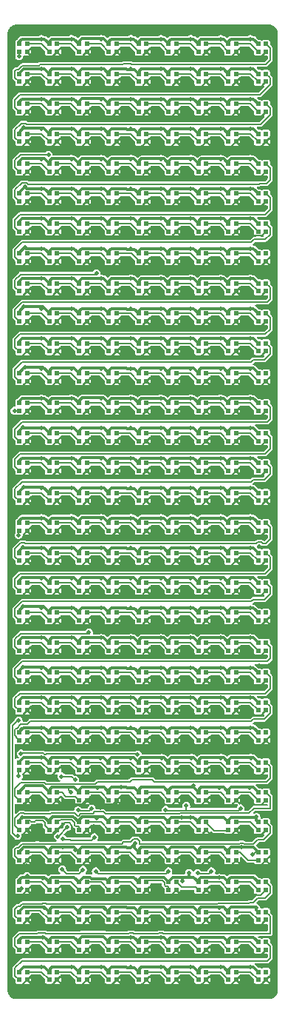
<source format=gbr>
%TF.GenerationSoftware,KiCad,Pcbnew,8.0.1*%
%TF.CreationDate,2024-04-01T01:15:32-04:00*%
%TF.ProjectId,MicrocontrollerInputModule,4d696372-6f63-46f6-9e74-726f6c6c6572,V3.0*%
%TF.SameCoordinates,Original*%
%TF.FileFunction,Copper,L1,Top*%
%TF.FilePolarity,Positive*%
%FSLAX46Y46*%
G04 Gerber Fmt 4.6, Leading zero omitted, Abs format (unit mm)*
G04 Created by KiCad (PCBNEW 8.0.1) date 2024-04-01 01:15:32*
%MOMM*%
%LPD*%
G01*
G04 APERTURE LIST*
%TA.AperFunction,SMDPad,CuDef*%
%ADD10R,0.500000X0.500000*%
%TD*%
%TA.AperFunction,ViaPad*%
%ADD11C,0.500000*%
%TD*%
%TA.AperFunction,Conductor*%
%ADD12C,0.304800*%
%TD*%
%TA.AperFunction,Conductor*%
%ADD13C,0.152400*%
%TD*%
G04 APERTURE END LIST*
D10*
%TO.P,N260,1,VDD*%
%TO.N,+5V*%
X27219000Y13563000D03*
%TO.P,N260,2,DOUT*%
%TO.N,Net-(N260-DOUT)*%
X27219000Y14463000D03*
%TO.P,N260,3,GND*%
%TO.N,GND*%
X26319000Y14463000D03*
%TO.P,N260,4,DIN*%
%TO.N,Net-(N259-DOUT)*%
X26319000Y13563000D03*
%TD*%
%TO.P,N203,1,VDD*%
%TO.N,+5V*%
X16950000Y34101000D03*
%TO.P,N203,2,DOUT*%
%TO.N,Net-(N203-DOUT)*%
X16950000Y35001000D03*
%TO.P,N203,3,GND*%
%TO.N,GND*%
X16050000Y35001000D03*
%TO.P,N203,4,DIN*%
%TO.N,Net-(N202-DOUT)*%
X16050000Y34101000D03*
%TD*%
%TO.P,N99,1,VDD*%
%TO.N,+5V*%
X30642000Y75177000D03*
%TO.P,N99,2,DOUT*%
%TO.N,Net-(N100-DIN)*%
X30642000Y76077000D03*
%TO.P,N99,3,GND*%
%TO.N,GND*%
X29742000Y76077000D03*
%TO.P,N99,4,DIN*%
%TO.N,Net-(N98-DOUT)*%
X29742000Y75177000D03*
%TD*%
%TO.P,N43,1,VDD*%
%TO.N,+5V*%
X23796000Y95715000D03*
%TO.P,N43,2,DOUT*%
%TO.N,Net-(N43-DOUT)*%
X23796000Y96615000D03*
%TO.P,N43,3,GND*%
%TO.N,GND*%
X22896000Y96615000D03*
%TO.P,N43,4,DIN*%
%TO.N,Net-(N42-DOUT)*%
X22896000Y95715000D03*
%TD*%
%TO.P,N255,1,VDD*%
%TO.N,+5V*%
X10104000Y13563000D03*
%TO.P,N255,2,DOUT*%
%TO.N,Net-(N255-DOUT)*%
X10104000Y14463000D03*
%TO.P,N255,3,GND*%
%TO.N,GND*%
X9204000Y14463000D03*
%TO.P,N255,4,DIN*%
%TO.N,Net-(N254-DOUT)*%
X9204000Y13563000D03*
%TD*%
%TO.P,N208,1,VDD*%
%TO.N,+5V*%
X3258000Y30678000D03*
%TO.P,N208,2,DOUT*%
%TO.N,Net-(N208-DOUT)*%
X3258000Y31578000D03*
%TO.P,N208,3,GND*%
%TO.N,GND*%
X2358000Y31578000D03*
%TO.P,N208,4,DIN*%
%TO.N,Net-(N207-DOUT)*%
X2358000Y30678000D03*
%TD*%
%TO.P,N132,1,VDD*%
%TO.N,+5V*%
X20373000Y61485000D03*
%TO.P,N132,2,DOUT*%
%TO.N,Net-(N132-DOUT)*%
X20373000Y62385000D03*
%TO.P,N132,3,GND*%
%TO.N,GND*%
X19473000Y62385000D03*
%TO.P,N132,4,DIN*%
%TO.N,Net-(N131-DOUT)*%
X19473000Y61485000D03*
%TD*%
%TO.P,N112,1,VDD*%
%TO.N,+5V*%
X13527000Y68331000D03*
%TO.P,N112,2,DOUT*%
%TO.N,Net-(N112-DOUT)*%
X13527000Y69231000D03*
%TO.P,N112,3,GND*%
%TO.N,GND*%
X12627000Y69231000D03*
%TO.P,N112,4,DIN*%
%TO.N,Net-(N111-DOUT)*%
X12627000Y68331000D03*
%TD*%
%TO.P,N140,1,VDD*%
%TO.N,+5V*%
X16950000Y58062000D03*
%TO.P,N140,2,DOUT*%
%TO.N,Net-(N140-DOUT)*%
X16950000Y58962000D03*
%TO.P,N140,3,GND*%
%TO.N,GND*%
X16050000Y58962000D03*
%TO.P,N140,4,DIN*%
%TO.N,Net-(N139-DOUT)*%
X16050000Y58062000D03*
%TD*%
%TO.P,N108,1,VDD*%
%TO.N,+5V*%
X30642000Y71754000D03*
%TO.P,N108,2,DOUT*%
%TO.N,/NeopixelMatrix/END-STRIP6*%
X30642000Y72654000D03*
%TO.P,N108,3,GND*%
%TO.N,GND*%
X29742000Y72654000D03*
%TO.P,N108,4,DIN*%
%TO.N,Net-(N107-DOUT)*%
X29742000Y71754000D03*
%TD*%
%TO.P,N149,1,VDD*%
%TO.N,+5V*%
X16950000Y54639000D03*
%TO.P,N149,2,DOUT*%
%TO.N,Net-(N149-DOUT)*%
X16950000Y55539000D03*
%TO.P,N149,3,GND*%
%TO.N,GND*%
X16050000Y55539000D03*
%TO.P,N149,4,DIN*%
%TO.N,Net-(N148-DOUT)*%
X16050000Y54639000D03*
%TD*%
%TO.P,N57,1,VDD*%
%TO.N,+5V*%
X10104000Y88869000D03*
%TO.P,N57,2,DOUT*%
%TO.N,Net-(N57-DOUT)*%
X10104000Y89769000D03*
%TO.P,N57,3,GND*%
%TO.N,GND*%
X9204000Y89769000D03*
%TO.P,N57,4,DIN*%
%TO.N,Net-(N56-DOUT)*%
X9204000Y88869000D03*
%TD*%
%TO.P,N180,1,VDD*%
%TO.N,+5V*%
X30642000Y44370000D03*
%TO.P,N180,2,DOUT*%
%TO.N,/NeopixelMatrix/END-STRIP10*%
X30642000Y45270000D03*
%TO.P,N180,3,GND*%
%TO.N,GND*%
X29742000Y45270000D03*
%TO.P,N180,4,DIN*%
%TO.N,Net-(N179-DOUT)*%
X29742000Y44370000D03*
%TD*%
%TO.P,N156,1,VDD*%
%TO.N,+5V*%
X10104000Y51216000D03*
%TO.P,N156,2,DOUT*%
%TO.N,Net-(N156-DOUT)*%
X10104000Y52116000D03*
%TO.P,N156,3,GND*%
%TO.N,GND*%
X9204000Y52116000D03*
%TO.P,N156,4,DIN*%
%TO.N,Net-(N155-DOUT)*%
X9204000Y51216000D03*
%TD*%
%TO.P,N155,1,VDD*%
%TO.N,+5V*%
X6681000Y51216000D03*
%TO.P,N155,2,DOUT*%
%TO.N,Net-(N155-DOUT)*%
X6681000Y52116000D03*
%TO.P,N155,3,GND*%
%TO.N,GND*%
X5781000Y52116000D03*
%TO.P,N155,4,DIN*%
%TO.N,Net-(N154-DOUT)*%
X5781000Y51216000D03*
%TD*%
%TO.P,N240,1,VDD*%
%TO.N,+5V*%
X20373000Y20409000D03*
%TO.P,N240,2,DOUT*%
%TO.N,Net-(N240-DOUT)*%
X20373000Y21309000D03*
%TO.P,N240,3,GND*%
%TO.N,GND*%
X19473000Y21309000D03*
%TO.P,N240,4,DIN*%
%TO.N,Net-(N239-DOUT)*%
X19473000Y20409000D03*
%TD*%
%TO.P,N122,1,VDD*%
%TO.N,+5V*%
X16950000Y64908000D03*
%TO.P,N122,2,DOUT*%
%TO.N,Net-(N122-DOUT)*%
X16950000Y65808000D03*
%TO.P,N122,3,GND*%
%TO.N,GND*%
X16050000Y65808000D03*
%TO.P,N122,4,DIN*%
%TO.N,Net-(N121-DOUT)*%
X16050000Y64908000D03*
%TD*%
%TO.P,N278,1,VDD*%
%TO.N,+5V*%
X27219000Y6717000D03*
%TO.P,N278,2,DOUT*%
%TO.N,Net-(N278-DOUT)*%
X27219000Y7617000D03*
%TO.P,N278,3,GND*%
%TO.N,GND*%
X26319000Y7617000D03*
%TO.P,N278,4,DIN*%
%TO.N,Net-(N277-DOUT)*%
X26319000Y6717000D03*
%TD*%
%TO.P,N234,1,VDD*%
%TO.N,+5V*%
X30642000Y23832000D03*
%TO.P,N234,2,DOUT*%
%TO.N,/NeopixelMatrix/END-STRIP13*%
X30642000Y24732000D03*
%TO.P,N234,3,GND*%
%TO.N,GND*%
X29742000Y24732000D03*
%TO.P,N234,4,DIN*%
%TO.N,Net-(N233-DOUT)*%
X29742000Y23832000D03*
%TD*%
%TO.P,N280,1,VDD*%
%TO.N,+5V*%
X3258000Y3294000D03*
%TO.P,N280,2,DOUT*%
%TO.N,Net-(N280-DOUT)*%
X3258000Y4194000D03*
%TO.P,N280,3,GND*%
%TO.N,GND*%
X2358000Y4194000D03*
%TO.P,N280,4,DIN*%
%TO.N,Net-(N279-DOUT)*%
X2358000Y3294000D03*
%TD*%
%TO.P,N56,1,VDD*%
%TO.N,+5V*%
X6681000Y88869000D03*
%TO.P,N56,2,DOUT*%
%TO.N,Net-(N56-DOUT)*%
X6681000Y89769000D03*
%TO.P,N56,3,GND*%
%TO.N,GND*%
X5781000Y89769000D03*
%TO.P,N56,4,DIN*%
%TO.N,Net-(N55-DOUT)*%
X5781000Y88869000D03*
%TD*%
%TO.P,N230,1,VDD*%
%TO.N,+5V*%
X16950000Y23832000D03*
%TO.P,N230,2,DOUT*%
%TO.N,Net-(N230-DOUT)*%
X16950000Y24732000D03*
%TO.P,N230,3,GND*%
%TO.N,GND*%
X16050000Y24732000D03*
%TO.P,N230,4,DIN*%
%TO.N,Net-(N229-DOUT)*%
X16050000Y23832000D03*
%TD*%
%TO.P,N215,1,VDD*%
%TO.N,+5V*%
X27219000Y30678000D03*
%TO.P,N215,2,DOUT*%
%TO.N,Net-(N215-DOUT)*%
X27219000Y31578000D03*
%TO.P,N215,3,GND*%
%TO.N,GND*%
X26319000Y31578000D03*
%TO.P,N215,4,DIN*%
%TO.N,Net-(N214-DOUT)*%
X26319000Y30678000D03*
%TD*%
%TO.P,N239,1,VDD*%
%TO.N,+5V*%
X16950000Y20409000D03*
%TO.P,N239,2,DOUT*%
%TO.N,Net-(N239-DOUT)*%
X16950000Y21309000D03*
%TO.P,N239,3,GND*%
%TO.N,GND*%
X16050000Y21309000D03*
%TO.P,N239,4,DIN*%
%TO.N,Net-(N238-DOUT)*%
X16050000Y20409000D03*
%TD*%
%TO.P,N141,1,VDD*%
%TO.N,+5V*%
X20373000Y58062000D03*
%TO.P,N141,2,DOUT*%
%TO.N,Net-(N141-DOUT)*%
X20373000Y58962000D03*
%TO.P,N141,3,GND*%
%TO.N,GND*%
X19473000Y58962000D03*
%TO.P,N141,4,DIN*%
%TO.N,Net-(N140-DOUT)*%
X19473000Y58062000D03*
%TD*%
%TO.P,N111,1,VDD*%
%TO.N,+5V*%
X10104000Y68331000D03*
%TO.P,N111,2,DOUT*%
%TO.N,Net-(N111-DOUT)*%
X10104000Y69231000D03*
%TO.P,N111,3,GND*%
%TO.N,GND*%
X9204000Y69231000D03*
%TO.P,N111,4,DIN*%
%TO.N,Net-(N110-DOUT)*%
X9204000Y68331000D03*
%TD*%
%TO.P,N288,1,VDD*%
%TO.N,+5V*%
X30642000Y3294000D03*
%TO.P,N288,2,DOUT*%
%TO.N,/NeopixelMatrix/END-STRIP16*%
X30642000Y4194000D03*
%TO.P,N288,3,GND*%
%TO.N,GND*%
X29742000Y4194000D03*
%TO.P,N288,4,DIN*%
%TO.N,Net-(N287-DOUT)*%
X29742000Y3294000D03*
%TD*%
%TO.P,N42,1,VDD*%
%TO.N,+5V*%
X20373000Y95715000D03*
%TO.P,N42,2,DOUT*%
%TO.N,Net-(N42-DOUT)*%
X20373000Y96615000D03*
%TO.P,N42,3,GND*%
%TO.N,GND*%
X19473000Y96615000D03*
%TO.P,N42,4,DIN*%
%TO.N,Net-(N41-DOUT)*%
X19473000Y95715000D03*
%TD*%
%TO.P,N146,1,VDD*%
%TO.N,+5V*%
X6681000Y54639000D03*
%TO.P,N146,2,DOUT*%
%TO.N,Net-(N146-DOUT)*%
X6681000Y55539000D03*
%TO.P,N146,3,GND*%
%TO.N,GND*%
X5781000Y55539000D03*
%TO.P,N146,4,DIN*%
%TO.N,Net-(N145-DOUT)*%
X5781000Y54639000D03*
%TD*%
%TO.P,N220,1,VDD*%
%TO.N,+5V*%
X13527000Y27255000D03*
%TO.P,N220,2,DOUT*%
%TO.N,Net-(N220-DOUT)*%
X13527000Y28155000D03*
%TO.P,N220,3,GND*%
%TO.N,GND*%
X12627000Y28155000D03*
%TO.P,N220,4,DIN*%
%TO.N,Net-(N219-DOUT)*%
X12627000Y27255000D03*
%TD*%
%TO.P,N35,1,VDD*%
%TO.N,+5V*%
X27219000Y99138000D03*
%TO.P,N35,2,DOUT*%
%TO.N,Net-(N35-DOUT)*%
X27219000Y100038000D03*
%TO.P,N35,3,GND*%
%TO.N,GND*%
X26319000Y100038000D03*
%TO.P,N35,4,DIN*%
%TO.N,Net-(N34-DOUT)*%
X26319000Y99138000D03*
%TD*%
%TO.P,N204,1,VDD*%
%TO.N,+5V*%
X20373000Y34101000D03*
%TO.P,N204,2,DOUT*%
%TO.N,Net-(N204-DOUT)*%
X20373000Y35001000D03*
%TO.P,N204,3,GND*%
%TO.N,GND*%
X19473000Y35001000D03*
%TO.P,N204,4,DIN*%
%TO.N,Net-(N203-DOUT)*%
X19473000Y34101000D03*
%TD*%
%TO.P,N101,1,VDD*%
%TO.N,+5V*%
X6681000Y71754000D03*
%TO.P,N101,2,DOUT*%
%TO.N,Net-(N101-DOUT)*%
X6681000Y72654000D03*
%TO.P,N101,3,GND*%
%TO.N,GND*%
X5781000Y72654000D03*
%TO.P,N101,4,DIN*%
%TO.N,Net-(N100-DOUT)*%
X5781000Y71754000D03*
%TD*%
%TO.P,N88,1,VDD*%
%TO.N,+5V*%
X23796000Y78600000D03*
%TO.P,N88,2,DOUT*%
%TO.N,Net-(N88-DOUT)*%
X23796000Y79500000D03*
%TO.P,N88,3,GND*%
%TO.N,GND*%
X22896000Y79500000D03*
%TO.P,N88,4,DIN*%
%TO.N,Net-(N87-DOUT)*%
X22896000Y78600000D03*
%TD*%
%TO.P,N283,1,VDD*%
%TO.N,+5V*%
X13527000Y3294000D03*
%TO.P,N283,2,DOUT*%
%TO.N,Net-(N283-DOUT)*%
X13527000Y4194000D03*
%TO.P,N283,3,GND*%
%TO.N,GND*%
X12627000Y4194000D03*
%TO.P,N283,4,DIN*%
%TO.N,Net-(N282-DOUT)*%
X12627000Y3294000D03*
%TD*%
%TO.P,N120,1,VDD*%
%TO.N,+5V*%
X10104000Y64908000D03*
%TO.P,N120,2,DOUT*%
%TO.N,Net-(N120-DOUT)*%
X10104000Y65808000D03*
%TO.P,N120,3,GND*%
%TO.N,GND*%
X9204000Y65808000D03*
%TO.P,N120,4,DIN*%
%TO.N,Net-(N119-DOUT)*%
X9204000Y64908000D03*
%TD*%
%TO.P,N274,1,VDD*%
%TO.N,+5V*%
X13527000Y6717000D03*
%TO.P,N274,2,DOUT*%
%TO.N,Net-(N274-DOUT)*%
X13527000Y7617000D03*
%TO.P,N274,3,GND*%
%TO.N,GND*%
X12627000Y7617000D03*
%TO.P,N274,4,DIN*%
%TO.N,Net-(N273-DOUT)*%
X12627000Y6717000D03*
%TD*%
%TO.P,N282,1,VDD*%
%TO.N,+5V*%
X10104000Y3294000D03*
%TO.P,N282,2,DOUT*%
%TO.N,Net-(N282-DOUT)*%
X10104000Y4194000D03*
%TO.P,N282,3,GND*%
%TO.N,GND*%
X9204000Y4194000D03*
%TO.P,N282,4,DIN*%
%TO.N,Net-(N281-DOUT)*%
X9204000Y3294000D03*
%TD*%
%TO.P,N82,1,VDD*%
%TO.N,+5V*%
X3258000Y78600000D03*
%TO.P,N82,2,DOUT*%
%TO.N,Net-(N82-DOUT)*%
X3258000Y79500000D03*
%TO.P,N82,3,GND*%
%TO.N,GND*%
X2358000Y79500000D03*
%TO.P,N82,4,DIN*%
%TO.N,Net-(N81-DOUT)*%
X2358000Y78600000D03*
%TD*%
%TO.P,N250,1,VDD*%
%TO.N,+5V*%
X23796000Y16986000D03*
%TO.P,N250,2,DOUT*%
%TO.N,Net-(N250-DOUT)*%
X23796000Y17886000D03*
%TO.P,N250,3,GND*%
%TO.N,GND*%
X22896000Y17886000D03*
%TO.P,N250,4,DIN*%
%TO.N,Net-(N249-DOUT)*%
X22896000Y16986000D03*
%TD*%
%TO.P,N160,1,VDD*%
%TO.N,+5V*%
X23796000Y51216000D03*
%TO.P,N160,2,DOUT*%
%TO.N,Net-(N160-DOUT)*%
X23796000Y52116000D03*
%TO.P,N160,3,GND*%
%TO.N,GND*%
X22896000Y52116000D03*
%TO.P,N160,4,DIN*%
%TO.N,Net-(N159-DOUT)*%
X22896000Y51216000D03*
%TD*%
%TO.P,N29,1,VDD*%
%TO.N,+5V*%
X6681000Y99138000D03*
%TO.P,N29,2,DOUT*%
%TO.N,Net-(N29-DOUT)*%
X6681000Y100038000D03*
%TO.P,N29,3,GND*%
%TO.N,GND*%
X5781000Y100038000D03*
%TO.P,N29,4,DIN*%
%TO.N,Net-(N28-DOUT)*%
X5781000Y99138000D03*
%TD*%
%TO.P,N258,1,VDD*%
%TO.N,+5V*%
X20373000Y13563000D03*
%TO.P,N258,2,DOUT*%
%TO.N,Net-(N258-DOUT)*%
X20373000Y14463000D03*
%TO.P,N258,3,GND*%
%TO.N,GND*%
X19473000Y14463000D03*
%TO.P,N258,4,DIN*%
%TO.N,Net-(N257-DOUT)*%
X19473000Y13563000D03*
%TD*%
%TO.P,N72,1,VDD*%
%TO.N,+5V*%
X30642000Y85446000D03*
%TO.P,N72,2,DOUT*%
%TO.N,/NeopixelMatrix/END-STRIP4*%
X30642000Y86346000D03*
%TO.P,N72,3,GND*%
%TO.N,GND*%
X29742000Y86346000D03*
%TO.P,N72,4,DIN*%
%TO.N,Net-(N71-DOUT)*%
X29742000Y85446000D03*
%TD*%
%TO.P,N221,1,VDD*%
%TO.N,+5V*%
X16950000Y27255000D03*
%TO.P,N221,2,DOUT*%
%TO.N,Net-(N221-DOUT)*%
X16950000Y28155000D03*
%TO.P,N221,3,GND*%
%TO.N,GND*%
X16050000Y28155000D03*
%TO.P,N221,4,DIN*%
%TO.N,Net-(N220-DOUT)*%
X16050000Y27255000D03*
%TD*%
%TO.P,N137,1,VDD*%
%TO.N,+5V*%
X6681000Y58062000D03*
%TO.P,N137,2,DOUT*%
%TO.N,Net-(N137-DOUT)*%
X6681000Y58962000D03*
%TO.P,N137,3,GND*%
%TO.N,GND*%
X5781000Y58962000D03*
%TO.P,N137,4,DIN*%
%TO.N,Net-(N136-DOUT)*%
X5781000Y58062000D03*
%TD*%
%TO.P,N157,1,VDD*%
%TO.N,+5V*%
X13527000Y51216000D03*
%TO.P,N157,2,DOUT*%
%TO.N,Net-(N157-DOUT)*%
X13527000Y52116000D03*
%TO.P,N157,3,GND*%
%TO.N,GND*%
X12627000Y52116000D03*
%TO.P,N157,4,DIN*%
%TO.N,Net-(N156-DOUT)*%
X12627000Y51216000D03*
%TD*%
%TO.P,N119,1,VDD*%
%TO.N,+5V*%
X6681000Y64908000D03*
%TO.P,N119,2,DOUT*%
%TO.N,Net-(N119-DOUT)*%
X6681000Y65808000D03*
%TO.P,N119,3,GND*%
%TO.N,GND*%
X5781000Y65808000D03*
%TO.P,N119,4,DIN*%
%TO.N,Net-(N118-DOUT)*%
X5781000Y64908000D03*
%TD*%
%TO.P,N3,1,VDD*%
%TO.N,+5V*%
X10104000Y109407000D03*
%TO.P,N3,2,DOUT*%
%TO.N,Net-(N3-DOUT)*%
X10104000Y110307000D03*
%TO.P,N3,3,GND*%
%TO.N,GND*%
X9204000Y110307000D03*
%TO.P,N3,4,DIN*%
%TO.N,Net-(N2-DOUT)*%
X9204000Y109407000D03*
%TD*%
%TO.P,N224,1,VDD*%
%TO.N,+5V*%
X27219000Y27255000D03*
%TO.P,N224,2,DOUT*%
%TO.N,Net-(N224-DOUT)*%
X27219000Y28155000D03*
%TO.P,N224,3,GND*%
%TO.N,GND*%
X26319000Y28155000D03*
%TO.P,N224,4,DIN*%
%TO.N,Net-(N223-DOUT)*%
X26319000Y27255000D03*
%TD*%
%TO.P,N102,1,VDD*%
%TO.N,+5V*%
X10104000Y71754000D03*
%TO.P,N102,2,DOUT*%
%TO.N,Net-(N102-DOUT)*%
X10104000Y72654000D03*
%TO.P,N102,3,GND*%
%TO.N,GND*%
X9204000Y72654000D03*
%TO.P,N102,4,DIN*%
%TO.N,Net-(N101-DOUT)*%
X9204000Y71754000D03*
%TD*%
%TO.P,N136,1,VDD*%
%TO.N,+5V*%
X3258000Y58062000D03*
%TO.P,N136,2,DOUT*%
%TO.N,Net-(N136-DOUT)*%
X3258000Y58962000D03*
%TO.P,N136,3,GND*%
%TO.N,GND*%
X2358000Y58962000D03*
%TO.P,N136,4,DIN*%
%TO.N,Net-(N135-DOUT)*%
X2358000Y58062000D03*
%TD*%
%TO.P,N209,1,VDD*%
%TO.N,+5V*%
X6681000Y30678000D03*
%TO.P,N209,2,DOUT*%
%TO.N,Net-(N209-DOUT)*%
X6681000Y31578000D03*
%TO.P,N209,3,GND*%
%TO.N,GND*%
X5781000Y31578000D03*
%TO.P,N209,4,DIN*%
%TO.N,Net-(N208-DOUT)*%
X5781000Y30678000D03*
%TD*%
%TO.P,N77,1,VDD*%
%TO.N,+5V*%
X16950000Y82023000D03*
%TO.P,N77,2,DOUT*%
%TO.N,Net-(N77-DOUT)*%
X16950000Y82923000D03*
%TO.P,N77,3,GND*%
%TO.N,GND*%
X16050000Y82923000D03*
%TO.P,N77,4,DIN*%
%TO.N,Net-(N76-DOUT)*%
X16050000Y82023000D03*
%TD*%
%TO.P,N177,1,VDD*%
%TO.N,+5V*%
X20373000Y44370000D03*
%TO.P,N177,2,DOUT*%
%TO.N,Net-(N177-DOUT)*%
X20373000Y45270000D03*
%TO.P,N177,3,GND*%
%TO.N,GND*%
X19473000Y45270000D03*
%TO.P,N177,4,DIN*%
%TO.N,Net-(N176-DOUT)*%
X19473000Y44370000D03*
%TD*%
%TO.P,N248,1,VDD*%
%TO.N,+5V*%
X16950000Y16986000D03*
%TO.P,N248,2,DOUT*%
%TO.N,Net-(N248-DOUT)*%
X16950000Y17886000D03*
%TO.P,N248,3,GND*%
%TO.N,GND*%
X16050000Y17886000D03*
%TO.P,N248,4,DIN*%
%TO.N,Net-(N247-DOUT)*%
X16050000Y16986000D03*
%TD*%
%TO.P,N129,1,VDD*%
%TO.N,+5V*%
X10104000Y61485000D03*
%TO.P,N129,2,DOUT*%
%TO.N,Net-(N129-DOUT)*%
X10104000Y62385000D03*
%TO.P,N129,3,GND*%
%TO.N,GND*%
X9204000Y62385000D03*
%TO.P,N129,4,DIN*%
%TO.N,Net-(N128-DOUT)*%
X9204000Y61485000D03*
%TD*%
%TO.P,N117,1,VDD*%
%TO.N,+5V*%
X30642000Y68331000D03*
%TO.P,N117,2,DOUT*%
%TO.N,Net-(N117-DOUT)*%
X30642000Y69231000D03*
%TO.P,N117,3,GND*%
%TO.N,GND*%
X29742000Y69231000D03*
%TO.P,N117,4,DIN*%
%TO.N,Net-(N116-DOUT)*%
X29742000Y68331000D03*
%TD*%
%TO.P,N5,1,VDD*%
%TO.N,+5V*%
X16950000Y109407000D03*
%TO.P,N5,2,DOUT*%
%TO.N,Net-(N5-DOUT)*%
X16950000Y110307000D03*
%TO.P,N5,3,GND*%
%TO.N,GND*%
X16050000Y110307000D03*
%TO.P,N5,4,DIN*%
%TO.N,Net-(N4-DOUT)*%
X16050000Y109407000D03*
%TD*%
%TO.P,N190,1,VDD*%
%TO.N,+5V*%
X3258000Y37524000D03*
%TO.P,N190,2,DOUT*%
%TO.N,Net-(N190-DOUT)*%
X3258000Y38424000D03*
%TO.P,N190,3,GND*%
%TO.N,GND*%
X2358000Y38424000D03*
%TO.P,N190,4,DIN*%
%TO.N,Net-(N189-DOUT)*%
X2358000Y37524000D03*
%TD*%
%TO.P,N90,1,VDD*%
%TO.N,+5V*%
X30642000Y78600000D03*
%TO.P,N90,2,DOUT*%
%TO.N,/NeopixelMatrix/END-STRIP5*%
X30642000Y79500000D03*
%TO.P,N90,3,GND*%
%TO.N,GND*%
X29742000Y79500000D03*
%TO.P,N90,4,DIN*%
%TO.N,Net-(N89-DOUT)*%
X29742000Y78600000D03*
%TD*%
%TO.P,N235,1,VDD*%
%TO.N,+5V*%
X3258000Y20409000D03*
%TO.P,N235,2,DOUT*%
%TO.N,Net-(N235-DOUT)*%
X3258000Y21309000D03*
%TO.P,N235,3,GND*%
%TO.N,GND*%
X2358000Y21309000D03*
%TO.P,N235,4,DIN*%
%TO.N,/NeopixelMatrix/END-STRIP13*%
X2358000Y20409000D03*
%TD*%
%TO.P,N153,1,VDD*%
%TO.N,+5V*%
X30642000Y54639000D03*
%TO.P,N153,2,DOUT*%
%TO.N,Net-(N153-DOUT)*%
X30642000Y55539000D03*
%TO.P,N153,3,GND*%
%TO.N,GND*%
X29742000Y55539000D03*
%TO.P,N153,4,DIN*%
%TO.N,Net-(N152-DOUT)*%
X29742000Y54639000D03*
%TD*%
%TO.P,N128,1,VDD*%
%TO.N,+5V*%
X6681000Y61485000D03*
%TO.P,N128,2,DOUT*%
%TO.N,Net-(N128-DOUT)*%
X6681000Y62385000D03*
%TO.P,N128,3,GND*%
%TO.N,GND*%
X5781000Y62385000D03*
%TO.P,N128,4,DIN*%
%TO.N,Net-(N127-DOUT)*%
X5781000Y61485000D03*
%TD*%
%TO.P,N139,1,VDD*%
%TO.N,+5V*%
X13527000Y58062000D03*
%TO.P,N139,2,DOUT*%
%TO.N,Net-(N139-DOUT)*%
X13527000Y58962000D03*
%TO.P,N139,3,GND*%
%TO.N,GND*%
X12627000Y58962000D03*
%TO.P,N139,4,DIN*%
%TO.N,Net-(N138-DOUT)*%
X12627000Y58062000D03*
%TD*%
%TO.P,N187,1,VDD*%
%TO.N,+5V*%
X23796000Y40947000D03*
%TO.P,N187,2,DOUT*%
%TO.N,Net-(N187-DOUT)*%
X23796000Y41847000D03*
%TO.P,N187,3,GND*%
%TO.N,GND*%
X22896000Y41847000D03*
%TO.P,N187,4,DIN*%
%TO.N,Net-(N186-DOUT)*%
X22896000Y40947000D03*
%TD*%
%TO.P,N287,1,VDD*%
%TO.N,+5V*%
X27219000Y3294000D03*
%TO.P,N287,2,DOUT*%
%TO.N,Net-(N287-DOUT)*%
X27219000Y4194000D03*
%TO.P,N287,3,GND*%
%TO.N,GND*%
X26319000Y4194000D03*
%TO.P,N287,4,DIN*%
%TO.N,Net-(N286-DOUT)*%
X26319000Y3294000D03*
%TD*%
%TO.P,N100,1,VDD*%
%TO.N,+5V*%
X3258000Y71754000D03*
%TO.P,N100,2,DOUT*%
%TO.N,Net-(N100-DOUT)*%
X3258000Y72654000D03*
%TO.P,N100,3,GND*%
%TO.N,GND*%
X2358000Y72654000D03*
%TO.P,N100,4,DIN*%
%TO.N,Net-(N100-DIN)*%
X2358000Y71754000D03*
%TD*%
%TO.P,N201,1,VDD*%
%TO.N,+5V*%
X10104000Y34101000D03*
%TO.P,N201,2,DOUT*%
%TO.N,Net-(N201-DOUT)*%
X10104000Y35001000D03*
%TO.P,N201,3,GND*%
%TO.N,GND*%
X9204000Y35001000D03*
%TO.P,N201,4,DIN*%
%TO.N,Net-(N200-DOUT)*%
X9204000Y34101000D03*
%TD*%
%TO.P,N95,1,VDD*%
%TO.N,+5V*%
X16950000Y75177000D03*
%TO.P,N95,2,DOUT*%
%TO.N,Net-(N95-DOUT)*%
X16950000Y76077000D03*
%TO.P,N95,3,GND*%
%TO.N,GND*%
X16050000Y76077000D03*
%TO.P,N95,4,DIN*%
%TO.N,Net-(N94-DOUT)*%
X16050000Y75177000D03*
%TD*%
%TO.P,N267,1,VDD*%
%TO.N,+5V*%
X20373000Y10140000D03*
%TO.P,N267,2,DOUT*%
%TO.N,Net-(N267-DOUT)*%
X20373000Y11040000D03*
%TO.P,N267,3,GND*%
%TO.N,GND*%
X19473000Y11040000D03*
%TO.P,N267,4,DIN*%
%TO.N,Net-(N266-DOUT)*%
X19473000Y10140000D03*
%TD*%
%TO.P,N172,1,VDD*%
%TO.N,+5V*%
X3258000Y44370000D03*
%TO.P,N172,2,DOUT*%
%TO.N,Net-(N172-DOUT)*%
X3258000Y45270000D03*
%TO.P,N172,3,GND*%
%TO.N,GND*%
X2358000Y45270000D03*
%TO.P,N172,4,DIN*%
%TO.N,Net-(N171-DOUT)*%
X2358000Y44370000D03*
%TD*%
%TO.P,N23,1,VDD*%
%TO.N,+5V*%
X16950000Y102561000D03*
%TO.P,N23,2,DOUT*%
%TO.N,Net-(N23-DOUT)*%
X16950000Y103461000D03*
%TO.P,N23,3,GND*%
%TO.N,GND*%
X16050000Y103461000D03*
%TO.P,N23,4,DIN*%
%TO.N,Net-(N22-DOUT)*%
X16050000Y102561000D03*
%TD*%
%TO.P,N81,1,VDD*%
%TO.N,+5V*%
X30642000Y82023000D03*
%TO.P,N81,2,DOUT*%
%TO.N,Net-(N81-DOUT)*%
X30642000Y82923000D03*
%TO.P,N81,3,GND*%
%TO.N,GND*%
X29742000Y82923000D03*
%TO.P,N81,4,DIN*%
%TO.N,Net-(N80-DOUT)*%
X29742000Y82023000D03*
%TD*%
%TO.P,N92,1,VDD*%
%TO.N,+5V*%
X6681000Y75177000D03*
%TO.P,N92,2,DOUT*%
%TO.N,Net-(N92-DOUT)*%
X6681000Y76077000D03*
%TO.P,N92,3,GND*%
%TO.N,GND*%
X5781000Y76077000D03*
%TO.P,N92,4,DIN*%
%TO.N,Net-(N91-DOUT)*%
X5781000Y75177000D03*
%TD*%
%TO.P,N231,1,VDD*%
%TO.N,+5V*%
X20373000Y23832000D03*
%TO.P,N231,2,DOUT*%
%TO.N,Net-(N231-DOUT)*%
X20373000Y24732000D03*
%TO.P,N231,3,GND*%
%TO.N,GND*%
X19473000Y24732000D03*
%TO.P,N231,4,DIN*%
%TO.N,Net-(N230-DOUT)*%
X19473000Y23832000D03*
%TD*%
%TO.P,N50,1,VDD*%
%TO.N,+5V*%
X16950000Y92292000D03*
%TO.P,N50,2,DOUT*%
%TO.N,Net-(N50-DOUT)*%
X16950000Y93192000D03*
%TO.P,N50,3,GND*%
%TO.N,GND*%
X16050000Y93192000D03*
%TO.P,N50,4,DIN*%
%TO.N,Net-(N49-DOUT)*%
X16050000Y92292000D03*
%TD*%
%TO.P,N70,1,VDD*%
%TO.N,+5V*%
X23796000Y85446000D03*
%TO.P,N70,2,DOUT*%
%TO.N,Net-(N70-DOUT)*%
X23796000Y86346000D03*
%TO.P,N70,3,GND*%
%TO.N,GND*%
X22896000Y86346000D03*
%TO.P,N70,4,DIN*%
%TO.N,Net-(N69-DOUT)*%
X22896000Y85446000D03*
%TD*%
%TO.P,N32,1,VDD*%
%TO.N,+5V*%
X16950000Y99138000D03*
%TO.P,N32,2,DOUT*%
%TO.N,Net-(N32-DOUT)*%
X16950000Y100038000D03*
%TO.P,N32,3,GND*%
%TO.N,GND*%
X16050000Y100038000D03*
%TO.P,N32,4,DIN*%
%TO.N,Net-(N31-DOUT)*%
X16050000Y99138000D03*
%TD*%
%TO.P,N103,1,VDD*%
%TO.N,+5V*%
X13527000Y71754000D03*
%TO.P,N103,2,DOUT*%
%TO.N,Net-(N103-DOUT)*%
X13527000Y72654000D03*
%TO.P,N103,3,GND*%
%TO.N,GND*%
X12627000Y72654000D03*
%TO.P,N103,4,DIN*%
%TO.N,Net-(N102-DOUT)*%
X12627000Y71754000D03*
%TD*%
%TO.P,N184,1,VDD*%
%TO.N,+5V*%
X13527000Y40947000D03*
%TO.P,N184,2,DOUT*%
%TO.N,Net-(N184-DOUT)*%
X13527000Y41847000D03*
%TO.P,N184,3,GND*%
%TO.N,GND*%
X12627000Y41847000D03*
%TO.P,N184,4,DIN*%
%TO.N,Net-(N183-DOUT)*%
X12627000Y40947000D03*
%TD*%
%TO.P,N10,1,VDD*%
%TO.N,+5V*%
X3258000Y105984000D03*
%TO.P,N10,2,DOUT*%
%TO.N,Net-(N10-DOUT)*%
X3258000Y106884000D03*
%TO.P,N10,3,GND*%
%TO.N,GND*%
X2358000Y106884000D03*
%TO.P,N10,4,DIN*%
%TO.N,Net-(N10-DIN)*%
X2358000Y105984000D03*
%TD*%
%TO.P,N83,1,VDD*%
%TO.N,+5V*%
X6681000Y78600000D03*
%TO.P,N83,2,DOUT*%
%TO.N,Net-(N83-DOUT)*%
X6681000Y79500000D03*
%TO.P,N83,3,GND*%
%TO.N,GND*%
X5781000Y79500000D03*
%TO.P,N83,4,DIN*%
%TO.N,Net-(N82-DOUT)*%
X5781000Y78600000D03*
%TD*%
%TO.P,N191,1,VDD*%
%TO.N,+5V*%
X6681000Y37524000D03*
%TO.P,N191,2,DOUT*%
%TO.N,Net-(N191-DOUT)*%
X6681000Y38424000D03*
%TO.P,N191,3,GND*%
%TO.N,GND*%
X5781000Y38424000D03*
%TO.P,N191,4,DIN*%
%TO.N,Net-(N190-DOUT)*%
X5781000Y37524000D03*
%TD*%
%TO.P,N233,1,VDD*%
%TO.N,+5V*%
X27219000Y23832000D03*
%TO.P,N233,2,DOUT*%
%TO.N,Net-(N233-DOUT)*%
X27219000Y24732000D03*
%TO.P,N233,3,GND*%
%TO.N,GND*%
X26319000Y24732000D03*
%TO.P,N233,4,DIN*%
%TO.N,Net-(N232-DOUT)*%
X26319000Y23832000D03*
%TD*%
%TO.P,N85,1,VDD*%
%TO.N,+5V*%
X13527000Y78600000D03*
%TO.P,N85,2,DOUT*%
%TO.N,Net-(N85-DOUT)*%
X13527000Y79500000D03*
%TO.P,N85,3,GND*%
%TO.N,GND*%
X12627000Y79500000D03*
%TO.P,N85,4,DIN*%
%TO.N,Net-(N84-DOUT)*%
X12627000Y78600000D03*
%TD*%
%TO.P,N264,1,VDD*%
%TO.N,+5V*%
X10104000Y10140000D03*
%TO.P,N264,2,DOUT*%
%TO.N,Net-(N264-DOUT)*%
X10104000Y11040000D03*
%TO.P,N264,3,GND*%
%TO.N,GND*%
X9204000Y11040000D03*
%TO.P,N264,4,DIN*%
%TO.N,Net-(N263-DOUT)*%
X9204000Y10140000D03*
%TD*%
%TO.P,N207,1,VDD*%
%TO.N,+5V*%
X30642000Y34101000D03*
%TO.P,N207,2,DOUT*%
%TO.N,Net-(N207-DOUT)*%
X30642000Y35001000D03*
%TO.P,N207,3,GND*%
%TO.N,GND*%
X29742000Y35001000D03*
%TO.P,N207,4,DIN*%
%TO.N,Net-(N206-DOUT)*%
X29742000Y34101000D03*
%TD*%
%TO.P,N54,1,VDD*%
%TO.N,+5V*%
X30642000Y92292000D03*
%TO.P,N54,2,DOUT*%
%TO.N,/NeopixelMatrix/END-STRIP3*%
X30642000Y93192000D03*
%TO.P,N54,3,GND*%
%TO.N,GND*%
X29742000Y93192000D03*
%TO.P,N54,4,DIN*%
%TO.N,Net-(N53-DOUT)*%
X29742000Y92292000D03*
%TD*%
%TO.P,N148,1,VDD*%
%TO.N,+5V*%
X13527000Y54639000D03*
%TO.P,N148,2,DOUT*%
%TO.N,Net-(N148-DOUT)*%
X13527000Y55539000D03*
%TO.P,N148,3,GND*%
%TO.N,GND*%
X12627000Y55539000D03*
%TO.P,N148,4,DIN*%
%TO.N,Net-(N147-DOUT)*%
X12627000Y54639000D03*
%TD*%
%TO.P,N138,1,VDD*%
%TO.N,+5V*%
X10104000Y58062000D03*
%TO.P,N138,2,DOUT*%
%TO.N,Net-(N138-DOUT)*%
X10104000Y58962000D03*
%TO.P,N138,3,GND*%
%TO.N,GND*%
X9204000Y58962000D03*
%TO.P,N138,4,DIN*%
%TO.N,Net-(N137-DOUT)*%
X9204000Y58062000D03*
%TD*%
%TO.P,N229,1,VDD*%
%TO.N,+5V*%
X13527000Y23832000D03*
%TO.P,N229,2,DOUT*%
%TO.N,Net-(N229-DOUT)*%
X13527000Y24732000D03*
%TO.P,N229,3,GND*%
%TO.N,GND*%
X12627000Y24732000D03*
%TO.P,N229,4,DIN*%
%TO.N,Net-(N228-DOUT)*%
X12627000Y23832000D03*
%TD*%
%TO.P,N168,1,VDD*%
%TO.N,+5V*%
X20373000Y47793000D03*
%TO.P,N168,2,DOUT*%
%TO.N,Net-(N168-DOUT)*%
X20373000Y48693000D03*
%TO.P,N168,3,GND*%
%TO.N,GND*%
X19473000Y48693000D03*
%TO.P,N168,4,DIN*%
%TO.N,Net-(N167-DOUT)*%
X19473000Y47793000D03*
%TD*%
%TO.P,N96,1,VDD*%
%TO.N,+5V*%
X20373000Y75177000D03*
%TO.P,N96,2,DOUT*%
%TO.N,Net-(N96-DOUT)*%
X20373000Y76077000D03*
%TO.P,N96,3,GND*%
%TO.N,GND*%
X19473000Y76077000D03*
%TO.P,N96,4,DIN*%
%TO.N,Net-(N95-DOUT)*%
X19473000Y75177000D03*
%TD*%
%TO.P,N227,1,VDD*%
%TO.N,+5V*%
X6681000Y23832000D03*
%TO.P,N227,2,DOUT*%
%TO.N,Net-(N227-DOUT)*%
X6681000Y24732000D03*
%TO.P,N227,3,GND*%
%TO.N,GND*%
X5781000Y24732000D03*
%TO.P,N227,4,DIN*%
%TO.N,Net-(N226-DOUT)*%
X5781000Y23832000D03*
%TD*%
%TO.P,N249,1,VDD*%
%TO.N,+5V*%
X20373000Y16986000D03*
%TO.P,N249,2,DOUT*%
%TO.N,Net-(N249-DOUT)*%
X20373000Y17886000D03*
%TO.P,N249,3,GND*%
%TO.N,GND*%
X19473000Y17886000D03*
%TO.P,N249,4,DIN*%
%TO.N,Net-(N248-DOUT)*%
X19473000Y16986000D03*
%TD*%
%TO.P,N271,1,VDD*%
%TO.N,+5V*%
X3258000Y6717000D03*
%TO.P,N271,2,DOUT*%
%TO.N,Net-(N271-DOUT)*%
X3258000Y7617000D03*
%TO.P,N271,3,GND*%
%TO.N,GND*%
X2358000Y7617000D03*
%TO.P,N271,4,DIN*%
%TO.N,/NeopixelMatrix/END-STRIP15*%
X2358000Y6717000D03*
%TD*%
%TO.P,N86,1,VDD*%
%TO.N,+5V*%
X16950000Y78600000D03*
%TO.P,N86,2,DOUT*%
%TO.N,Net-(N86-DOUT)*%
X16950000Y79500000D03*
%TO.P,N86,3,GND*%
%TO.N,GND*%
X16050000Y79500000D03*
%TO.P,N86,4,DIN*%
%TO.N,Net-(N85-DOUT)*%
X16050000Y78600000D03*
%TD*%
%TO.P,N178,1,VDD*%
%TO.N,+5V*%
X23796000Y44370000D03*
%TO.P,N178,2,DOUT*%
%TO.N,Net-(N178-DOUT)*%
X23796000Y45270000D03*
%TO.P,N178,3,GND*%
%TO.N,GND*%
X22896000Y45270000D03*
%TO.P,N178,4,DIN*%
%TO.N,Net-(N177-DOUT)*%
X22896000Y44370000D03*
%TD*%
%TO.P,N219,1,VDD*%
%TO.N,+5V*%
X10104000Y27255000D03*
%TO.P,N219,2,DOUT*%
%TO.N,Net-(N219-DOUT)*%
X10104000Y28155000D03*
%TO.P,N219,3,GND*%
%TO.N,GND*%
X9204000Y28155000D03*
%TO.P,N219,4,DIN*%
%TO.N,Net-(N218-DOUT)*%
X9204000Y27255000D03*
%TD*%
%TO.P,N41,1,VDD*%
%TO.N,+5V*%
X16950000Y95715000D03*
%TO.P,N41,2,DOUT*%
%TO.N,Net-(N41-DOUT)*%
X16950000Y96615000D03*
%TO.P,N41,3,GND*%
%TO.N,GND*%
X16050000Y96615000D03*
%TO.P,N41,4,DIN*%
%TO.N,Net-(N40-DOUT)*%
X16050000Y95715000D03*
%TD*%
%TO.P,N236,1,VDD*%
%TO.N,+5V*%
X6681000Y20409000D03*
%TO.P,N236,2,DOUT*%
%TO.N,Net-(N236-DOUT)*%
X6681000Y21309000D03*
%TO.P,N236,3,GND*%
%TO.N,GND*%
X5781000Y21309000D03*
%TO.P,N236,4,DIN*%
%TO.N,Net-(N235-DOUT)*%
X5781000Y20409000D03*
%TD*%
%TO.P,N13,1,VDD*%
%TO.N,+5V*%
X13527000Y105984000D03*
%TO.P,N13,2,DOUT*%
%TO.N,Net-(N13-DOUT)*%
X13527000Y106884000D03*
%TO.P,N13,3,GND*%
%TO.N,GND*%
X12627000Y106884000D03*
%TO.P,N13,4,DIN*%
%TO.N,Net-(N12-DOUT)*%
X12627000Y105984000D03*
%TD*%
%TO.P,N167,1,VDD*%
%TO.N,+5V*%
X16950000Y47793000D03*
%TO.P,N167,2,DOUT*%
%TO.N,Net-(N167-DOUT)*%
X16950000Y48693000D03*
%TO.P,N167,3,GND*%
%TO.N,GND*%
X16050000Y48693000D03*
%TO.P,N167,4,DIN*%
%TO.N,Net-(N166-DOUT)*%
X16050000Y47793000D03*
%TD*%
%TO.P,N218,1,VDD*%
%TO.N,+5V*%
X6681000Y27255000D03*
%TO.P,N218,2,DOUT*%
%TO.N,Net-(N218-DOUT)*%
X6681000Y28155000D03*
%TO.P,N218,3,GND*%
%TO.N,GND*%
X5781000Y28155000D03*
%TO.P,N218,4,DIN*%
%TO.N,Net-(N217-DOUT)*%
X5781000Y27255000D03*
%TD*%
%TO.P,N169,1,VDD*%
%TO.N,+5V*%
X23796000Y47793000D03*
%TO.P,N169,2,DOUT*%
%TO.N,Net-(N169-DOUT)*%
X23796000Y48693000D03*
%TO.P,N169,3,GND*%
%TO.N,GND*%
X22896000Y48693000D03*
%TO.P,N169,4,DIN*%
%TO.N,Net-(N168-DOUT)*%
X22896000Y47793000D03*
%TD*%
%TO.P,N246,1,VDD*%
%TO.N,+5V*%
X10104000Y16986000D03*
%TO.P,N246,2,DOUT*%
%TO.N,Net-(N246-DOUT)*%
X10104000Y17886000D03*
%TO.P,N246,3,GND*%
%TO.N,GND*%
X9204000Y17886000D03*
%TO.P,N246,4,DIN*%
%TO.N,Net-(N245-DOUT)*%
X9204000Y16986000D03*
%TD*%
%TO.P,N171,1,VDD*%
%TO.N,+5V*%
X30642000Y47793000D03*
%TO.P,N171,2,DOUT*%
%TO.N,Net-(N171-DOUT)*%
X30642000Y48693000D03*
%TO.P,N171,3,GND*%
%TO.N,GND*%
X29742000Y48693000D03*
%TO.P,N171,4,DIN*%
%TO.N,Net-(N170-DOUT)*%
X29742000Y47793000D03*
%TD*%
%TO.P,N6,1,VDD*%
%TO.N,+5V*%
X20373000Y109407000D03*
%TO.P,N6,2,DOUT*%
%TO.N,Net-(N6-DOUT)*%
X20373000Y110307000D03*
%TO.P,N6,3,GND*%
%TO.N,GND*%
X19473000Y110307000D03*
%TO.P,N6,4,DIN*%
%TO.N,Net-(N5-DOUT)*%
X19473000Y109407000D03*
%TD*%
%TO.P,N276,1,VDD*%
%TO.N,+5V*%
X20373000Y6717000D03*
%TO.P,N276,2,DOUT*%
%TO.N,Net-(N276-DOUT)*%
X20373000Y7617000D03*
%TO.P,N276,3,GND*%
%TO.N,GND*%
X19473000Y7617000D03*
%TO.P,N276,4,DIN*%
%TO.N,Net-(N275-DOUT)*%
X19473000Y6717000D03*
%TD*%
%TO.P,N185,1,VDD*%
%TO.N,+5V*%
X16950000Y40947000D03*
%TO.P,N185,2,DOUT*%
%TO.N,Net-(N185-DOUT)*%
X16950000Y41847000D03*
%TO.P,N185,3,GND*%
%TO.N,GND*%
X16050000Y41847000D03*
%TO.P,N185,4,DIN*%
%TO.N,Net-(N184-DOUT)*%
X16050000Y40947000D03*
%TD*%
%TO.P,N164,1,VDD*%
%TO.N,+5V*%
X6681000Y47793000D03*
%TO.P,N164,2,DOUT*%
%TO.N,Net-(N164-DOUT)*%
X6681000Y48693000D03*
%TO.P,N164,3,GND*%
%TO.N,GND*%
X5781000Y48693000D03*
%TO.P,N164,4,DIN*%
%TO.N,Net-(N163-DOUT)*%
X5781000Y47793000D03*
%TD*%
%TO.P,N270,1,VDD*%
%TO.N,+5V*%
X30642000Y10140000D03*
%TO.P,N270,2,DOUT*%
%TO.N,/NeopixelMatrix/END-STRIP15*%
X30642000Y11040000D03*
%TO.P,N270,3,GND*%
%TO.N,GND*%
X29742000Y11040000D03*
%TO.P,N270,4,DIN*%
%TO.N,Net-(N269-DOUT)*%
X29742000Y10140000D03*
%TD*%
%TO.P,N151,1,VDD*%
%TO.N,+5V*%
X23796000Y54639000D03*
%TO.P,N151,2,DOUT*%
%TO.N,Net-(N151-DOUT)*%
X23796000Y55539000D03*
%TO.P,N151,3,GND*%
%TO.N,GND*%
X22896000Y55539000D03*
%TO.P,N151,4,DIN*%
%TO.N,Net-(N150-DOUT)*%
X22896000Y54639000D03*
%TD*%
%TO.P,N285,1,VDD*%
%TO.N,+5V*%
X20373000Y3294000D03*
%TO.P,N285,2,DOUT*%
%TO.N,Net-(N285-DOUT)*%
X20373000Y4194000D03*
%TO.P,N285,3,GND*%
%TO.N,GND*%
X19473000Y4194000D03*
%TO.P,N285,4,DIN*%
%TO.N,Net-(N284-DOUT)*%
X19473000Y3294000D03*
%TD*%
%TO.P,N223,1,VDD*%
%TO.N,+5V*%
X23796000Y27255000D03*
%TO.P,N223,2,DOUT*%
%TO.N,Net-(N223-DOUT)*%
X23796000Y28155000D03*
%TO.P,N223,3,GND*%
%TO.N,GND*%
X22896000Y28155000D03*
%TO.P,N223,4,DIN*%
%TO.N,Net-(N222-DOUT)*%
X22896000Y27255000D03*
%TD*%
%TO.P,N262,1,VDD*%
%TO.N,+5V*%
X3258000Y10140000D03*
%TO.P,N262,2,DOUT*%
%TO.N,Net-(N262-DOUT)*%
X3258000Y11040000D03*
%TO.P,N262,3,GND*%
%TO.N,GND*%
X2358000Y11040000D03*
%TO.P,N262,4,DIN*%
%TO.N,Net-(N261-DOUT)*%
X2358000Y10140000D03*
%TD*%
%TO.P,N33,1,VDD*%
%TO.N,+5V*%
X20373000Y99138000D03*
%TO.P,N33,2,DOUT*%
%TO.N,Net-(N33-DOUT)*%
X20373000Y100038000D03*
%TO.P,N33,3,GND*%
%TO.N,GND*%
X19473000Y100038000D03*
%TO.P,N33,4,DIN*%
%TO.N,Net-(N32-DOUT)*%
X19473000Y99138000D03*
%TD*%
%TO.P,N46,1,VDD*%
%TO.N,+5V*%
X3258000Y92292000D03*
%TO.P,N46,2,DOUT*%
%TO.N,Net-(N46-DOUT)*%
X3258000Y93192000D03*
%TO.P,N46,3,GND*%
%TO.N,GND*%
X2358000Y93192000D03*
%TO.P,N46,4,DIN*%
%TO.N,Net-(N45-DOUT)*%
X2358000Y92292000D03*
%TD*%
%TO.P,N16,1,VDD*%
%TO.N,+5V*%
X23796000Y105984000D03*
%TO.P,N16,2,DOUT*%
%TO.N,Net-(N16-DOUT)*%
X23796000Y106884000D03*
%TO.P,N16,3,GND*%
%TO.N,GND*%
X22896000Y106884000D03*
%TO.P,N16,4,DIN*%
%TO.N,Net-(N15-DOUT)*%
X22896000Y105984000D03*
%TD*%
%TO.P,N165,1,VDD*%
%TO.N,+5V*%
X10104000Y47793000D03*
%TO.P,N165,2,DOUT*%
%TO.N,Net-(N165-DOUT)*%
X10104000Y48693000D03*
%TO.P,N165,3,GND*%
%TO.N,GND*%
X9204000Y48693000D03*
%TO.P,N165,4,DIN*%
%TO.N,Net-(N164-DOUT)*%
X9204000Y47793000D03*
%TD*%
%TO.P,N197,1,VDD*%
%TO.N,+5V*%
X27219000Y37524000D03*
%TO.P,N197,2,DOUT*%
%TO.N,Net-(N197-DOUT)*%
X27219000Y38424000D03*
%TO.P,N197,3,GND*%
%TO.N,GND*%
X26319000Y38424000D03*
%TO.P,N197,4,DIN*%
%TO.N,Net-(N196-DOUT)*%
X26319000Y37524000D03*
%TD*%
%TO.P,N159,1,VDD*%
%TO.N,+5V*%
X20373000Y51216000D03*
%TO.P,N159,2,DOUT*%
%TO.N,Net-(N159-DOUT)*%
X20373000Y52116000D03*
%TO.P,N159,3,GND*%
%TO.N,GND*%
X19473000Y52116000D03*
%TO.P,N159,4,DIN*%
%TO.N,Net-(N158-DOUT)*%
X19473000Y51216000D03*
%TD*%
%TO.P,N24,1,VDD*%
%TO.N,+5V*%
X20373000Y102561000D03*
%TO.P,N24,2,DOUT*%
%TO.N,Net-(N24-DOUT)*%
X20373000Y103461000D03*
%TO.P,N24,3,GND*%
%TO.N,GND*%
X19473000Y103461000D03*
%TO.P,N24,4,DIN*%
%TO.N,Net-(N23-DOUT)*%
X19473000Y102561000D03*
%TD*%
%TO.P,N142,1,VDD*%
%TO.N,+5V*%
X23796000Y58062000D03*
%TO.P,N142,2,DOUT*%
%TO.N,Net-(N142-DOUT)*%
X23796000Y58962000D03*
%TO.P,N142,3,GND*%
%TO.N,GND*%
X22896000Y58962000D03*
%TO.P,N142,4,DIN*%
%TO.N,Net-(N141-DOUT)*%
X22896000Y58062000D03*
%TD*%
%TO.P,N65,1,VDD*%
%TO.N,+5V*%
X6681000Y85446000D03*
%TO.P,N65,2,DOUT*%
%TO.N,Net-(N65-DOUT)*%
X6681000Y86346000D03*
%TO.P,N65,3,GND*%
%TO.N,GND*%
X5781000Y86346000D03*
%TO.P,N65,4,DIN*%
%TO.N,Net-(N64-DOUT)*%
X5781000Y85446000D03*
%TD*%
%TO.P,N206,1,VDD*%
%TO.N,+5V*%
X27219000Y34101000D03*
%TO.P,N206,2,DOUT*%
%TO.N,Net-(N206-DOUT)*%
X27219000Y35001000D03*
%TO.P,N206,3,GND*%
%TO.N,GND*%
X26319000Y35001000D03*
%TO.P,N206,4,DIN*%
%TO.N,Net-(N205-DOUT)*%
X26319000Y34101000D03*
%TD*%
%TO.P,N225,1,VDD*%
%TO.N,+5V*%
X30642000Y27255000D03*
%TO.P,N225,2,DOUT*%
%TO.N,Net-(N225-DOUT)*%
X30642000Y28155000D03*
%TO.P,N225,3,GND*%
%TO.N,GND*%
X29742000Y28155000D03*
%TO.P,N225,4,DIN*%
%TO.N,Net-(N224-DOUT)*%
X29742000Y27255000D03*
%TD*%
%TO.P,N114,1,VDD*%
%TO.N,+5V*%
X20373000Y68331000D03*
%TO.P,N114,2,DOUT*%
%TO.N,Net-(N114-DOUT)*%
X20373000Y69231000D03*
%TO.P,N114,3,GND*%
%TO.N,GND*%
X19473000Y69231000D03*
%TO.P,N114,4,DIN*%
%TO.N,Net-(N113-DOUT)*%
X19473000Y68331000D03*
%TD*%
%TO.P,N53,1,VDD*%
%TO.N,+5V*%
X27219000Y92292000D03*
%TO.P,N53,2,DOUT*%
%TO.N,Net-(N53-DOUT)*%
X27219000Y93192000D03*
%TO.P,N53,3,GND*%
%TO.N,GND*%
X26319000Y93192000D03*
%TO.P,N53,4,DIN*%
%TO.N,Net-(N52-DOUT)*%
X26319000Y92292000D03*
%TD*%
%TO.P,N66,1,VDD*%
%TO.N,+5V*%
X10104000Y85446000D03*
%TO.P,N66,2,DOUT*%
%TO.N,Net-(N66-DOUT)*%
X10104000Y86346000D03*
%TO.P,N66,3,GND*%
%TO.N,GND*%
X9204000Y86346000D03*
%TO.P,N66,4,DIN*%
%TO.N,Net-(N65-DOUT)*%
X9204000Y85446000D03*
%TD*%
%TO.P,N272,1,VDD*%
%TO.N,+5V*%
X6681000Y6717000D03*
%TO.P,N272,2,DOUT*%
%TO.N,Net-(N272-DOUT)*%
X6681000Y7617000D03*
%TO.P,N272,3,GND*%
%TO.N,GND*%
X5781000Y7617000D03*
%TO.P,N272,4,DIN*%
%TO.N,Net-(N271-DOUT)*%
X5781000Y6717000D03*
%TD*%
%TO.P,N30,1,VDD*%
%TO.N,+5V*%
X10104000Y99138000D03*
%TO.P,N30,2,DOUT*%
%TO.N,Net-(N30-DOUT)*%
X10104000Y100038000D03*
%TO.P,N30,3,GND*%
%TO.N,GND*%
X9204000Y100038000D03*
%TO.P,N30,4,DIN*%
%TO.N,Net-(N29-DOUT)*%
X9204000Y99138000D03*
%TD*%
%TO.P,N174,1,VDD*%
%TO.N,+5V*%
X10104000Y44370000D03*
%TO.P,N174,2,DOUT*%
%TO.N,Net-(N174-DOUT)*%
X10104000Y45270000D03*
%TO.P,N174,3,GND*%
%TO.N,GND*%
X9204000Y45270000D03*
%TO.P,N174,4,DIN*%
%TO.N,Net-(N173-DOUT)*%
X9204000Y44370000D03*
%TD*%
%TO.P,N133,1,VDD*%
%TO.N,+5V*%
X23796000Y61485000D03*
%TO.P,N133,2,DOUT*%
%TO.N,Net-(N133-DOUT)*%
X23796000Y62385000D03*
%TO.P,N133,3,GND*%
%TO.N,GND*%
X22896000Y62385000D03*
%TO.P,N133,4,DIN*%
%TO.N,Net-(N132-DOUT)*%
X22896000Y61485000D03*
%TD*%
%TO.P,N93,1,VDD*%
%TO.N,+5V*%
X10104000Y75177000D03*
%TO.P,N93,2,DOUT*%
%TO.N,Net-(N93-DOUT)*%
X10104000Y76077000D03*
%TO.P,N93,3,GND*%
%TO.N,GND*%
X9204000Y76077000D03*
%TO.P,N93,4,DIN*%
%TO.N,Net-(N92-DOUT)*%
X9204000Y75177000D03*
%TD*%
%TO.P,N134,1,VDD*%
%TO.N,+5V*%
X27219000Y61485000D03*
%TO.P,N134,2,DOUT*%
%TO.N,Net-(N134-DOUT)*%
X27219000Y62385000D03*
%TO.P,N134,3,GND*%
%TO.N,GND*%
X26319000Y62385000D03*
%TO.P,N134,4,DIN*%
%TO.N,Net-(N133-DOUT)*%
X26319000Y61485000D03*
%TD*%
%TO.P,N232,1,VDD*%
%TO.N,+5V*%
X23796000Y23832000D03*
%TO.P,N232,2,DOUT*%
%TO.N,Net-(N232-DOUT)*%
X23796000Y24732000D03*
%TO.P,N232,3,GND*%
%TO.N,GND*%
X22896000Y24732000D03*
%TO.P,N232,4,DIN*%
%TO.N,Net-(N231-DOUT)*%
X22896000Y23832000D03*
%TD*%
%TO.P,N22,1,VDD*%
%TO.N,+5V*%
X13527000Y102561000D03*
%TO.P,N22,2,DOUT*%
%TO.N,Net-(N22-DOUT)*%
X13527000Y103461000D03*
%TO.P,N22,3,GND*%
%TO.N,GND*%
X12627000Y103461000D03*
%TO.P,N22,4,DIN*%
%TO.N,Net-(N21-DOUT)*%
X12627000Y102561000D03*
%TD*%
%TO.P,N266,1,VDD*%
%TO.N,+5V*%
X16950000Y10140000D03*
%TO.P,N266,2,DOUT*%
%TO.N,Net-(N266-DOUT)*%
X16950000Y11040000D03*
%TO.P,N266,3,GND*%
%TO.N,GND*%
X16050000Y11040000D03*
%TO.P,N266,4,DIN*%
%TO.N,Net-(N265-DOUT)*%
X16050000Y10140000D03*
%TD*%
%TO.P,N105,1,VDD*%
%TO.N,+5V*%
X20373000Y71754000D03*
%TO.P,N105,2,DOUT*%
%TO.N,Net-(N105-DOUT)*%
X20373000Y72654000D03*
%TO.P,N105,3,GND*%
%TO.N,GND*%
X19473000Y72654000D03*
%TO.P,N105,4,DIN*%
%TO.N,Net-(N104-DOUT)*%
X19473000Y71754000D03*
%TD*%
%TO.P,N124,1,VDD*%
%TO.N,+5V*%
X23796000Y64908000D03*
%TO.P,N124,2,DOUT*%
%TO.N,Net-(N124-DOUT)*%
X23796000Y65808000D03*
%TO.P,N124,3,GND*%
%TO.N,GND*%
X22896000Y65808000D03*
%TO.P,N124,4,DIN*%
%TO.N,Net-(N123-DOUT)*%
X22896000Y64908000D03*
%TD*%
%TO.P,N130,1,VDD*%
%TO.N,+5V*%
X13527000Y61485000D03*
%TO.P,N130,2,DOUT*%
%TO.N,Net-(N130-DOUT)*%
X13527000Y62385000D03*
%TO.P,N130,3,GND*%
%TO.N,GND*%
X12627000Y62385000D03*
%TO.P,N130,4,DIN*%
%TO.N,Net-(N129-DOUT)*%
X12627000Y61485000D03*
%TD*%
%TO.P,N210,1,VDD*%
%TO.N,+5V*%
X10104000Y30678000D03*
%TO.P,N210,2,DOUT*%
%TO.N,Net-(N210-DOUT)*%
X10104000Y31578000D03*
%TO.P,N210,3,GND*%
%TO.N,GND*%
X9204000Y31578000D03*
%TO.P,N210,4,DIN*%
%TO.N,Net-(N209-DOUT)*%
X9204000Y30678000D03*
%TD*%
%TO.P,N17,1,VDD*%
%TO.N,+5V*%
X27219000Y105984000D03*
%TO.P,N17,2,DOUT*%
%TO.N,Net-(N17-DOUT)*%
X27219000Y106884000D03*
%TO.P,N17,3,GND*%
%TO.N,GND*%
X26319000Y106884000D03*
%TO.P,N17,4,DIN*%
%TO.N,Net-(N16-DOUT)*%
X26319000Y105984000D03*
%TD*%
%TO.P,N116,1,VDD*%
%TO.N,+5V*%
X27219000Y68331000D03*
%TO.P,N116,2,DOUT*%
%TO.N,Net-(N116-DOUT)*%
X27219000Y69231000D03*
%TO.P,N116,3,GND*%
%TO.N,GND*%
X26319000Y69231000D03*
%TO.P,N116,4,DIN*%
%TO.N,Net-(N115-DOUT)*%
X26319000Y68331000D03*
%TD*%
%TO.P,N269,1,VDD*%
%TO.N,+5V*%
X27219000Y10140000D03*
%TO.P,N269,2,DOUT*%
%TO.N,Net-(N269-DOUT)*%
X27219000Y11040000D03*
%TO.P,N269,3,GND*%
%TO.N,GND*%
X26319000Y11040000D03*
%TO.P,N269,4,DIN*%
%TO.N,Net-(N268-DOUT)*%
X26319000Y10140000D03*
%TD*%
%TO.P,N193,1,VDD*%
%TO.N,+5V*%
X13527000Y37524000D03*
%TO.P,N193,2,DOUT*%
%TO.N,Net-(N193-DOUT)*%
X13527000Y38424000D03*
%TO.P,N193,3,GND*%
%TO.N,GND*%
X12627000Y38424000D03*
%TO.P,N193,4,DIN*%
%TO.N,Net-(N192-DOUT)*%
X12627000Y37524000D03*
%TD*%
%TO.P,N257,1,VDD*%
%TO.N,+5V*%
X16950000Y13563000D03*
%TO.P,N257,2,DOUT*%
%TO.N,Net-(N257-DOUT)*%
X16950000Y14463000D03*
%TO.P,N257,3,GND*%
%TO.N,GND*%
X16050000Y14463000D03*
%TO.P,N257,4,DIN*%
%TO.N,Net-(N256-DOUT)*%
X16050000Y13563000D03*
%TD*%
%TO.P,N11,1,VDD*%
%TO.N,+5V*%
X6681000Y105984000D03*
%TO.P,N11,2,DOUT*%
%TO.N,Net-(N11-DOUT)*%
X6681000Y106884000D03*
%TO.P,N11,3,GND*%
%TO.N,GND*%
X5781000Y106884000D03*
%TO.P,N11,4,DIN*%
%TO.N,Net-(N10-DOUT)*%
X5781000Y105984000D03*
%TD*%
%TO.P,N55,1,VDD*%
%TO.N,+5V*%
X3258000Y88869000D03*
%TO.P,N55,2,DOUT*%
%TO.N,Net-(N55-DOUT)*%
X3258000Y89769000D03*
%TO.P,N55,3,GND*%
%TO.N,GND*%
X2358000Y89769000D03*
%TO.P,N55,4,DIN*%
%TO.N,/NeopixelMatrix/END-STRIP3*%
X2358000Y88869000D03*
%TD*%
%TO.P,N189,1,VDD*%
%TO.N,+5V*%
X30642000Y40947000D03*
%TO.P,N189,2,DOUT*%
%TO.N,Net-(N189-DOUT)*%
X30642000Y41847000D03*
%TO.P,N189,3,GND*%
%TO.N,GND*%
X29742000Y41847000D03*
%TO.P,N189,4,DIN*%
%TO.N,Net-(N188-DOUT)*%
X29742000Y40947000D03*
%TD*%
%TO.P,N79,1,VDD*%
%TO.N,+5V*%
X23796000Y82023000D03*
%TO.P,N79,2,DOUT*%
%TO.N,Net-(N79-DOUT)*%
X23796000Y82923000D03*
%TO.P,N79,3,GND*%
%TO.N,GND*%
X22896000Y82923000D03*
%TO.P,N79,4,DIN*%
%TO.N,Net-(N78-DOUT)*%
X22896000Y82023000D03*
%TD*%
%TO.P,N1,1,VDD*%
%TO.N,+5V*%
X3258000Y109407000D03*
%TO.P,N1,2,DOUT*%
%TO.N,Net-(N1-DOUT)*%
X3258000Y110307000D03*
%TO.P,N1,3,GND*%
%TO.N,GND*%
X2358000Y110307000D03*
%TO.P,N1,4,DIN*%
%TO.N,/NeopixelMatrix/STRIP1*%
X2358000Y109407000D03*
%TD*%
%TO.P,N39,1,VDD*%
%TO.N,+5V*%
X10104000Y95715000D03*
%TO.P,N39,2,DOUT*%
%TO.N,Net-(N39-DOUT)*%
X10104000Y96615000D03*
%TO.P,N39,3,GND*%
%TO.N,GND*%
X9204000Y96615000D03*
%TO.P,N39,4,DIN*%
%TO.N,Net-(N38-DOUT)*%
X9204000Y95715000D03*
%TD*%
%TO.P,N45,1,VDD*%
%TO.N,+5V*%
X30642000Y95715000D03*
%TO.P,N45,2,DOUT*%
%TO.N,Net-(N45-DOUT)*%
X30642000Y96615000D03*
%TO.P,N45,3,GND*%
%TO.N,GND*%
X29742000Y96615000D03*
%TO.P,N45,4,DIN*%
%TO.N,Net-(N44-DOUT)*%
X29742000Y95715000D03*
%TD*%
%TO.P,N256,1,VDD*%
%TO.N,+5V*%
X13527000Y13563000D03*
%TO.P,N256,2,DOUT*%
%TO.N,Net-(N256-DOUT)*%
X13527000Y14463000D03*
%TO.P,N256,3,GND*%
%TO.N,GND*%
X12627000Y14463000D03*
%TO.P,N256,4,DIN*%
%TO.N,Net-(N255-DOUT)*%
X12627000Y13563000D03*
%TD*%
%TO.P,N89,1,VDD*%
%TO.N,+5V*%
X27219000Y78600000D03*
%TO.P,N89,2,DOUT*%
%TO.N,Net-(N89-DOUT)*%
X27219000Y79500000D03*
%TO.P,N89,3,GND*%
%TO.N,GND*%
X26319000Y79500000D03*
%TO.P,N89,4,DIN*%
%TO.N,Net-(N88-DOUT)*%
X26319000Y78600000D03*
%TD*%
%TO.P,N237,1,VDD*%
%TO.N,+5V*%
X10104000Y20409000D03*
%TO.P,N237,2,DOUT*%
%TO.N,Net-(N237-DOUT)*%
X10104000Y21309000D03*
%TO.P,N237,3,GND*%
%TO.N,GND*%
X9204000Y21309000D03*
%TO.P,N237,4,DIN*%
%TO.N,Net-(N236-DOUT)*%
X9204000Y20409000D03*
%TD*%
%TO.P,N68,1,VDD*%
%TO.N,+5V*%
X16950000Y85446000D03*
%TO.P,N68,2,DOUT*%
%TO.N,Net-(N68-DOUT)*%
X16950000Y86346000D03*
%TO.P,N68,3,GND*%
%TO.N,GND*%
X16050000Y86346000D03*
%TO.P,N68,4,DIN*%
%TO.N,Net-(N67-DOUT)*%
X16050000Y85446000D03*
%TD*%
%TO.P,N84,1,VDD*%
%TO.N,+5V*%
X10104000Y78600000D03*
%TO.P,N84,2,DOUT*%
%TO.N,Net-(N84-DOUT)*%
X10104000Y79500000D03*
%TO.P,N84,3,GND*%
%TO.N,GND*%
X9204000Y79500000D03*
%TO.P,N84,4,DIN*%
%TO.N,Net-(N83-DOUT)*%
X9204000Y78600000D03*
%TD*%
%TO.P,N36,1,VDD*%
%TO.N,+5V*%
X30642000Y99138000D03*
%TO.P,N36,2,DOUT*%
%TO.N,/NeopixelMatrix/END-STRIP2*%
X30642000Y100038000D03*
%TO.P,N36,3,GND*%
%TO.N,GND*%
X29742000Y100038000D03*
%TO.P,N36,4,DIN*%
%TO.N,Net-(N35-DOUT)*%
X29742000Y99138000D03*
%TD*%
%TO.P,N63,1,VDD*%
%TO.N,+5V*%
X30642000Y88869000D03*
%TO.P,N63,2,DOUT*%
%TO.N,Net-(N63-DOUT)*%
X30642000Y89769000D03*
%TO.P,N63,3,GND*%
%TO.N,GND*%
X29742000Y89769000D03*
%TO.P,N63,4,DIN*%
%TO.N,Net-(N62-DOUT)*%
X29742000Y88869000D03*
%TD*%
%TO.P,N213,1,VDD*%
%TO.N,+5V*%
X20373000Y30678000D03*
%TO.P,N213,2,DOUT*%
%TO.N,Net-(N213-DOUT)*%
X20373000Y31578000D03*
%TO.P,N213,3,GND*%
%TO.N,GND*%
X19473000Y31578000D03*
%TO.P,N213,4,DIN*%
%TO.N,Net-(N212-DOUT)*%
X19473000Y30678000D03*
%TD*%
%TO.P,N113,1,VDD*%
%TO.N,+5V*%
X16950000Y68331000D03*
%TO.P,N113,2,DOUT*%
%TO.N,Net-(N113-DOUT)*%
X16950000Y69231000D03*
%TO.P,N113,3,GND*%
%TO.N,GND*%
X16050000Y69231000D03*
%TO.P,N113,4,DIN*%
%TO.N,Net-(N112-DOUT)*%
X16050000Y68331000D03*
%TD*%
%TO.P,N162,1,VDD*%
%TO.N,+5V*%
X30642000Y51216000D03*
%TO.P,N162,2,DOUT*%
%TO.N,/NeopixelMatrix/END-STRIP19*%
X30642000Y52116000D03*
%TO.P,N162,3,GND*%
%TO.N,GND*%
X29742000Y52116000D03*
%TO.P,N162,4,DIN*%
%TO.N,Net-(N161-DOUT)*%
X29742000Y51216000D03*
%TD*%
%TO.P,N175,1,VDD*%
%TO.N,+5V*%
X13527000Y44370000D03*
%TO.P,N175,2,DOUT*%
%TO.N,Net-(N175-DOUT)*%
X13527000Y45270000D03*
%TO.P,N175,3,GND*%
%TO.N,GND*%
X12627000Y45270000D03*
%TO.P,N175,4,DIN*%
%TO.N,Net-(N174-DOUT)*%
X12627000Y44370000D03*
%TD*%
%TO.P,N238,1,VDD*%
%TO.N,+5V*%
X13527000Y20409000D03*
%TO.P,N238,2,DOUT*%
%TO.N,Net-(N238-DOUT)*%
X13527000Y21309000D03*
%TO.P,N238,3,GND*%
%TO.N,GND*%
X12627000Y21309000D03*
%TO.P,N238,4,DIN*%
%TO.N,Net-(N237-DOUT)*%
X12627000Y20409000D03*
%TD*%
%TO.P,N205,1,VDD*%
%TO.N,+5V*%
X23796000Y34101000D03*
%TO.P,N205,2,DOUT*%
%TO.N,Net-(N205-DOUT)*%
X23796000Y35001000D03*
%TO.P,N205,3,GND*%
%TO.N,GND*%
X22896000Y35001000D03*
%TO.P,N205,4,DIN*%
%TO.N,Net-(N204-DOUT)*%
X22896000Y34101000D03*
%TD*%
%TO.P,N69,1,VDD*%
%TO.N,+5V*%
X20373000Y85446000D03*
%TO.P,N69,2,DOUT*%
%TO.N,Net-(N69-DOUT)*%
X20373000Y86346000D03*
%TO.P,N69,3,GND*%
%TO.N,GND*%
X19473000Y86346000D03*
%TO.P,N69,4,DIN*%
%TO.N,Net-(N68-DOUT)*%
X19473000Y85446000D03*
%TD*%
%TO.P,N34,1,VDD*%
%TO.N,+5V*%
X23796000Y99138000D03*
%TO.P,N34,2,DOUT*%
%TO.N,Net-(N34-DOUT)*%
X23796000Y100038000D03*
%TO.P,N34,3,GND*%
%TO.N,GND*%
X22896000Y100038000D03*
%TO.P,N34,4,DIN*%
%TO.N,Net-(N33-DOUT)*%
X22896000Y99138000D03*
%TD*%
%TO.P,N181,1,VDD*%
%TO.N,+5V*%
X3258000Y40947000D03*
%TO.P,N181,2,DOUT*%
%TO.N,Net-(N181-DOUT)*%
X3258000Y41847000D03*
%TO.P,N181,3,GND*%
%TO.N,GND*%
X2358000Y41847000D03*
%TO.P,N181,4,DIN*%
%TO.N,/NeopixelMatrix/STRIP11*%
X2358000Y40947000D03*
%TD*%
%TO.P,N145,1,VDD*%
%TO.N,+5V*%
X3258000Y54639000D03*
%TO.P,N145,2,DOUT*%
%TO.N,Net-(N145-DOUT)*%
X3258000Y55539000D03*
%TO.P,N145,3,GND*%
%TO.N,GND*%
X2358000Y55539000D03*
%TO.P,N145,4,DIN*%
%TO.N,/NeopixelMatrix/STRIP9*%
X2358000Y54639000D03*
%TD*%
%TO.P,N91,1,VDD*%
%TO.N,+5V*%
X3258000Y75177000D03*
%TO.P,N91,2,DOUT*%
%TO.N,Net-(N91-DOUT)*%
X3258000Y76077000D03*
%TO.P,N91,3,GND*%
%TO.N,GND*%
X2358000Y76077000D03*
%TO.P,N91,4,DIN*%
%TO.N,/NeopixelMatrix/END-STRIP5*%
X2358000Y75177000D03*
%TD*%
%TO.P,N214,1,VDD*%
%TO.N,+5V*%
X23796000Y30678000D03*
%TO.P,N214,2,DOUT*%
%TO.N,Net-(N214-DOUT)*%
X23796000Y31578000D03*
%TO.P,N214,3,GND*%
%TO.N,GND*%
X22896000Y31578000D03*
%TO.P,N214,4,DIN*%
%TO.N,Net-(N213-DOUT)*%
X22896000Y30678000D03*
%TD*%
%TO.P,N241,1,VDD*%
%TO.N,+5V*%
X23796000Y20409000D03*
%TO.P,N241,2,DOUT*%
%TO.N,Net-(N241-DOUT)*%
X23796000Y21309000D03*
%TO.P,N241,3,GND*%
%TO.N,GND*%
X22896000Y21309000D03*
%TO.P,N241,4,DIN*%
%TO.N,Net-(N240-DOUT)*%
X22896000Y20409000D03*
%TD*%
%TO.P,N279,1,VDD*%
%TO.N,+5V*%
X30642000Y6717000D03*
%TO.P,N279,2,DOUT*%
%TO.N,Net-(N279-DOUT)*%
X30642000Y7617000D03*
%TO.P,N279,3,GND*%
%TO.N,GND*%
X29742000Y7617000D03*
%TO.P,N279,4,DIN*%
%TO.N,Net-(N278-DOUT)*%
X29742000Y6717000D03*
%TD*%
%TO.P,N251,1,VDD*%
%TO.N,+5V*%
X27219000Y16986000D03*
%TO.P,N251,2,DOUT*%
%TO.N,Net-(N251-DOUT)*%
X27219000Y17886000D03*
%TO.P,N251,3,GND*%
%TO.N,GND*%
X26319000Y17886000D03*
%TO.P,N251,4,DIN*%
%TO.N,Net-(N250-DOUT)*%
X26319000Y16986000D03*
%TD*%
%TO.P,N143,1,VDD*%
%TO.N,+5V*%
X27219000Y58062000D03*
%TO.P,N143,2,DOUT*%
%TO.N,Net-(N143-DOUT)*%
X27219000Y58962000D03*
%TO.P,N143,3,GND*%
%TO.N,GND*%
X26319000Y58962000D03*
%TO.P,N143,4,DIN*%
%TO.N,Net-(N142-DOUT)*%
X26319000Y58062000D03*
%TD*%
%TO.P,N47,1,VDD*%
%TO.N,+5V*%
X6681000Y92292000D03*
%TO.P,N47,2,DOUT*%
%TO.N,Net-(N47-DOUT)*%
X6681000Y93192000D03*
%TO.P,N47,3,GND*%
%TO.N,GND*%
X5781000Y93192000D03*
%TO.P,N47,4,DIN*%
%TO.N,Net-(N46-DOUT)*%
X5781000Y92292000D03*
%TD*%
%TO.P,N71,1,VDD*%
%TO.N,+5V*%
X27219000Y85446000D03*
%TO.P,N71,2,DOUT*%
%TO.N,Net-(N71-DOUT)*%
X27219000Y86346000D03*
%TO.P,N71,3,GND*%
%TO.N,GND*%
X26319000Y86346000D03*
%TO.P,N71,4,DIN*%
%TO.N,Net-(N70-DOUT)*%
X26319000Y85446000D03*
%TD*%
%TO.P,N226,1,VDD*%
%TO.N,+5V*%
X3258000Y23832000D03*
%TO.P,N226,2,DOUT*%
%TO.N,Net-(N226-DOUT)*%
X3258000Y24732000D03*
%TO.P,N226,3,GND*%
%TO.N,GND*%
X2358000Y24732000D03*
%TO.P,N226,4,DIN*%
%TO.N,Net-(N225-DOUT)*%
X2358000Y23832000D03*
%TD*%
%TO.P,N26,1,VDD*%
%TO.N,+5V*%
X27219000Y102561000D03*
%TO.P,N26,2,DOUT*%
%TO.N,Net-(N26-DOUT)*%
X27219000Y103461000D03*
%TO.P,N26,3,GND*%
%TO.N,GND*%
X26319000Y103461000D03*
%TO.P,N26,4,DIN*%
%TO.N,Net-(N25-DOUT)*%
X26319000Y102561000D03*
%TD*%
%TO.P,N58,1,VDD*%
%TO.N,+5V*%
X13527000Y88869000D03*
%TO.P,N58,2,DOUT*%
%TO.N,Net-(N58-DOUT)*%
X13527000Y89769000D03*
%TO.P,N58,3,GND*%
%TO.N,GND*%
X12627000Y89769000D03*
%TO.P,N58,4,DIN*%
%TO.N,Net-(N57-DOUT)*%
X12627000Y88869000D03*
%TD*%
%TO.P,N245,1,VDD*%
%TO.N,+5V*%
X6681000Y16986000D03*
%TO.P,N245,2,DOUT*%
%TO.N,Net-(N245-DOUT)*%
X6681000Y17886000D03*
%TO.P,N245,3,GND*%
%TO.N,GND*%
X5781000Y17886000D03*
%TO.P,N245,4,DIN*%
%TO.N,Net-(N244-DOUT)*%
X5781000Y16986000D03*
%TD*%
%TO.P,N244,1,VDD*%
%TO.N,+5V*%
X3258000Y16986000D03*
%TO.P,N244,2,DOUT*%
%TO.N,Net-(N244-DOUT)*%
X3258000Y17886000D03*
%TO.P,N244,3,GND*%
%TO.N,GND*%
X2358000Y17886000D03*
%TO.P,N244,4,DIN*%
%TO.N,Net-(N243-DOUT)*%
X2358000Y16986000D03*
%TD*%
%TO.P,N200,1,VDD*%
%TO.N,+5V*%
X6681000Y34101000D03*
%TO.P,N200,2,DOUT*%
%TO.N,Net-(N200-DOUT)*%
X6681000Y35001000D03*
%TO.P,N200,3,GND*%
%TO.N,GND*%
X5781000Y35001000D03*
%TO.P,N200,4,DIN*%
%TO.N,Net-(N199-DOUT)*%
X5781000Y34101000D03*
%TD*%
%TO.P,N115,1,VDD*%
%TO.N,+5V*%
X23796000Y68331000D03*
%TO.P,N115,2,DOUT*%
%TO.N,Net-(N115-DOUT)*%
X23796000Y69231000D03*
%TO.P,N115,3,GND*%
%TO.N,GND*%
X22896000Y69231000D03*
%TO.P,N115,4,DIN*%
%TO.N,Net-(N114-DOUT)*%
X22896000Y68331000D03*
%TD*%
%TO.P,N25,1,VDD*%
%TO.N,+5V*%
X23796000Y102561000D03*
%TO.P,N25,2,DOUT*%
%TO.N,Net-(N25-DOUT)*%
X23796000Y103461000D03*
%TO.P,N25,3,GND*%
%TO.N,GND*%
X22896000Y103461000D03*
%TO.P,N25,4,DIN*%
%TO.N,Net-(N24-DOUT)*%
X22896000Y102561000D03*
%TD*%
%TO.P,N40,1,VDD*%
%TO.N,+5V*%
X13527000Y95715000D03*
%TO.P,N40,2,DOUT*%
%TO.N,Net-(N40-DOUT)*%
X13527000Y96615000D03*
%TO.P,N40,3,GND*%
%TO.N,GND*%
X12627000Y96615000D03*
%TO.P,N40,4,DIN*%
%TO.N,Net-(N39-DOUT)*%
X12627000Y95715000D03*
%TD*%
%TO.P,N212,1,VDD*%
%TO.N,+5V*%
X16950000Y30678000D03*
%TO.P,N212,2,DOUT*%
%TO.N,Net-(N212-DOUT)*%
X16950000Y31578000D03*
%TO.P,N212,3,GND*%
%TO.N,GND*%
X16050000Y31578000D03*
%TO.P,N212,4,DIN*%
%TO.N,Net-(N211-DOUT)*%
X16050000Y30678000D03*
%TD*%
%TO.P,N4,1,VDD*%
%TO.N,+5V*%
X13527000Y109407000D03*
%TO.P,N4,2,DOUT*%
%TO.N,Net-(N4-DOUT)*%
X13527000Y110307000D03*
%TO.P,N4,3,GND*%
%TO.N,GND*%
X12627000Y110307000D03*
%TO.P,N4,4,DIN*%
%TO.N,Net-(N3-DOUT)*%
X12627000Y109407000D03*
%TD*%
%TO.P,N195,1,VDD*%
%TO.N,+5V*%
X20373000Y37524000D03*
%TO.P,N195,2,DOUT*%
%TO.N,Net-(N195-DOUT)*%
X20373000Y38424000D03*
%TO.P,N195,3,GND*%
%TO.N,GND*%
X19473000Y38424000D03*
%TO.P,N195,4,DIN*%
%TO.N,Net-(N194-DOUT)*%
X19473000Y37524000D03*
%TD*%
%TO.P,N107,1,VDD*%
%TO.N,+5V*%
X27219000Y71754000D03*
%TO.P,N107,2,DOUT*%
%TO.N,Net-(N107-DOUT)*%
X27219000Y72654000D03*
%TO.P,N107,3,GND*%
%TO.N,GND*%
X26319000Y72654000D03*
%TO.P,N107,4,DIN*%
%TO.N,Net-(N106-DOUT)*%
X26319000Y71754000D03*
%TD*%
%TO.P,N75,1,VDD*%
%TO.N,+5V*%
X10104000Y82023000D03*
%TO.P,N75,2,DOUT*%
%TO.N,Net-(N75-DOUT)*%
X10104000Y82923000D03*
%TO.P,N75,3,GND*%
%TO.N,GND*%
X9204000Y82923000D03*
%TO.P,N75,4,DIN*%
%TO.N,Net-(N74-DOUT)*%
X9204000Y82023000D03*
%TD*%
%TO.P,N147,1,VDD*%
%TO.N,+5V*%
X10104000Y54639000D03*
%TO.P,N147,2,DOUT*%
%TO.N,Net-(N147-DOUT)*%
X10104000Y55539000D03*
%TO.P,N147,3,GND*%
%TO.N,GND*%
X9204000Y55539000D03*
%TO.P,N147,4,DIN*%
%TO.N,Net-(N146-DOUT)*%
X9204000Y54639000D03*
%TD*%
%TO.P,N192,1,VDD*%
%TO.N,+5V*%
X10104000Y37524000D03*
%TO.P,N192,2,DOUT*%
%TO.N,Net-(N192-DOUT)*%
X10104000Y38424000D03*
%TO.P,N192,3,GND*%
%TO.N,GND*%
X9204000Y38424000D03*
%TO.P,N192,4,DIN*%
%TO.N,Net-(N191-DOUT)*%
X9204000Y37524000D03*
%TD*%
%TO.P,N275,1,VDD*%
%TO.N,+5V*%
X16950000Y6717000D03*
%TO.P,N275,2,DOUT*%
%TO.N,Net-(N275-DOUT)*%
X16950000Y7617000D03*
%TO.P,N275,3,GND*%
%TO.N,GND*%
X16050000Y7617000D03*
%TO.P,N275,4,DIN*%
%TO.N,Net-(N274-DOUT)*%
X16050000Y6717000D03*
%TD*%
%TO.P,N188,1,VDD*%
%TO.N,+5V*%
X27219000Y40947000D03*
%TO.P,N188,2,DOUT*%
%TO.N,Net-(N188-DOUT)*%
X27219000Y41847000D03*
%TO.P,N188,3,GND*%
%TO.N,GND*%
X26319000Y41847000D03*
%TO.P,N188,4,DIN*%
%TO.N,Net-(N187-DOUT)*%
X26319000Y40947000D03*
%TD*%
%TO.P,N14,1,VDD*%
%TO.N,+5V*%
X16950000Y105984000D03*
%TO.P,N14,2,DOUT*%
%TO.N,Net-(N14-DOUT)*%
X16950000Y106884000D03*
%TO.P,N14,3,GND*%
%TO.N,GND*%
X16050000Y106884000D03*
%TO.P,N14,4,DIN*%
%TO.N,Net-(N13-DOUT)*%
X16050000Y105984000D03*
%TD*%
%TO.P,N109,1,VDD*%
%TO.N,+5V*%
X3258000Y68331000D03*
%TO.P,N109,2,DOUT*%
%TO.N,Net-(N109-DOUT)*%
X3258000Y69231000D03*
%TO.P,N109,3,GND*%
%TO.N,GND*%
X2358000Y69231000D03*
%TO.P,N109,4,DIN*%
%TO.N,/NeopixelMatrix/STRIP7*%
X2358000Y68331000D03*
%TD*%
%TO.P,N259,1,VDD*%
%TO.N,+5V*%
X23796000Y13563000D03*
%TO.P,N259,2,DOUT*%
%TO.N,Net-(N259-DOUT)*%
X23796000Y14463000D03*
%TO.P,N259,3,GND*%
%TO.N,GND*%
X22896000Y14463000D03*
%TO.P,N259,4,DIN*%
%TO.N,Net-(N258-DOUT)*%
X22896000Y13563000D03*
%TD*%
%TO.P,N60,1,VDD*%
%TO.N,+5V*%
X20373000Y88869000D03*
%TO.P,N60,2,DOUT*%
%TO.N,Net-(N60-DOUT)*%
X20373000Y89769000D03*
%TO.P,N60,3,GND*%
%TO.N,GND*%
X19473000Y89769000D03*
%TO.P,N60,4,DIN*%
%TO.N,Net-(N59-DOUT)*%
X19473000Y88869000D03*
%TD*%
%TO.P,N94,1,VDD*%
%TO.N,+5V*%
X13527000Y75177000D03*
%TO.P,N94,2,DOUT*%
%TO.N,Net-(N94-DOUT)*%
X13527000Y76077000D03*
%TO.P,N94,3,GND*%
%TO.N,GND*%
X12627000Y76077000D03*
%TO.P,N94,4,DIN*%
%TO.N,Net-(N93-DOUT)*%
X12627000Y75177000D03*
%TD*%
%TO.P,N127,1,VDD*%
%TO.N,+5V*%
X3258000Y61485000D03*
%TO.P,N127,2,DOUT*%
%TO.N,Net-(N127-DOUT)*%
X3258000Y62385000D03*
%TO.P,N127,3,GND*%
%TO.N,GND*%
X2358000Y62385000D03*
%TO.P,N127,4,DIN*%
%TO.N,/NeopixelMatrix/END-STRIP7*%
X2358000Y61485000D03*
%TD*%
%TO.P,N97,1,VDD*%
%TO.N,+5V*%
X23796000Y75177000D03*
%TO.P,N97,2,DOUT*%
%TO.N,Net-(N97-DOUT)*%
X23796000Y76077000D03*
%TO.P,N97,3,GND*%
%TO.N,GND*%
X22896000Y76077000D03*
%TO.P,N97,4,DIN*%
%TO.N,Net-(N96-DOUT)*%
X22896000Y75177000D03*
%TD*%
%TO.P,N166,1,VDD*%
%TO.N,+5V*%
X13527000Y47793000D03*
%TO.P,N166,2,DOUT*%
%TO.N,Net-(N166-DOUT)*%
X13527000Y48693000D03*
%TO.P,N166,3,GND*%
%TO.N,GND*%
X12627000Y48693000D03*
%TO.P,N166,4,DIN*%
%TO.N,Net-(N165-DOUT)*%
X12627000Y47793000D03*
%TD*%
%TO.P,N254,1,VDD*%
%TO.N,+5V*%
X6681000Y13563000D03*
%TO.P,N254,2,DOUT*%
%TO.N,Net-(N254-DOUT)*%
X6681000Y14463000D03*
%TO.P,N254,3,GND*%
%TO.N,GND*%
X5781000Y14463000D03*
%TO.P,N254,4,DIN*%
%TO.N,Net-(N253-DOUT)*%
X5781000Y13563000D03*
%TD*%
%TO.P,N121,1,VDD*%
%TO.N,+5V*%
X13527000Y64908000D03*
%TO.P,N121,2,DOUT*%
%TO.N,Net-(N121-DOUT)*%
X13527000Y65808000D03*
%TO.P,N121,3,GND*%
%TO.N,GND*%
X12627000Y65808000D03*
%TO.P,N121,4,DIN*%
%TO.N,Net-(N120-DOUT)*%
X12627000Y64908000D03*
%TD*%
%TO.P,N61,1,VDD*%
%TO.N,+5V*%
X23796000Y88869000D03*
%TO.P,N61,2,DOUT*%
%TO.N,Net-(N61-DOUT)*%
X23796000Y89769000D03*
%TO.P,N61,3,GND*%
%TO.N,GND*%
X22896000Y89769000D03*
%TO.P,N61,4,DIN*%
%TO.N,Net-(N60-DOUT)*%
X22896000Y88869000D03*
%TD*%
%TO.P,N135,1,VDD*%
%TO.N,+5V*%
X30642000Y61485000D03*
%TO.P,N135,2,DOUT*%
%TO.N,Net-(N135-DOUT)*%
X30642000Y62385000D03*
%TO.P,N135,3,GND*%
%TO.N,GND*%
X29742000Y62385000D03*
%TO.P,N135,4,DIN*%
%TO.N,Net-(N134-DOUT)*%
X29742000Y61485000D03*
%TD*%
%TO.P,N28,1,VDD*%
%TO.N,+5V*%
X3258000Y99138000D03*
%TO.P,N28,2,DOUT*%
%TO.N,Net-(N28-DOUT)*%
X3258000Y100038000D03*
%TO.P,N28,3,GND*%
%TO.N,GND*%
X2358000Y100038000D03*
%TO.P,N28,4,DIN*%
%TO.N,Net-(N27-DOUT)*%
X2358000Y99138000D03*
%TD*%
%TO.P,N152,1,VDD*%
%TO.N,+5V*%
X27219000Y54639000D03*
%TO.P,N152,2,DOUT*%
%TO.N,Net-(N152-DOUT)*%
X27219000Y55539000D03*
%TO.P,N152,3,GND*%
%TO.N,GND*%
X26319000Y55539000D03*
%TO.P,N152,4,DIN*%
%TO.N,Net-(N151-DOUT)*%
X26319000Y54639000D03*
%TD*%
%TO.P,N20,1,VDD*%
%TO.N,+5V*%
X6681000Y102561000D03*
%TO.P,N20,2,DOUT*%
%TO.N,Net-(N20-DOUT)*%
X6681000Y103461000D03*
%TO.P,N20,3,GND*%
%TO.N,GND*%
X5781000Y103461000D03*
%TO.P,N20,4,DIN*%
%TO.N,Net-(N19-DOUT)*%
X5781000Y102561000D03*
%TD*%
%TO.P,N44,1,VDD*%
%TO.N,+5V*%
X27219000Y95715000D03*
%TO.P,N44,2,DOUT*%
%TO.N,Net-(N44-DOUT)*%
X27219000Y96615000D03*
%TO.P,N44,3,GND*%
%TO.N,GND*%
X26319000Y96615000D03*
%TO.P,N44,4,DIN*%
%TO.N,Net-(N43-DOUT)*%
X26319000Y95715000D03*
%TD*%
%TO.P,N284,1,VDD*%
%TO.N,+5V*%
X16950000Y3294000D03*
%TO.P,N284,2,DOUT*%
%TO.N,Net-(N284-DOUT)*%
X16950000Y4194000D03*
%TO.P,N284,3,GND*%
%TO.N,GND*%
X16050000Y4194000D03*
%TO.P,N284,4,DIN*%
%TO.N,Net-(N283-DOUT)*%
X16050000Y3294000D03*
%TD*%
%TO.P,N144,1,VDD*%
%TO.N,+5V*%
X30642000Y58062000D03*
%TO.P,N144,2,DOUT*%
%TO.N,/NeopixelMatrix/END-STRIP8*%
X30642000Y58962000D03*
%TO.P,N144,3,GND*%
%TO.N,GND*%
X29742000Y58962000D03*
%TO.P,N144,4,DIN*%
%TO.N,Net-(N143-DOUT)*%
X29742000Y58062000D03*
%TD*%
%TO.P,N273,1,VDD*%
%TO.N,+5V*%
X10104000Y6717000D03*
%TO.P,N273,2,DOUT*%
%TO.N,Net-(N273-DOUT)*%
X10104000Y7617000D03*
%TO.P,N273,3,GND*%
%TO.N,GND*%
X9204000Y7617000D03*
%TO.P,N273,4,DIN*%
%TO.N,Net-(N272-DOUT)*%
X9204000Y6717000D03*
%TD*%
%TO.P,N27,1,VDD*%
%TO.N,+5V*%
X30642000Y102561000D03*
%TO.P,N27,2,DOUT*%
%TO.N,Net-(N27-DOUT)*%
X30642000Y103461000D03*
%TO.P,N27,3,GND*%
%TO.N,GND*%
X29742000Y103461000D03*
%TO.P,N27,4,DIN*%
%TO.N,Net-(N26-DOUT)*%
X29742000Y102561000D03*
%TD*%
%TO.P,N64,1,VDD*%
%TO.N,+5V*%
X3258000Y85446000D03*
%TO.P,N64,2,DOUT*%
%TO.N,Net-(N64-DOUT)*%
X3258000Y86346000D03*
%TO.P,N64,3,GND*%
%TO.N,GND*%
X2358000Y86346000D03*
%TO.P,N64,4,DIN*%
%TO.N,Net-(N63-DOUT)*%
X2358000Y85446000D03*
%TD*%
%TO.P,N281,1,VDD*%
%TO.N,+5V*%
X6681000Y3294000D03*
%TO.P,N281,2,DOUT*%
%TO.N,Net-(N281-DOUT)*%
X6681000Y4194000D03*
%TO.P,N281,3,GND*%
%TO.N,GND*%
X5781000Y4194000D03*
%TO.P,N281,4,DIN*%
%TO.N,Net-(N280-DOUT)*%
X5781000Y3294000D03*
%TD*%
%TO.P,N179,1,VDD*%
%TO.N,+5V*%
X27219000Y44370000D03*
%TO.P,N179,2,DOUT*%
%TO.N,Net-(N179-DOUT)*%
X27219000Y45270000D03*
%TO.P,N179,3,GND*%
%TO.N,GND*%
X26319000Y45270000D03*
%TO.P,N179,4,DIN*%
%TO.N,Net-(N178-DOUT)*%
X26319000Y44370000D03*
%TD*%
%TO.P,N123,1,VDD*%
%TO.N,+5V*%
X20373000Y64908000D03*
%TO.P,N123,2,DOUT*%
%TO.N,Net-(N123-DOUT)*%
X20373000Y65808000D03*
%TO.P,N123,3,GND*%
%TO.N,GND*%
X19473000Y65808000D03*
%TO.P,N123,4,DIN*%
%TO.N,Net-(N122-DOUT)*%
X19473000Y64908000D03*
%TD*%
%TO.P,N62,1,VDD*%
%TO.N,+5V*%
X27219000Y88869000D03*
%TO.P,N62,2,DOUT*%
%TO.N,Net-(N62-DOUT)*%
X27219000Y89769000D03*
%TO.P,N62,3,GND*%
%TO.N,GND*%
X26319000Y89769000D03*
%TO.P,N62,4,DIN*%
%TO.N,Net-(N61-DOUT)*%
X26319000Y88869000D03*
%TD*%
%TO.P,N161,1,VDD*%
%TO.N,+5V*%
X27219000Y51216000D03*
%TO.P,N161,2,DOUT*%
%TO.N,Net-(N161-DOUT)*%
X27219000Y52116000D03*
%TO.P,N161,3,GND*%
%TO.N,GND*%
X26319000Y52116000D03*
%TO.P,N161,4,DIN*%
%TO.N,Net-(N160-DOUT)*%
X26319000Y51216000D03*
%TD*%
%TO.P,N199,1,VDD*%
%TO.N,+5V*%
X3258000Y34101000D03*
%TO.P,N199,2,DOUT*%
%TO.N,Net-(N199-DOUT)*%
X3258000Y35001000D03*
%TO.P,N199,3,GND*%
%TO.N,GND*%
X2358000Y35001000D03*
%TO.P,N199,4,DIN*%
%TO.N,/NeopixelMatrix/END-STRIP11*%
X2358000Y34101000D03*
%TD*%
%TO.P,N211,1,VDD*%
%TO.N,+5V*%
X13527000Y30678000D03*
%TO.P,N211,2,DOUT*%
%TO.N,Net-(N211-DOUT)*%
X13527000Y31578000D03*
%TO.P,N211,3,GND*%
%TO.N,GND*%
X12627000Y31578000D03*
%TO.P,N211,4,DIN*%
%TO.N,Net-(N210-DOUT)*%
X12627000Y30678000D03*
%TD*%
%TO.P,N131,1,VDD*%
%TO.N,+5V*%
X16950000Y61485000D03*
%TO.P,N131,2,DOUT*%
%TO.N,Net-(N131-DOUT)*%
X16950000Y62385000D03*
%TO.P,N131,3,GND*%
%TO.N,GND*%
X16050000Y62385000D03*
%TO.P,N131,4,DIN*%
%TO.N,Net-(N130-DOUT)*%
X16050000Y61485000D03*
%TD*%
%TO.P,N126,1,VDD*%
%TO.N,+5V*%
X30642000Y64908000D03*
%TO.P,N126,2,DOUT*%
%TO.N,/NeopixelMatrix/END-STRIP7*%
X30642000Y65808000D03*
%TO.P,N126,3,GND*%
%TO.N,GND*%
X29742000Y65808000D03*
%TO.P,N126,4,DIN*%
%TO.N,Net-(N125-DOUT)*%
X29742000Y64908000D03*
%TD*%
%TO.P,N158,1,VDD*%
%TO.N,+5V*%
X16950000Y51216000D03*
%TO.P,N158,2,DOUT*%
%TO.N,Net-(N158-DOUT)*%
X16950000Y52116000D03*
%TO.P,N158,3,GND*%
%TO.N,GND*%
X16050000Y52116000D03*
%TO.P,N158,4,DIN*%
%TO.N,Net-(N157-DOUT)*%
X16050000Y51216000D03*
%TD*%
%TO.P,N247,1,VDD*%
%TO.N,+5V*%
X13527000Y16986000D03*
%TO.P,N247,2,DOUT*%
%TO.N,Net-(N247-DOUT)*%
X13527000Y17886000D03*
%TO.P,N247,3,GND*%
%TO.N,GND*%
X12627000Y17886000D03*
%TO.P,N247,4,DIN*%
%TO.N,Net-(N246-DOUT)*%
X12627000Y16986000D03*
%TD*%
%TO.P,N253,1,VDD*%
%TO.N,+5V*%
X3258000Y13563000D03*
%TO.P,N253,2,DOUT*%
%TO.N,Net-(N253-DOUT)*%
X3258000Y14463000D03*
%TO.P,N253,3,GND*%
%TO.N,GND*%
X2358000Y14463000D03*
%TO.P,N253,4,DIN*%
%TO.N,/NeopixelMatrix/STRIP15*%
X2358000Y13563000D03*
%TD*%
%TO.P,N263,1,VDD*%
%TO.N,+5V*%
X6681000Y10140000D03*
%TO.P,N263,2,DOUT*%
%TO.N,Net-(N263-DOUT)*%
X6681000Y11040000D03*
%TO.P,N263,3,GND*%
%TO.N,GND*%
X5781000Y11040000D03*
%TO.P,N263,4,DIN*%
%TO.N,Net-(N262-DOUT)*%
X5781000Y10140000D03*
%TD*%
%TO.P,N202,1,VDD*%
%TO.N,+5V*%
X13527000Y34101000D03*
%TO.P,N202,2,DOUT*%
%TO.N,Net-(N202-DOUT)*%
X13527000Y35001000D03*
%TO.P,N202,3,GND*%
%TO.N,GND*%
X12627000Y35001000D03*
%TO.P,N202,4,DIN*%
%TO.N,Net-(N201-DOUT)*%
X12627000Y34101000D03*
%TD*%
%TO.P,N98,1,VDD*%
%TO.N,+5V*%
X27219000Y75177000D03*
%TO.P,N98,2,DOUT*%
%TO.N,Net-(N98-DOUT)*%
X27219000Y76077000D03*
%TO.P,N98,3,GND*%
%TO.N,GND*%
X26319000Y76077000D03*
%TO.P,N98,4,DIN*%
%TO.N,Net-(N97-DOUT)*%
X26319000Y75177000D03*
%TD*%
%TO.P,N163,1,VDD*%
%TO.N,+5V*%
X3258000Y47793000D03*
%TO.P,N163,2,DOUT*%
%TO.N,Net-(N163-DOUT)*%
X3258000Y48693000D03*
%TO.P,N163,3,GND*%
%TO.N,GND*%
X2358000Y48693000D03*
%TO.P,N163,4,DIN*%
%TO.N,/NeopixelMatrix/END-STRIP19*%
X2358000Y47793000D03*
%TD*%
%TO.P,N9,1,VDD*%
%TO.N,+5V*%
X30642000Y109407000D03*
%TO.P,N9,2,DOUT*%
%TO.N,Net-(N10-DIN)*%
X30642000Y110307000D03*
%TO.P,N9,3,GND*%
%TO.N,GND*%
X29742000Y110307000D03*
%TO.P,N9,4,DIN*%
%TO.N,Net-(N8-DOUT)*%
X29742000Y109407000D03*
%TD*%
%TO.P,N170,1,VDD*%
%TO.N,+5V*%
X27219000Y47793000D03*
%TO.P,N170,2,DOUT*%
%TO.N,Net-(N170-DOUT)*%
X27219000Y48693000D03*
%TO.P,N170,3,GND*%
%TO.N,GND*%
X26319000Y48693000D03*
%TO.P,N170,4,DIN*%
%TO.N,Net-(N169-DOUT)*%
X26319000Y47793000D03*
%TD*%
%TO.P,N186,1,VDD*%
%TO.N,+5V*%
X20373000Y40947000D03*
%TO.P,N186,2,DOUT*%
%TO.N,Net-(N186-DOUT)*%
X20373000Y41847000D03*
%TO.P,N186,3,GND*%
%TO.N,GND*%
X19473000Y41847000D03*
%TO.P,N186,4,DIN*%
%TO.N,Net-(N185-DOUT)*%
X19473000Y40947000D03*
%TD*%
%TO.P,N8,1,VDD*%
%TO.N,+5V*%
X27219000Y109407000D03*
%TO.P,N8,2,DOUT*%
%TO.N,Net-(N8-DOUT)*%
X27219000Y110307000D03*
%TO.P,N8,3,GND*%
%TO.N,GND*%
X26319000Y110307000D03*
%TO.P,N8,4,DIN*%
%TO.N,Net-(N7-DOUT)*%
X26319000Y109407000D03*
%TD*%
%TO.P,N31,1,VDD*%
%TO.N,+5V*%
X13527000Y99138000D03*
%TO.P,N31,2,DOUT*%
%TO.N,Net-(N31-DOUT)*%
X13527000Y100038000D03*
%TO.P,N31,3,GND*%
%TO.N,GND*%
X12627000Y100038000D03*
%TO.P,N31,4,DIN*%
%TO.N,Net-(N30-DOUT)*%
X12627000Y99138000D03*
%TD*%
%TO.P,N76,1,VDD*%
%TO.N,+5V*%
X13527000Y82023000D03*
%TO.P,N76,2,DOUT*%
%TO.N,Net-(N76-DOUT)*%
X13527000Y82923000D03*
%TO.P,N76,3,GND*%
%TO.N,GND*%
X12627000Y82923000D03*
%TO.P,N76,4,DIN*%
%TO.N,Net-(N75-DOUT)*%
X12627000Y82023000D03*
%TD*%
%TO.P,N78,1,VDD*%
%TO.N,+5V*%
X20373000Y82023000D03*
%TO.P,N78,2,DOUT*%
%TO.N,Net-(N78-DOUT)*%
X20373000Y82923000D03*
%TO.P,N78,3,GND*%
%TO.N,GND*%
X19473000Y82923000D03*
%TO.P,N78,4,DIN*%
%TO.N,Net-(N77-DOUT)*%
X19473000Y82023000D03*
%TD*%
%TO.P,N18,1,VDD*%
%TO.N,+5V*%
X30642000Y105984000D03*
%TO.P,N18,2,DOUT*%
%TO.N,/NeopixelMatrix/END-STRIP1*%
X30642000Y106884000D03*
%TO.P,N18,3,GND*%
%TO.N,GND*%
X29742000Y106884000D03*
%TO.P,N18,4,DIN*%
%TO.N,Net-(N17-DOUT)*%
X29742000Y105984000D03*
%TD*%
%TO.P,N80,1,VDD*%
%TO.N,+5V*%
X27219000Y82023000D03*
%TO.P,N80,2,DOUT*%
%TO.N,Net-(N80-DOUT)*%
X27219000Y82923000D03*
%TO.P,N80,3,GND*%
%TO.N,GND*%
X26319000Y82923000D03*
%TO.P,N80,4,DIN*%
%TO.N,Net-(N79-DOUT)*%
X26319000Y82023000D03*
%TD*%
%TO.P,N67,1,VDD*%
%TO.N,+5V*%
X13527000Y85446000D03*
%TO.P,N67,2,DOUT*%
%TO.N,Net-(N67-DOUT)*%
X13527000Y86346000D03*
%TO.P,N67,3,GND*%
%TO.N,GND*%
X12627000Y86346000D03*
%TO.P,N67,4,DIN*%
%TO.N,Net-(N66-DOUT)*%
X12627000Y85446000D03*
%TD*%
%TO.P,N196,1,VDD*%
%TO.N,+5V*%
X23796000Y37524000D03*
%TO.P,N196,2,DOUT*%
%TO.N,Net-(N196-DOUT)*%
X23796000Y38424000D03*
%TO.P,N196,3,GND*%
%TO.N,GND*%
X22896000Y38424000D03*
%TO.P,N196,4,DIN*%
%TO.N,Net-(N195-DOUT)*%
X22896000Y37524000D03*
%TD*%
%TO.P,N48,1,VDD*%
%TO.N,+5V*%
X10104000Y92292000D03*
%TO.P,N48,2,DOUT*%
%TO.N,Net-(N48-DOUT)*%
X10104000Y93192000D03*
%TO.P,N48,3,GND*%
%TO.N,GND*%
X9204000Y93192000D03*
%TO.P,N48,4,DIN*%
%TO.N,Net-(N47-DOUT)*%
X9204000Y92292000D03*
%TD*%
%TO.P,N176,1,VDD*%
%TO.N,+5V*%
X16950000Y44370000D03*
%TO.P,N176,2,DOUT*%
%TO.N,Net-(N176-DOUT)*%
X16950000Y45270000D03*
%TO.P,N176,3,GND*%
%TO.N,GND*%
X16050000Y45270000D03*
%TO.P,N176,4,DIN*%
%TO.N,Net-(N175-DOUT)*%
X16050000Y44370000D03*
%TD*%
%TO.P,N106,1,VDD*%
%TO.N,+5V*%
X23796000Y71754000D03*
%TO.P,N106,2,DOUT*%
%TO.N,Net-(N106-DOUT)*%
X23796000Y72654000D03*
%TO.P,N106,3,GND*%
%TO.N,GND*%
X22896000Y72654000D03*
%TO.P,N106,4,DIN*%
%TO.N,Net-(N105-DOUT)*%
X22896000Y71754000D03*
%TD*%
%TO.P,N252,1,VDD*%
%TO.N,+5V*%
X30642000Y16986000D03*
%TO.P,N252,2,DOUT*%
%TO.N,/NeopixelMatrix/END-STRIP14*%
X30642000Y17886000D03*
%TO.P,N252,3,GND*%
%TO.N,GND*%
X29742000Y17886000D03*
%TO.P,N252,4,DIN*%
%TO.N,Net-(N251-DOUT)*%
X29742000Y16986000D03*
%TD*%
%TO.P,N222,1,VDD*%
%TO.N,+5V*%
X20373000Y27255000D03*
%TO.P,N222,2,DOUT*%
%TO.N,Net-(N222-DOUT)*%
X20373000Y28155000D03*
%TO.P,N222,3,GND*%
%TO.N,GND*%
X19473000Y28155000D03*
%TO.P,N222,4,DIN*%
%TO.N,Net-(N221-DOUT)*%
X19473000Y27255000D03*
%TD*%
%TO.P,N173,1,VDD*%
%TO.N,+5V*%
X6681000Y44370000D03*
%TO.P,N173,2,DOUT*%
%TO.N,Net-(N173-DOUT)*%
X6681000Y45270000D03*
%TO.P,N173,3,GND*%
%TO.N,GND*%
X5781000Y45270000D03*
%TO.P,N173,4,DIN*%
%TO.N,Net-(N172-DOUT)*%
X5781000Y44370000D03*
%TD*%
%TO.P,N194,1,VDD*%
%TO.N,+5V*%
X16950000Y37524000D03*
%TO.P,N194,2,DOUT*%
%TO.N,Net-(N194-DOUT)*%
X16950000Y38424000D03*
%TO.P,N194,3,GND*%
%TO.N,GND*%
X16050000Y38424000D03*
%TO.P,N194,4,DIN*%
%TO.N,Net-(N193-DOUT)*%
X16050000Y37524000D03*
%TD*%
%TO.P,N74,1,VDD*%
%TO.N,+5V*%
X6681000Y82023000D03*
%TO.P,N74,2,DOUT*%
%TO.N,Net-(N74-DOUT)*%
X6681000Y82923000D03*
%TO.P,N74,3,GND*%
%TO.N,GND*%
X5781000Y82923000D03*
%TO.P,N74,4,DIN*%
%TO.N,Net-(N73-DOUT)*%
X5781000Y82023000D03*
%TD*%
%TO.P,N49,1,VDD*%
%TO.N,+5V*%
X13527000Y92292000D03*
%TO.P,N49,2,DOUT*%
%TO.N,Net-(N49-DOUT)*%
X13527000Y93192000D03*
%TO.P,N49,3,GND*%
%TO.N,GND*%
X12627000Y93192000D03*
%TO.P,N49,4,DIN*%
%TO.N,Net-(N48-DOUT)*%
X12627000Y92292000D03*
%TD*%
%TO.P,N125,1,VDD*%
%TO.N,+5V*%
X27219000Y64908000D03*
%TO.P,N125,2,DOUT*%
%TO.N,Net-(N125-DOUT)*%
X27219000Y65808000D03*
%TO.P,N125,3,GND*%
%TO.N,GND*%
X26319000Y65808000D03*
%TO.P,N125,4,DIN*%
%TO.N,Net-(N124-DOUT)*%
X26319000Y64908000D03*
%TD*%
%TO.P,N51,1,VDD*%
%TO.N,+5V*%
X20373000Y92292000D03*
%TO.P,N51,2,DOUT*%
%TO.N,Net-(N51-DOUT)*%
X20373000Y93192000D03*
%TO.P,N51,3,GND*%
%TO.N,GND*%
X19473000Y93192000D03*
%TO.P,N51,4,DIN*%
%TO.N,Net-(N50-DOUT)*%
X19473000Y92292000D03*
%TD*%
%TO.P,N154,1,VDD*%
%TO.N,+5V*%
X3258000Y51216000D03*
%TO.P,N154,2,DOUT*%
%TO.N,Net-(N154-DOUT)*%
X3258000Y52116000D03*
%TO.P,N154,3,GND*%
%TO.N,GND*%
X2358000Y52116000D03*
%TO.P,N154,4,DIN*%
%TO.N,Net-(N153-DOUT)*%
X2358000Y51216000D03*
%TD*%
%TO.P,N19,1,VDD*%
%TO.N,+5V*%
X3258000Y102561000D03*
%TO.P,N19,2,DOUT*%
%TO.N,Net-(N19-DOUT)*%
X3258000Y103461000D03*
%TO.P,N19,3,GND*%
%TO.N,GND*%
X2358000Y103461000D03*
%TO.P,N19,4,DIN*%
%TO.N,/NeopixelMatrix/END-STRIP1*%
X2358000Y102561000D03*
%TD*%
%TO.P,N265,1,VDD*%
%TO.N,+5V*%
X13527000Y10140000D03*
%TO.P,N265,2,DOUT*%
%TO.N,Net-(N265-DOUT)*%
X13527000Y11040000D03*
%TO.P,N265,3,GND*%
%TO.N,GND*%
X12627000Y11040000D03*
%TO.P,N265,4,DIN*%
%TO.N,Net-(N264-DOUT)*%
X12627000Y10140000D03*
%TD*%
%TO.P,N73,1,VDD*%
%TO.N,+5V*%
X3258000Y82023000D03*
%TO.P,N73,2,DOUT*%
%TO.N,Net-(N73-DOUT)*%
X3258000Y82923000D03*
%TO.P,N73,3,GND*%
%TO.N,GND*%
X2358000Y82923000D03*
%TO.P,N73,4,DIN*%
%TO.N,/NeopixelMatrix/STRIP5*%
X2358000Y82023000D03*
%TD*%
%TO.P,N242,1,VDD*%
%TO.N,+5V*%
X27219000Y20409000D03*
%TO.P,N242,2,DOUT*%
%TO.N,Net-(N242-DOUT)*%
X27219000Y21309000D03*
%TO.P,N242,3,GND*%
%TO.N,GND*%
X26319000Y21309000D03*
%TO.P,N242,4,DIN*%
%TO.N,Net-(N241-DOUT)*%
X26319000Y20409000D03*
%TD*%
%TO.P,N15,1,VDD*%
%TO.N,+5V*%
X20373000Y105984000D03*
%TO.P,N15,2,DOUT*%
%TO.N,Net-(N15-DOUT)*%
X20373000Y106884000D03*
%TO.P,N15,3,GND*%
%TO.N,GND*%
X19473000Y106884000D03*
%TO.P,N15,4,DIN*%
%TO.N,Net-(N14-DOUT)*%
X19473000Y105984000D03*
%TD*%
%TO.P,N59,1,VDD*%
%TO.N,+5V*%
X16950000Y88869000D03*
%TO.P,N59,2,DOUT*%
%TO.N,Net-(N59-DOUT)*%
X16950000Y89769000D03*
%TO.P,N59,3,GND*%
%TO.N,GND*%
X16050000Y89769000D03*
%TO.P,N59,4,DIN*%
%TO.N,Net-(N58-DOUT)*%
X16050000Y88869000D03*
%TD*%
%TO.P,N216,1,VDD*%
%TO.N,+5V*%
X30642000Y30678000D03*
%TO.P,N216,2,DOUT*%
%TO.N,/NeopixelMatrix/END-STRIP12*%
X30642000Y31578000D03*
%TO.P,N216,3,GND*%
%TO.N,GND*%
X29742000Y31578000D03*
%TO.P,N216,4,DIN*%
%TO.N,Net-(N215-DOUT)*%
X29742000Y30678000D03*
%TD*%
%TO.P,N12,1,VDD*%
%TO.N,+5V*%
X10104000Y105984000D03*
%TO.P,N12,2,DOUT*%
%TO.N,Net-(N12-DOUT)*%
X10104000Y106884000D03*
%TO.P,N12,3,GND*%
%TO.N,GND*%
X9204000Y106884000D03*
%TO.P,N12,4,DIN*%
%TO.N,Net-(N11-DOUT)*%
X9204000Y105984000D03*
%TD*%
%TO.P,N87,1,VDD*%
%TO.N,+5V*%
X20373000Y78600000D03*
%TO.P,N87,2,DOUT*%
%TO.N,Net-(N87-DOUT)*%
X20373000Y79500000D03*
%TO.P,N87,3,GND*%
%TO.N,GND*%
X19473000Y79500000D03*
%TO.P,N87,4,DIN*%
%TO.N,Net-(N86-DOUT)*%
X19473000Y78600000D03*
%TD*%
%TO.P,N243,1,VDD*%
%TO.N,+5V*%
X30642000Y20409000D03*
%TO.P,N243,2,DOUT*%
%TO.N,Net-(N243-DOUT)*%
X30642000Y21309000D03*
%TO.P,N243,3,GND*%
%TO.N,GND*%
X29742000Y21309000D03*
%TO.P,N243,4,DIN*%
%TO.N,Net-(N242-DOUT)*%
X29742000Y20409000D03*
%TD*%
%TO.P,N261,1,VDD*%
%TO.N,+5V*%
X30642000Y13563000D03*
%TO.P,N261,2,DOUT*%
%TO.N,Net-(N261-DOUT)*%
X30642000Y14463000D03*
%TO.P,N261,3,GND*%
%TO.N,GND*%
X29742000Y14463000D03*
%TO.P,N261,4,DIN*%
%TO.N,Net-(N260-DOUT)*%
X29742000Y13563000D03*
%TD*%
%TO.P,N38,1,VDD*%
%TO.N,+5V*%
X6681000Y95715000D03*
%TO.P,N38,2,DOUT*%
%TO.N,Net-(N38-DOUT)*%
X6681000Y96615000D03*
%TO.P,N38,3,GND*%
%TO.N,GND*%
X5781000Y96615000D03*
%TO.P,N38,4,DIN*%
%TO.N,Net-(N37-DOUT)*%
X5781000Y95715000D03*
%TD*%
%TO.P,N21,1,VDD*%
%TO.N,+5V*%
X10104000Y102561000D03*
%TO.P,N21,2,DOUT*%
%TO.N,Net-(N21-DOUT)*%
X10104000Y103461000D03*
%TO.P,N21,3,GND*%
%TO.N,GND*%
X9204000Y103461000D03*
%TO.P,N21,4,DIN*%
%TO.N,Net-(N20-DOUT)*%
X9204000Y102561000D03*
%TD*%
%TO.P,N268,1,VDD*%
%TO.N,+5V*%
X23796000Y10140000D03*
%TO.P,N268,2,DOUT*%
%TO.N,Net-(N268-DOUT)*%
X23796000Y11040000D03*
%TO.P,N268,3,GND*%
%TO.N,GND*%
X22896000Y11040000D03*
%TO.P,N268,4,DIN*%
%TO.N,Net-(N267-DOUT)*%
X22896000Y10140000D03*
%TD*%
%TO.P,N217,1,VDD*%
%TO.N,+5V*%
X3258000Y27255000D03*
%TO.P,N217,2,DOUT*%
%TO.N,Net-(N217-DOUT)*%
X3258000Y28155000D03*
%TO.P,N217,3,GND*%
%TO.N,GND*%
X2358000Y28155000D03*
%TO.P,N217,4,DIN*%
%TO.N,/NeopixelMatrix/STRIP13*%
X2358000Y27255000D03*
%TD*%
%TO.P,N2,1,VDD*%
%TO.N,+5V*%
X6681000Y109407000D03*
%TO.P,N2,2,DOUT*%
%TO.N,Net-(N2-DOUT)*%
X6681000Y110307000D03*
%TO.P,N2,3,GND*%
%TO.N,GND*%
X5781000Y110307000D03*
%TO.P,N2,4,DIN*%
%TO.N,Net-(N1-DOUT)*%
X5781000Y109407000D03*
%TD*%
%TO.P,N52,1,VDD*%
%TO.N,+5V*%
X23796000Y92292000D03*
%TO.P,N52,2,DOUT*%
%TO.N,Net-(N52-DOUT)*%
X23796000Y93192000D03*
%TO.P,N52,3,GND*%
%TO.N,GND*%
X22896000Y93192000D03*
%TO.P,N52,4,DIN*%
%TO.N,Net-(N51-DOUT)*%
X22896000Y92292000D03*
%TD*%
%TO.P,N182,1,VDD*%
%TO.N,+5V*%
X6681000Y40947000D03*
%TO.P,N182,2,DOUT*%
%TO.N,Net-(N182-DOUT)*%
X6681000Y41847000D03*
%TO.P,N182,3,GND*%
%TO.N,GND*%
X5781000Y41847000D03*
%TO.P,N182,4,DIN*%
%TO.N,Net-(N181-DOUT)*%
X5781000Y40947000D03*
%TD*%
%TO.P,N286,1,VDD*%
%TO.N,+5V*%
X23796000Y3294000D03*
%TO.P,N286,2,DOUT*%
%TO.N,Net-(N286-DOUT)*%
X23796000Y4194000D03*
%TO.P,N286,3,GND*%
%TO.N,GND*%
X22896000Y4194000D03*
%TO.P,N286,4,DIN*%
%TO.N,Net-(N285-DOUT)*%
X22896000Y3294000D03*
%TD*%
%TO.P,N104,1,VDD*%
%TO.N,+5V*%
X16950000Y71754000D03*
%TO.P,N104,2,DOUT*%
%TO.N,Net-(N104-DOUT)*%
X16950000Y72654000D03*
%TO.P,N104,3,GND*%
%TO.N,GND*%
X16050000Y72654000D03*
%TO.P,N104,4,DIN*%
%TO.N,Net-(N103-DOUT)*%
X16050000Y71754000D03*
%TD*%
%TO.P,N118,1,VDD*%
%TO.N,+5V*%
X3258000Y64908000D03*
%TO.P,N118,2,DOUT*%
%TO.N,Net-(N118-DOUT)*%
X3258000Y65808000D03*
%TO.P,N118,3,GND*%
%TO.N,GND*%
X2358000Y65808000D03*
%TO.P,N118,4,DIN*%
%TO.N,Net-(N117-DOUT)*%
X2358000Y64908000D03*
%TD*%
%TO.P,N7,1,VDD*%
%TO.N,+5V*%
X23796000Y109407000D03*
%TO.P,N7,2,DOUT*%
%TO.N,Net-(N7-DOUT)*%
X23796000Y110307000D03*
%TO.P,N7,3,GND*%
%TO.N,GND*%
X22896000Y110307000D03*
%TO.P,N7,4,DIN*%
%TO.N,Net-(N6-DOUT)*%
X22896000Y109407000D03*
%TD*%
%TO.P,N183,1,VDD*%
%TO.N,+5V*%
X10104000Y40947000D03*
%TO.P,N183,2,DOUT*%
%TO.N,Net-(N183-DOUT)*%
X10104000Y41847000D03*
%TO.P,N183,3,GND*%
%TO.N,GND*%
X9204000Y41847000D03*
%TO.P,N183,4,DIN*%
%TO.N,Net-(N182-DOUT)*%
X9204000Y40947000D03*
%TD*%
%TO.P,N110,1,VDD*%
%TO.N,+5V*%
X6681000Y68331000D03*
%TO.P,N110,2,DOUT*%
%TO.N,Net-(N110-DOUT)*%
X6681000Y69231000D03*
%TO.P,N110,3,GND*%
%TO.N,GND*%
X5781000Y69231000D03*
%TO.P,N110,4,DIN*%
%TO.N,Net-(N109-DOUT)*%
X5781000Y68331000D03*
%TD*%
%TO.P,N37,1,VDD*%
%TO.N,+5V*%
X3258000Y95715000D03*
%TO.P,N37,2,DOUT*%
%TO.N,Net-(N37-DOUT)*%
X3258000Y96615000D03*
%TO.P,N37,3,GND*%
%TO.N,GND*%
X2358000Y96615000D03*
%TO.P,N37,4,DIN*%
%TO.N,/NeopixelMatrix/STRIP3*%
X2358000Y95715000D03*
%TD*%
%TO.P,N150,1,VDD*%
%TO.N,+5V*%
X20373000Y54639000D03*
%TO.P,N150,2,DOUT*%
%TO.N,Net-(N150-DOUT)*%
X20373000Y55539000D03*
%TO.P,N150,3,GND*%
%TO.N,GND*%
X19473000Y55539000D03*
%TO.P,N150,4,DIN*%
%TO.N,Net-(N149-DOUT)*%
X19473000Y54639000D03*
%TD*%
%TO.P,N198,1,VDD*%
%TO.N,+5V*%
X30642000Y37524000D03*
%TO.P,N198,2,DOUT*%
%TO.N,/NeopixelMatrix/END-STRIP11*%
X30642000Y38424000D03*
%TO.P,N198,3,GND*%
%TO.N,GND*%
X29742000Y38424000D03*
%TO.P,N198,4,DIN*%
%TO.N,Net-(N197-DOUT)*%
X29742000Y37524000D03*
%TD*%
%TO.P,N277,1,VDD*%
%TO.N,+5V*%
X23796000Y6717000D03*
%TO.P,N277,2,DOUT*%
%TO.N,Net-(N277-DOUT)*%
X23796000Y7617000D03*
%TO.P,N277,3,GND*%
%TO.N,GND*%
X22896000Y7617000D03*
%TO.P,N277,4,DIN*%
%TO.N,Net-(N276-DOUT)*%
X22896000Y6717000D03*
%TD*%
%TO.P,N228,1,VDD*%
%TO.N,+5V*%
X10104000Y23832000D03*
%TO.P,N228,2,DOUT*%
%TO.N,Net-(N228-DOUT)*%
X10104000Y24732000D03*
%TO.P,N228,3,GND*%
%TO.N,GND*%
X9204000Y24732000D03*
%TO.P,N228,4,DIN*%
%TO.N,Net-(N227-DOUT)*%
X9204000Y23832000D03*
%TD*%
D11*
%TO.N,GND*%
X25438000Y38974000D03*
X28861000Y86896000D03*
X8323000Y4744000D03*
X2992893Y73350108D03*
X15169000Y104011000D03*
X28861000Y42397000D03*
X11746000Y76627000D03*
X18592000Y4744000D03*
X11210000Y21807000D03*
X8323000Y80050000D03*
X18700000Y28657000D03*
X28861000Y66358000D03*
X25300000Y11557000D03*
X4900000Y104011000D03*
X28861000Y59512000D03*
X28861000Y38974000D03*
X8323000Y49243000D03*
X18592000Y86896000D03*
X15169000Y38974000D03*
X22015000Y73204000D03*
X22015000Y90319000D03*
X22015000Y100588000D03*
X2662800Y21857500D03*
X15169000Y49243000D03*
X11746000Y62935000D03*
X25300000Y14957000D03*
X8323000Y45820000D03*
X4900000Y76627000D03*
X22015000Y86896000D03*
X25438000Y62935000D03*
X11300000Y25257000D03*
X22015000Y110857000D03*
X11746000Y73204000D03*
X2892893Y80250108D03*
X2792893Y66450108D03*
X25438000Y80050000D03*
X2792893Y39050108D03*
X8323000Y38974000D03*
X18592000Y73204000D03*
X25300000Y25257000D03*
X2792893Y52750108D03*
X28861000Y80050000D03*
X15169000Y45820000D03*
X11746000Y4744000D03*
X11700000Y28657000D03*
X12180000Y11460000D03*
X29141032Y17586051D03*
X18592000Y93742000D03*
X15169000Y80050000D03*
X8814687Y18158615D03*
X4900000Y52666000D03*
X18592000Y52666000D03*
X15169000Y100588000D03*
X11746000Y110857000D03*
X29492893Y11557000D03*
X28861000Y32128000D03*
X8323000Y107434000D03*
X22015000Y35551000D03*
X11746000Y90319000D03*
X11746000Y86896000D03*
X22015000Y32128000D03*
X8323000Y100588000D03*
X15169000Y62935000D03*
X18592000Y38974000D03*
X15169000Y42397000D03*
X4900000Y69781000D03*
X11746000Y45820000D03*
X15169000Y32128000D03*
X8323000Y62935000D03*
X4900000Y107434000D03*
X8323000Y110857000D03*
X25500000Y28657000D03*
X21820000Y15507900D03*
X15169000Y93742000D03*
X28861000Y49243000D03*
X4900000Y100588000D03*
X4900000Y86896000D03*
X11746000Y35551000D03*
X4900000Y83473000D03*
X25438000Y49243000D03*
X15169000Y4744000D03*
X25438000Y4744000D03*
X18592000Y69781000D03*
X11746000Y59512000D03*
X18592000Y62935000D03*
X28861000Y104011000D03*
X22015000Y56089000D03*
X15169000Y76627000D03*
X4900000Y97165000D03*
X11746000Y69781000D03*
X22015000Y45820000D03*
X25438000Y83473000D03*
X22015000Y107434000D03*
X15169000Y69781000D03*
X8323000Y69781000D03*
X8323000Y52666000D03*
X22300000Y25457000D03*
X27840000Y18440800D03*
X21062893Y14600108D03*
X11746000Y38974000D03*
X25438000Y35551000D03*
X28861000Y69781000D03*
X4900000Y45820000D03*
X18592000Y56089000D03*
X4900000Y90319000D03*
X22015000Y66358000D03*
X28861000Y76627000D03*
X25438000Y76627000D03*
X18592000Y90319000D03*
X5192893Y11550108D03*
X25438000Y97165000D03*
X22015000Y69781000D03*
X22015000Y76627000D03*
X8323000Y76627000D03*
X15169000Y107434000D03*
X28861000Y100588000D03*
X18592000Y32128000D03*
X8323000Y90319000D03*
X28861000Y90319000D03*
X22015000Y80050000D03*
X18592000Y104011000D03*
X22015000Y4744000D03*
X25438000Y110857000D03*
X11746000Y52666000D03*
X4900000Y56089000D03*
X14000000Y25357000D03*
X15169000Y56089000D03*
X25438000Y104011000D03*
X15169000Y86896000D03*
X2620189Y31933483D03*
X22015000Y52666000D03*
X2892893Y100750108D03*
X25438000Y69781000D03*
X22015000Y93742000D03*
X8323000Y32128000D03*
X25438000Y52666000D03*
X22015000Y104011000D03*
X8323000Y66358000D03*
X11746000Y56089000D03*
X28861000Y4744000D03*
X4900000Y49243000D03*
X15169000Y83473000D03*
X22015000Y42397000D03*
X25438000Y73204000D03*
X28800000Y25257000D03*
X28861000Y35551000D03*
X22015000Y97165000D03*
X18592000Y8167000D03*
X15169000Y8167000D03*
X8323000Y83473000D03*
X22015000Y49243000D03*
X22015000Y38974000D03*
X25438000Y107434000D03*
X21000000Y21857000D03*
X11746000Y107434000D03*
X11746000Y32128000D03*
X25438000Y45820000D03*
X4900000Y110857000D03*
X25438000Y56089000D03*
X22015000Y62935000D03*
X28861000Y45820000D03*
X8323000Y93742000D03*
X28861000Y56089000D03*
X25438000Y66358000D03*
X22000000Y21857000D03*
X28861000Y97165000D03*
X8323000Y104011000D03*
X28861000Y107434000D03*
X15169000Y59512000D03*
X18592000Y59512000D03*
X4900000Y32128000D03*
X25438000Y32128000D03*
X11746000Y83473000D03*
X11746000Y93742000D03*
X18592000Y100588000D03*
X15169000Y66358000D03*
X15169000Y52666000D03*
X28861000Y83473000D03*
X4900000Y38974000D03*
X5092893Y8150108D03*
X29550000Y21907000D03*
X4900000Y62935000D03*
X11746000Y49243000D03*
X11746000Y104011000D03*
X18592000Y42397000D03*
X15100000Y28657000D03*
X15169000Y73204000D03*
X25438000Y90319000D03*
X25438000Y59512000D03*
X11746000Y66358000D03*
X15169000Y35551000D03*
X4900000Y66358000D03*
X25438000Y100588000D03*
X8323000Y97165000D03*
X2892893Y59650108D03*
X18592000Y80050000D03*
X4900000Y42397000D03*
X15169000Y97165000D03*
X28861000Y93742000D03*
X8323000Y86896000D03*
X11746000Y80050000D03*
X8300000Y28657000D03*
X28861000Y62935000D03*
X4900000Y35551000D03*
X18592000Y35551000D03*
X4900000Y73204000D03*
X15169000Y90319000D03*
X4900000Y28705000D03*
X18592000Y83473000D03*
X8323000Y42397000D03*
X28861000Y73204000D03*
X18592000Y76627000D03*
X15169000Y110857000D03*
X8323000Y56089000D03*
X18592000Y97165000D03*
X25438000Y86896000D03*
X5043136Y14917019D03*
X22100000Y28657000D03*
X2992893Y87050108D03*
X4900000Y4744000D03*
X18592000Y66358000D03*
X22015000Y59512000D03*
X28900000Y28657000D03*
X2992893Y93950108D03*
X18592000Y45820000D03*
X2792893Y45950108D03*
X11746000Y97165000D03*
X25438000Y42397000D03*
X4900000Y59512000D03*
X28861000Y110857000D03*
X18592000Y107434000D03*
X18592000Y49243000D03*
X3252893Y15155000D03*
X11746000Y100588000D03*
X8323000Y59512000D03*
X18592000Y110857000D03*
X25438000Y93742000D03*
X11746000Y42397000D03*
X8323000Y73204000D03*
X22015000Y83473000D03*
X4900000Y93742000D03*
X8323000Y35551000D03*
X15670000Y18917900D03*
X28861000Y52666000D03*
X4900000Y80050000D03*
X8272893Y24739100D03*
%TO.N,+1V1*%
X21500000Y23205900D03*
X27730000Y22891700D03*
X19141479Y22726900D03*
%TO.N,+5V*%
X3210000Y16340000D03*
X29810566Y111027990D03*
X28250000Y102761000D03*
X21404000Y41147000D03*
X4492893Y34350108D03*
X7712000Y37724000D03*
X21404000Y51416000D03*
X7712000Y102761000D03*
X7712000Y27650108D03*
X21404000Y75377000D03*
X28250000Y30878000D03*
X21404000Y68531000D03*
X28250000Y27455000D03*
X29900000Y39214900D03*
X7712000Y89069000D03*
X21404000Y102761000D03*
X7712000Y34301000D03*
X17900000Y34280000D03*
X28250000Y47993000D03*
X7712000Y92492000D03*
X28250000Y82223000D03*
X7712000Y44570000D03*
X28250000Y54839000D03*
X28250000Y68531000D03*
X30100000Y93857000D03*
X7712000Y85646000D03*
X24700000Y37703000D03*
X30329042Y83627958D03*
X30413042Y28943958D03*
X18400000Y13307000D03*
X7712000Y82223000D03*
X7712000Y51416000D03*
X28250000Y37724000D03*
X21404000Y71954000D03*
X28250000Y44570000D03*
X28250000Y34301000D03*
X28250000Y51416000D03*
X28250000Y92492000D03*
X28250000Y106184000D03*
X7712000Y109607000D03*
X24700000Y27434000D03*
X7712000Y65108000D03*
X21404000Y47993000D03*
X13500000Y26457000D03*
X17900000Y30857000D03*
X21404000Y61685000D03*
X4442893Y31000108D03*
X4492893Y37850108D03*
X21404000Y99338000D03*
X21404000Y85646000D03*
X7712000Y41147000D03*
X28250000Y65108000D03*
X21404000Y78800000D03*
X28250000Y58262000D03*
X21404000Y92492000D03*
X29900000Y52857000D03*
X7712000Y78800000D03*
X3888500Y22750108D03*
X30740897Y104616103D03*
X7712000Y99338000D03*
X28250000Y85646000D03*
X10875000Y20826900D03*
X2659838Y23127000D03*
X7712000Y71954000D03*
X28250000Y75377000D03*
X30100000Y66598900D03*
X21404000Y89069000D03*
X18280000Y13940000D03*
X17900000Y27434000D03*
X11650000Y22982000D03*
X29900000Y80290900D03*
X21404000Y95915000D03*
X21404000Y37724000D03*
X7712000Y30878000D03*
X4492893Y41300108D03*
X7712000Y68531000D03*
X28250000Y71954000D03*
X30321042Y56235958D03*
X24700000Y30857000D03*
X24700000Y34280000D03*
X7712000Y95915000D03*
X28250000Y99338000D03*
X17580000Y14050000D03*
X28250000Y41147000D03*
X17900000Y37703000D03*
X7712000Y54839000D03*
X30367042Y42589958D03*
X21404000Y65108000D03*
X30299258Y97260163D03*
X30295530Y69875270D03*
X28250000Y89069000D03*
X28250000Y95915000D03*
X21404000Y82223000D03*
X28250000Y109607000D03*
X7712000Y106184000D03*
X7712000Y75377000D03*
X28250000Y61685000D03*
X28250000Y78800000D03*
X7712000Y47993000D03*
X21404000Y58262000D03*
X21404000Y54839000D03*
X7712000Y61685000D03*
X21404000Y44570000D03*
X7712000Y58262000D03*
%TO.N,/~{SLEEP}*%
X24392893Y15700108D03*
X22817893Y15500108D03*
%TO.N,/NeopixelMatrix/STRIP1*%
X2343918Y108901133D03*
%TO.N,/D7*%
X6782068Y19695116D03*
X19457474Y15699135D03*
X7862893Y20755100D03*
X11130715Y15707100D03*
%TO.N,/NeopixelMatrix/STRIP5*%
X9090291Y22661264D03*
X11200000Y84074300D03*
X10664591Y22857000D03*
%TO.N,/NeopixelMatrix/STRIP7*%
X1800000Y68357000D03*
%TO.N,/NeopixelMatrix/STRIP9*%
X2282100Y32936294D03*
X2282100Y54150108D03*
X2144499Y19757100D03*
%TO.N,/NeopixelMatrix/STRIP11*%
X10335300Y42998300D03*
X7372893Y19404500D03*
X10972893Y19590108D03*
%TO.N,/NeopixelMatrix/STRIP13*%
X2302893Y26580108D03*
X9651742Y15880900D03*
X7272893Y15919100D03*
%TO.N,/NeopixelMatrix/STRIP15*%
X2606100Y13728208D03*
%TO.N,/NeopixelMatrix/STRIP3*%
X5700000Y97647600D03*
X8740897Y26149900D03*
X7212893Y26530108D03*
%TO.N,/~{OE1}*%
X15925000Y29064607D03*
X2553595Y29166250D03*
%TD*%
D12*
%TO.N,GND*%
X9547000Y110900000D02*
X12034000Y110900000D01*
X16354800Y28709800D02*
X18647200Y28709800D01*
X19473000Y48693000D02*
X19473000Y48943000D01*
X25764200Y69785800D02*
X26319000Y69231000D01*
X12931800Y56093800D02*
X15495200Y56093800D01*
X22341200Y73208800D02*
X22896000Y72654000D01*
X8649200Y86900800D02*
X9204000Y86346000D01*
X12627000Y55539000D02*
X12627000Y55789000D01*
X22341200Y69785800D02*
X22896000Y69231000D01*
X26623800Y25286800D02*
X28770200Y25286800D01*
X26319000Y107134000D02*
X26623800Y107438800D01*
X15576892Y52589108D02*
X16050000Y52116000D01*
X6085800Y25286800D02*
X8050000Y25286800D01*
X22341200Y56093800D02*
X22896000Y55539000D01*
X12072200Y100592800D02*
X12627000Y100038000D01*
X29187200Y73208800D02*
X29742000Y72654000D01*
X19777800Y66362800D02*
X22341200Y66362800D01*
X22896000Y72904000D02*
X23200800Y73208800D01*
X19473000Y79750000D02*
X19777800Y80054800D01*
X15152800Y28709800D02*
X15495200Y28709800D01*
X2620189Y31933483D02*
X2358000Y31671294D01*
X18918200Y42401800D02*
X19473000Y41847000D01*
X6085800Y104015800D02*
X8649200Y104015800D01*
X9547000Y76670000D02*
X12034000Y76670000D01*
X9547000Y35594000D02*
X12034000Y35594000D01*
X23200800Y45824800D02*
X25764200Y45824800D01*
X2792893Y39050108D02*
X5154892Y39050108D01*
X26319000Y100038000D02*
X26319000Y100288000D01*
X12931800Y52670800D02*
X14636201Y52670800D01*
X12072200Y38978800D02*
X12627000Y38424000D01*
X2992893Y100650108D02*
X5168892Y100650108D01*
X4895200Y97169800D02*
X4900000Y97165000D01*
X22896000Y83173000D02*
X23200800Y83477800D01*
X4904800Y42401800D02*
X5226200Y42401800D01*
X19473000Y82923000D02*
X19473000Y83173000D01*
X4904800Y97169800D02*
X5226200Y97169800D01*
X16050000Y21309000D02*
X16050000Y21559000D01*
X26319000Y35251000D02*
X26623800Y35555800D01*
X9204000Y18136000D02*
X9508800Y18440800D01*
X11609000Y28748000D02*
X11700000Y28657000D01*
X22341200Y86900800D02*
X22896000Y86346000D01*
X15495200Y15017800D02*
X16050000Y14463000D01*
X8352800Y28709800D02*
X8649200Y28709800D01*
X8300000Y28657000D02*
X8352800Y28709800D01*
X15495200Y8171800D02*
X16050000Y7617000D01*
X19473000Y21309000D02*
X19473000Y21559000D01*
X26623800Y80054800D02*
X29187200Y80054800D01*
X23200800Y104015800D02*
X25764200Y104015800D01*
X12627000Y24732000D02*
X12627000Y24982000D01*
X12627000Y106884000D02*
X12627000Y107134000D01*
X22896000Y106884000D02*
X22896000Y107134000D01*
X2358000Y76077000D02*
X2358000Y76327000D01*
X12627000Y93442000D02*
X12931800Y93746800D01*
X22341200Y42401800D02*
X22896000Y41847000D01*
X14636201Y52670800D02*
X14717893Y52589108D01*
X5781000Y14713000D02*
X6085800Y15017800D01*
X26319000Y7617000D02*
X26319000Y7867000D01*
X23200800Y86900800D02*
X25764200Y86900800D01*
X22896000Y72654000D02*
X22896000Y72904000D01*
X2358000Y11071052D02*
X2881748Y11594800D01*
X22896000Y17886000D02*
X22896000Y18136000D01*
X5226200Y110861800D02*
X5781000Y110307000D01*
X18647200Y28709800D02*
X18700000Y28657000D01*
X11115000Y21902000D02*
X11210000Y21807000D01*
X5222892Y93750108D02*
X5781000Y93192000D01*
X2662800Y90323800D02*
X4895200Y90323800D01*
X5781000Y79750000D02*
X6085800Y80054800D01*
X9204000Y72654000D02*
X9204000Y72904000D01*
X9204000Y93442000D02*
X9508800Y93746800D01*
X19473000Y58962000D02*
X19473000Y59212000D01*
X5781000Y69231000D02*
X5781000Y69481000D01*
X5781000Y89769000D02*
X5781000Y90019000D01*
X19473000Y103711000D02*
X19777800Y104015800D01*
X16050000Y48693000D02*
X16050000Y48943000D01*
X16050000Y107134000D02*
X16354800Y107438800D01*
X26623800Y66362800D02*
X29187200Y66362800D01*
X8649200Y28709800D02*
X9204000Y28155000D01*
X22341200Y32132800D02*
X22896000Y31578000D01*
X9508800Y45824800D02*
X12072200Y45824800D01*
X5226200Y4748800D02*
X5781000Y4194000D01*
X4904800Y110861800D02*
X5226200Y110861800D01*
X19473000Y17886000D02*
X19473000Y18136000D01*
X2892893Y80250108D02*
X5030892Y80250108D01*
X9547000Y104054000D02*
X12034000Y104054000D01*
X19473000Y48943000D02*
X19777800Y49247800D01*
X2881748Y4748800D02*
X5226200Y4748800D01*
X12627000Y14713000D02*
X12931800Y15017800D01*
X29550000Y21907000D02*
X29550000Y21501000D01*
X12931800Y97169800D02*
X15495200Y97169800D01*
X2358000Y7867000D02*
X2662800Y8171800D01*
X12627000Y4444000D02*
X12931800Y4748800D01*
X16050000Y100288000D02*
X16354800Y100592800D01*
X22896000Y48693000D02*
X22896000Y48943000D01*
X16050000Y86596000D02*
X16354800Y86900800D01*
X25764200Y93746800D02*
X26319000Y93192000D01*
X26623800Y107438800D02*
X29187200Y107438800D01*
X25764200Y80054800D02*
X26319000Y79500000D01*
X19473000Y110307000D02*
X19473000Y110557000D01*
X15495200Y62939800D02*
X16050000Y62385000D01*
X8649200Y45824800D02*
X9204000Y45270000D01*
X4904800Y90323800D02*
X5226200Y90323800D01*
X12627000Y66058000D02*
X12931800Y66362800D01*
X22896000Y110557000D02*
X23200800Y110861800D01*
X23200800Y66362800D02*
X25764200Y66362800D01*
X22896000Y38424000D02*
X22896000Y38674000D01*
X22341200Y11594800D02*
X22896000Y11040000D01*
X10783800Y18440800D02*
X10800000Y18457000D01*
X14717893Y66281108D02*
X15576892Y66281108D01*
X2358000Y100038000D02*
X2358000Y100215215D01*
X2358000Y69231000D02*
X2358000Y69481000D01*
X12627000Y17886000D02*
X12627000Y18136000D01*
X16050000Y45270000D02*
X16050000Y45520000D01*
X19777800Y4748800D02*
X22341200Y4748800D01*
X28900000Y28657000D02*
X28952800Y28709800D01*
X20993200Y21863800D02*
X21000000Y21857000D01*
X2880201Y66362800D02*
X5226200Y66362800D01*
X16050000Y90019000D02*
X16354800Y90323800D01*
X12627000Y35251000D02*
X12931800Y35555800D01*
X2358000Y106884000D02*
X2358000Y106915052D01*
X12034000Y90362000D02*
X12627000Y89769000D01*
X15100000Y28657000D02*
X15152800Y28709800D01*
X25764200Y104015800D02*
X26319000Y103461000D01*
X15576892Y66281108D02*
X16050000Y65808000D01*
X5781000Y93192000D02*
X5781000Y93442000D01*
X5781000Y93442000D02*
X6085800Y93746800D01*
X22896000Y31828000D02*
X23200800Y32132800D01*
X2358000Y79715215D02*
X2892893Y80250108D01*
X14717893Y100511108D02*
X15576892Y100511108D01*
X16050000Y24982000D02*
X16050000Y24732000D01*
X16050000Y69231000D02*
X16050000Y69481000D01*
X19473000Y65808000D02*
X19473000Y66058000D01*
X28800000Y25257000D02*
X28829800Y25286800D01*
X19777800Y86900800D02*
X22341200Y86900800D01*
X16050000Y21559000D02*
X16354800Y21863800D01*
X11700000Y28657000D02*
X11791000Y28748000D01*
X12931800Y86900800D02*
X14636201Y86900800D01*
X19473000Y52366000D02*
X19777800Y52670800D01*
X9204000Y65808000D02*
X9204000Y66058000D01*
X3142201Y86900800D02*
X5226200Y86900800D01*
X2358000Y48943000D02*
X2662800Y49247800D01*
X26319000Y86596000D02*
X26623800Y86900800D01*
X5226200Y90323800D02*
X5781000Y89769000D01*
X12627000Y100288000D02*
X12931800Y100592800D01*
X15495200Y28709800D02*
X16050000Y28155000D01*
X16050000Y86346000D02*
X16050000Y86596000D01*
X16354800Y8171800D02*
X18918200Y8171800D01*
X22341200Y18440800D02*
X22896000Y17886000D01*
X14717893Y11513108D02*
X15576892Y11513108D01*
X6085800Y28709800D02*
X8247200Y28709800D01*
X6085800Y4748800D02*
X8649200Y4748800D01*
X22896000Y35251000D02*
X23200800Y35555800D01*
X12072200Y86900800D02*
X12627000Y86346000D01*
X5781000Y110557000D02*
X6085800Y110861800D01*
X6085800Y32132800D02*
X8649200Y32132800D01*
X27840000Y18440800D02*
X26623800Y18440800D01*
X2358000Y45515215D02*
X2792893Y45950108D01*
X22896000Y18136000D02*
X23200800Y18440800D01*
X22896000Y24982000D02*
X23200800Y25286800D01*
X12627000Y28155000D02*
X12627000Y28405000D01*
X11210000Y21807000D02*
X11240000Y21837000D01*
X22896000Y24732000D02*
X22896000Y24982000D01*
X22300000Y25457000D02*
X22341200Y25286800D01*
X22896000Y14713000D02*
X23200800Y15017800D01*
X4900000Y21859000D02*
X4904800Y21863800D01*
X16354800Y15017800D02*
X18918200Y15017800D01*
X29187200Y45824800D02*
X29742000Y45270000D01*
X22341200Y45824800D02*
X22896000Y45270000D01*
X5781000Y106884000D02*
X5781000Y107134000D01*
X26319000Y65808000D02*
X26319000Y66058000D01*
X9204000Y31578000D02*
X9204000Y31828000D01*
X2358000Y4225052D02*
X2881748Y4748800D01*
X6085800Y52670800D02*
X8649200Y52670800D01*
X4895200Y42401800D02*
X4900000Y42397000D01*
X6085800Y56093800D02*
X8649200Y56093800D01*
X19777800Y104015800D02*
X22341200Y104015800D01*
X23200800Y15017800D02*
X25239200Y15017800D01*
X8649200Y32132800D02*
X9204000Y31578000D01*
X2358000Y59115215D02*
X2892893Y59650108D01*
X12627000Y55789000D02*
X12931800Y56093800D01*
X14717893Y79973108D02*
X15576892Y79973108D01*
X16354800Y4748800D02*
X18918200Y4748800D01*
X26623800Y4748800D02*
X29187200Y4748800D01*
X16050000Y35251000D02*
X16354800Y35555800D01*
X12931800Y100592800D02*
X14636201Y100592800D01*
X4895200Y56093800D02*
X4900000Y56089000D01*
X14636201Y107438800D02*
X14717893Y107357108D01*
X5781000Y11040000D02*
X5781000Y11290000D01*
X26623800Y90323800D02*
X29187200Y90323800D01*
X15670000Y18917900D02*
X15576892Y18824792D01*
X2358000Y55789000D02*
X2662800Y56093800D01*
X12931800Y107438800D02*
X14636201Y107438800D01*
X26623800Y49247800D02*
X29187200Y49247800D01*
X26319000Y38674000D02*
X26623800Y38978800D01*
X12627000Y38674000D02*
X12931800Y38978800D01*
X12627000Y90019000D02*
X12931800Y90323800D01*
X9204000Y45520000D02*
X9508800Y45824800D01*
X19473000Y69481000D02*
X19777800Y69785800D01*
X12627000Y18136000D02*
X12931800Y18440800D01*
X4900000Y56089000D02*
X4904800Y56093800D01*
X16050000Y82923000D02*
X16050000Y83173000D01*
X19473000Y55789000D02*
X19777800Y56093800D01*
X26319000Y79750000D02*
X26623800Y80054800D01*
X22896000Y96865000D02*
X23200800Y97169800D01*
X25764200Y15017800D02*
X26319000Y14463000D01*
X16354800Y25286800D02*
X16050000Y24982000D01*
X22896000Y79750000D02*
X23200800Y80054800D01*
X12627000Y48943000D02*
X12931800Y49247800D01*
X19473000Y45520000D02*
X19777800Y45824800D01*
X19473000Y110557000D02*
X19777800Y110861800D01*
X16050000Y72904000D02*
X16354800Y73208800D01*
X19473000Y96865000D02*
X19777800Y97169800D01*
X5226200Y69785800D02*
X5781000Y69231000D01*
X16050000Y14713000D02*
X16354800Y15017800D01*
X19777800Y11594800D02*
X22341200Y11594800D01*
X5781000Y76327000D02*
X6085800Y76631800D01*
X2662800Y110861800D02*
X4895200Y110861800D01*
X12627000Y21309000D02*
X12627000Y21559000D01*
X22896000Y28155000D02*
X22896000Y28405000D01*
X2881748Y107438800D02*
X5226200Y107438800D01*
X26319000Y76077000D02*
X26319000Y76327000D01*
X18918200Y52670800D02*
X19473000Y52116000D01*
X22100000Y28657000D02*
X22152800Y28709800D01*
X16050000Y103461000D02*
X16050000Y103711000D01*
X12627000Y41847000D02*
X12627000Y42097000D01*
X2358000Y42097000D02*
X2662800Y42401800D01*
X9204000Y59212000D02*
X9508800Y59516800D01*
X18918200Y59516800D02*
X19473000Y58962000D01*
X23200800Y83477800D02*
X25764200Y83477800D01*
X9204000Y14463000D02*
X9204000Y14494052D01*
X25764200Y45824800D02*
X26319000Y45270000D01*
X12627000Y89769000D02*
X12627000Y90019000D01*
X8649200Y73208800D02*
X9204000Y72654000D01*
X14717893Y45743108D02*
X15576892Y45743108D01*
X9727748Y15017800D02*
X10480252Y15017800D01*
X5781000Y28405000D02*
X6085800Y28709800D01*
X9508800Y18440800D02*
X10783800Y18440800D01*
X5781000Y7617000D02*
X5781000Y7867000D01*
X26319000Y18136000D02*
X26319000Y17886000D01*
X29187200Y97169800D02*
X29742000Y96615000D01*
X2358000Y17917052D02*
X2881748Y18440800D01*
X9204000Y100288000D02*
X9508800Y100592800D01*
X26319000Y103711000D02*
X26623800Y104015800D01*
X22896000Y7867000D02*
X23200800Y8171800D01*
X12931800Y59516800D02*
X14636201Y59516800D01*
X5071201Y8171800D02*
X5092893Y8150108D01*
X12931800Y90323800D02*
X15495200Y90323800D01*
X22896000Y59212000D02*
X23200800Y59516800D01*
X5781000Y66058000D02*
X6085800Y66362800D01*
X22341200Y104015800D02*
X22896000Y103461000D01*
X29455093Y11594800D02*
X26623800Y11594800D01*
X9204000Y69481000D02*
X9547000Y69824000D01*
X22896000Y76077000D02*
X22896000Y76327000D01*
X4900000Y28705000D02*
X4904800Y28709800D01*
X5781000Y35251000D02*
X6085800Y35555800D01*
X2358000Y89769000D02*
X2358000Y90019000D01*
X22896000Y100038000D02*
X22896000Y100288000D01*
X25239200Y15017800D02*
X25300000Y14957000D01*
X14636201Y25286800D02*
X14717893Y25205108D01*
X2358000Y28155000D02*
X2358000Y28186052D01*
X26319000Y72904000D02*
X26623800Y73208800D01*
X25764200Y21863800D02*
X26319000Y21309000D01*
X12931800Y69785800D02*
X15495200Y69785800D01*
X22896000Y48943000D02*
X23200800Y49247800D01*
X12627000Y52366000D02*
X12931800Y52670800D01*
X14636201Y18440800D02*
X14717893Y18359108D01*
X10800000Y18457000D02*
X10816200Y18440800D01*
X8649200Y104015800D02*
X9204000Y103461000D01*
X29187200Y35555800D02*
X29742000Y35001000D01*
X8649200Y90323800D02*
X9204000Y89769000D01*
X26623800Y100592800D02*
X29187200Y100592800D01*
X5781000Y45520000D02*
X6085800Y45824800D01*
X18918200Y69785800D02*
X19473000Y69231000D01*
X5781000Y103711000D02*
X6085800Y104015800D01*
X15495200Y21863800D02*
X16050000Y21309000D01*
X5226200Y62939800D02*
X5781000Y62385000D01*
X22896000Y4444000D02*
X23200800Y4748800D01*
X19777800Y93746800D02*
X22341200Y93746800D01*
X19473000Y72654000D02*
X19473000Y72904000D01*
X19473000Y28155000D02*
X19473000Y28405000D01*
X18918200Y93746800D02*
X19473000Y93192000D01*
X19473000Y41847000D02*
X19473000Y42097000D01*
X16354800Y56093800D02*
X18918200Y56093800D01*
X9204000Y31828000D02*
X9508800Y32132800D01*
X11300000Y25257000D02*
X11329800Y25286800D01*
X22047200Y28709800D02*
X22100000Y28657000D01*
X8649200Y4748800D02*
X9204000Y4194000D01*
X8649200Y42401800D02*
X9204000Y41847000D01*
X19473000Y42097000D02*
X19777800Y42401800D01*
X19473000Y11290000D02*
X19777800Y11594800D01*
X22341200Y83477800D02*
X22896000Y82923000D01*
X15576892Y18359108D02*
X16050000Y17886000D01*
X2358000Y93315215D02*
X2992893Y93950108D01*
X16354800Y32132800D02*
X18918200Y32132800D01*
X19473000Y76077000D02*
X19473000Y76327000D01*
X8649200Y11594800D02*
X9204000Y11040000D01*
X12034000Y35594000D02*
X12627000Y35001000D01*
X16050000Y103711000D02*
X16354800Y104015800D01*
X4900000Y49243000D02*
X4904800Y49247800D01*
X23200800Y110861800D02*
X25764200Y110861800D01*
X5781000Y65808000D02*
X5781000Y66058000D01*
X16050000Y28155000D02*
X16050000Y28405000D01*
X9204000Y66058000D02*
X9508800Y66362800D01*
X22896000Y55789000D02*
X23200800Y56093800D01*
X22341200Y4748800D02*
X22896000Y4194000D01*
X8649200Y97169800D02*
X9204000Y96615000D01*
X29187200Y28709800D02*
X29742000Y28155000D01*
X19473000Y28405000D02*
X19777800Y28709800D01*
X5226200Y107438800D02*
X5781000Y106884000D01*
X8649200Y107438800D02*
X9204000Y106884000D01*
X12931800Y18440800D02*
X14636201Y18440800D01*
X22896000Y62385000D02*
X22896000Y62635000D01*
X25764200Y100592800D02*
X26319000Y100038000D01*
X3192893Y93750108D02*
X5222892Y93750108D01*
X6085800Y97169800D02*
X8649200Y97169800D01*
X12034000Y21902000D02*
X12627000Y21309000D01*
X2662800Y21857500D02*
X2656500Y21857500D01*
X16050000Y11040000D02*
X16050000Y11290000D01*
X22896000Y100288000D02*
X23200800Y100592800D01*
X4895200Y104015800D02*
X4900000Y104011000D01*
X12627000Y31828000D02*
X12931800Y32132800D01*
X9204000Y35001000D02*
X9204000Y35251000D01*
X29187200Y52670800D02*
X29742000Y52116000D01*
X26319000Y69481000D02*
X26623800Y69785800D01*
X2819506Y32132800D02*
X5226200Y32132800D01*
X9547000Y21902000D02*
X11115000Y21902000D01*
X5781000Y90019000D02*
X6085800Y90323800D01*
X29187200Y32132800D02*
X29742000Y31578000D01*
X9204000Y100038000D02*
X9204000Y100288000D01*
X14636201Y66362800D02*
X14717893Y66281108D01*
X10816200Y18440800D02*
X12072200Y18440800D01*
X14000000Y25357000D02*
X14070200Y25286800D01*
X9204000Y38674000D02*
X9508800Y38978800D01*
X9547000Y69824000D02*
X12034000Y69824000D01*
X14636201Y59516800D02*
X14717893Y59435108D01*
X16354800Y76631800D02*
X18918200Y76631800D01*
X9204000Y4444000D02*
X9508800Y4748800D01*
X4900000Y90319000D02*
X4904800Y90323800D01*
X12931800Y110861800D02*
X15495200Y110861800D01*
X2620189Y31933483D02*
X2819506Y32132800D01*
X22341200Y21863800D02*
X22896000Y21309000D01*
X19473000Y93442000D02*
X19777800Y93746800D01*
X25764200Y59516800D02*
X26319000Y58962000D01*
X8554400Y21958600D02*
X9204000Y21309000D01*
X26623800Y76631800D02*
X29187200Y76631800D01*
X25552800Y28709800D02*
X25764200Y28709800D01*
X9204000Y28405000D02*
X9547000Y28748000D01*
X26623800Y104015800D02*
X29187200Y104015800D01*
X16354800Y83477800D02*
X18918200Y83477800D01*
X16354800Y59516800D02*
X18918200Y59516800D01*
X22896000Y52116000D02*
X22896000Y52366000D01*
X16050000Y58962000D02*
X16050000Y59212000D01*
X12627000Y52116000D02*
X12627000Y52366000D01*
X6085800Y76631800D02*
X8649200Y76631800D01*
X16354800Y110861800D02*
X18918200Y110861800D01*
X19473000Y90019000D02*
X19777800Y90323800D01*
X12627000Y110307000D02*
X12627000Y110557000D01*
X16354800Y38978800D02*
X18918200Y38978800D01*
X26319000Y90019000D02*
X26623800Y90323800D01*
X19777800Y76631800D02*
X22341200Y76631800D01*
X19777800Y56093800D02*
X22341200Y56093800D01*
X26623800Y32132800D02*
X29187200Y32132800D01*
X4904800Y21863800D02*
X5226200Y21863800D01*
X9204000Y79750000D02*
X9508800Y80054800D01*
X29492893Y11557000D02*
X29492893Y11289107D01*
X26319000Y62385000D02*
X26319000Y62635000D01*
X4895200Y90323800D02*
X4900000Y90319000D01*
X4904800Y56093800D02*
X5226200Y56093800D01*
X12931800Y76631800D02*
X15495200Y76631800D01*
X25300000Y25257000D02*
X25329800Y25286800D01*
X29187200Y66362800D02*
X29742000Y65808000D01*
X23200800Y11594800D02*
X25262200Y11594800D01*
X2358000Y100215215D02*
X2892893Y100750108D01*
X23200800Y8171800D02*
X25764200Y8171800D01*
X12034000Y104054000D02*
X12627000Y103461000D01*
X26319000Y31578000D02*
X26319000Y31828000D01*
X2662800Y56093800D02*
X4895200Y56093800D01*
X5056000Y25457000D02*
X5781000Y24732000D01*
X26319000Y48693000D02*
X26319000Y48943000D01*
X2358000Y76327000D02*
X2662800Y76631800D01*
X16354800Y100592800D02*
X18918200Y100592800D01*
X14636201Y86900800D02*
X14717893Y86819108D01*
X2358000Y4194000D02*
X2358000Y4225052D01*
X23200800Y52670800D02*
X25764200Y52670800D01*
X19473000Y72904000D02*
X19777800Y73208800D01*
X12931800Y4748800D02*
X14636201Y4748800D01*
X22896000Y38674000D02*
X23200800Y38978800D01*
X16354800Y90323800D02*
X18918200Y90323800D01*
X7300000Y18417000D02*
X7276200Y18440800D01*
X19777800Y42401800D02*
X22341200Y42401800D01*
X22896000Y86346000D02*
X22896000Y86596000D01*
X23200800Y107438800D02*
X25764200Y107438800D01*
X28847200Y28709800D02*
X28900000Y28657000D01*
X22341200Y8171800D02*
X22896000Y7617000D01*
X26319000Y7867000D02*
X26623800Y8171800D01*
X18918200Y86900800D02*
X19473000Y86346000D01*
X19473000Y55539000D02*
X19473000Y55789000D01*
X23200800Y42401800D02*
X25764200Y42401800D01*
X4895200Y62939800D02*
X4900000Y62935000D01*
X21810000Y15017800D02*
X22341200Y15017800D01*
X14717893Y107357108D02*
X15576892Y107357108D01*
X9204000Y62385000D02*
X9204000Y62635000D01*
X25764200Y4748800D02*
X26319000Y4194000D01*
X4900000Y104011000D02*
X4904800Y104015800D01*
X29187200Y86900800D02*
X29742000Y86346000D01*
X5781000Y86346000D02*
X5781000Y86596000D01*
X12627000Y69231000D02*
X12627000Y69481000D01*
X9508800Y73208800D02*
X12072200Y73208800D01*
X4895200Y35555800D02*
X4900000Y35551000D01*
X16050000Y52116000D02*
X16050000Y52366000D01*
X22896000Y62635000D02*
X23200800Y62939800D01*
X25764200Y11594800D02*
X26319000Y11040000D01*
X16050000Y96615000D02*
X16050000Y96865000D01*
X2662800Y83477800D02*
X4895200Y83477800D01*
X5192893Y11550108D02*
X5226200Y11594800D01*
X5781000Y4444000D02*
X6085800Y4748800D01*
X6085800Y15017800D02*
X8649200Y15017800D01*
X15576892Y107357108D02*
X16050000Y106884000D01*
X12627000Y79750000D02*
X12931800Y80054800D01*
X9204000Y89769000D02*
X9204000Y90019000D01*
X12627000Y62635000D02*
X12931800Y62939800D01*
X16354800Y62939800D02*
X18918200Y62939800D01*
X16354800Y86900800D02*
X18918200Y86900800D01*
X29187200Y100592800D02*
X29742000Y100038000D01*
X4900000Y110857000D02*
X4904800Y110861800D01*
X25764200Y25286800D02*
X26319000Y24732000D01*
X6085800Y35555800D02*
X8649200Y35555800D01*
X14636201Y73208800D02*
X14717893Y73127108D01*
X16354800Y73208800D02*
X18918200Y73208800D01*
X22896000Y52366000D02*
X23200800Y52670800D01*
X19777800Y18440800D02*
X22341200Y18440800D01*
X18918200Y49247800D02*
X19473000Y48693000D01*
X26623800Y8171800D02*
X29187200Y8171800D01*
X8649200Y69785800D02*
X9204000Y69231000D01*
X25764200Y8171800D02*
X26319000Y7617000D01*
X5781000Y24732000D02*
X5781000Y24982000D01*
X5781000Y82923000D02*
X5781000Y83173000D01*
X19777800Y35555800D02*
X22341200Y35555800D01*
X14636201Y100592800D02*
X14717893Y100511108D01*
X9204000Y52116000D02*
X9204000Y52366000D01*
X18918200Y15017800D02*
X19473000Y14463000D01*
X6085800Y69785800D02*
X8649200Y69785800D01*
X8649200Y76631800D02*
X9204000Y76077000D01*
X19473000Y7617000D02*
X19473000Y7867000D01*
X9508800Y38978800D02*
X12072200Y38978800D01*
X8649200Y52670800D02*
X9204000Y52116000D01*
X9508800Y59516800D02*
X12072200Y59516800D01*
X9204000Y52366000D02*
X9508800Y52670800D01*
X4416200Y18440800D02*
X5226200Y18440800D01*
X9204000Y48693000D02*
X9204000Y48943000D01*
X8649200Y25286800D02*
X9204000Y24732000D01*
X8383800Y18440800D02*
X8400000Y18457000D01*
X9204000Y110557000D02*
X9547000Y110900000D01*
X18918200Y104015800D02*
X19473000Y103461000D01*
X9204000Y72904000D02*
X9508800Y73208800D01*
X23200800Y32132800D02*
X25764200Y32132800D01*
X2992893Y87050108D02*
X3142201Y86900800D01*
X19473000Y45270000D02*
X19473000Y45520000D01*
X6085800Y66362800D02*
X8649200Y66362800D01*
X12931800Y93746800D02*
X14636201Y93746800D01*
X22896000Y69231000D02*
X22896000Y69481000D01*
X19996748Y15017800D02*
X21062893Y15017800D01*
X12034000Y69824000D02*
X12627000Y69231000D01*
X23200800Y49247800D02*
X25764200Y49247800D01*
X5781000Y96615000D02*
X5781000Y96865000D01*
X15495200Y42401800D02*
X16050000Y41847000D01*
X22341200Y90323800D02*
X22896000Y89769000D01*
X19473000Y21559000D02*
X19777800Y21863800D01*
X16050000Y55539000D02*
X16050000Y55789000D01*
X29187200Y83477800D02*
X29742000Y82923000D01*
X19473000Y66058000D02*
X19777800Y66362800D01*
X2358000Y52116000D02*
X2358000Y52315215D01*
X14717893Y4667108D02*
X15576892Y4667108D01*
X16354800Y21863800D02*
X18918200Y21863800D01*
X15576892Y100511108D02*
X16050000Y100038000D01*
X9204000Y4194000D02*
X9204000Y4444000D01*
X2662800Y35555800D02*
X4895200Y35555800D01*
X5226200Y21863800D02*
X5781000Y21309000D01*
X12627000Y100038000D02*
X12627000Y100288000D01*
X29550000Y21501000D02*
X29742000Y21309000D01*
X9204000Y17886000D02*
X9204000Y18136000D01*
X2662800Y49247800D02*
X4895200Y49247800D01*
X12931800Y42401800D02*
X15495200Y42401800D01*
X9204000Y90019000D02*
X9547000Y90362000D01*
X16050000Y31578000D02*
X16050000Y31828000D01*
X9204000Y79500000D02*
X9204000Y79750000D01*
X2792893Y52750108D02*
X2872201Y52670800D01*
X12627000Y38424000D02*
X12627000Y38674000D01*
X2358000Y38615215D02*
X2792893Y39050108D01*
X5781000Y110307000D02*
X5781000Y110557000D01*
X19473000Y89769000D02*
X19473000Y90019000D01*
X19777800Y107438800D02*
X22341200Y107438800D01*
X16354800Y69785800D02*
X18918200Y69785800D01*
X11305000Y21902000D02*
X12034000Y21902000D01*
X26319000Y31828000D02*
X26623800Y32132800D01*
X16050000Y93192000D02*
X16050000Y93442000D01*
X22896000Y79500000D02*
X22896000Y79750000D01*
X9508800Y52670800D02*
X12072200Y52670800D01*
X5114585Y8171800D02*
X5226200Y8171800D01*
X9204000Y24982000D02*
X9508800Y25286800D01*
X14636201Y45824800D02*
X14717893Y45743108D01*
X2358000Y86346000D02*
X2358000Y86415215D01*
X29187200Y104015800D02*
X29742000Y103461000D01*
X29187200Y18440800D02*
X29742000Y17886000D01*
X22896000Y35001000D02*
X22896000Y35251000D01*
X4895200Y21863800D02*
X4900000Y21859000D01*
X6085800Y107438800D02*
X8649200Y107438800D01*
X5781000Y100288000D02*
X6085800Y100592800D01*
X26319000Y45270000D02*
X26319000Y45520000D01*
X12045200Y11594800D02*
X12180000Y11460000D01*
X26319000Y110307000D02*
X26319000Y110557000D01*
X29187200Y110861800D02*
X29742000Y110307000D01*
X22341200Y15017800D02*
X22896000Y14463000D01*
X26319000Y58962000D02*
X26319000Y59212000D01*
X26623800Y93746800D02*
X29187200Y93746800D01*
X12627000Y45270000D02*
X12627000Y45520000D01*
X12931800Y8171800D02*
X15495200Y8171800D01*
X9547000Y8210000D02*
X12034000Y8210000D01*
X26319000Y4444000D02*
X26623800Y4748800D01*
X12072200Y32132800D02*
X12627000Y31578000D01*
X2656500Y21857500D02*
X2358000Y21559000D01*
X12931800Y25286800D02*
X13929800Y25286800D01*
X5092892Y59650108D02*
X5781000Y58962000D01*
X16050000Y59212000D02*
X16354800Y59516800D01*
X5226200Y66362800D02*
X5781000Y65808000D01*
X25764200Y73208800D02*
X26319000Y72654000D01*
X6085800Y62939800D02*
X8649200Y62939800D01*
X19777800Y38978800D02*
X22341200Y38978800D01*
X12072200Y59516800D02*
X12627000Y58962000D01*
X12627000Y4194000D02*
X12627000Y4444000D01*
X12034000Y62978000D02*
X12627000Y62385000D01*
X2358000Y14463000D02*
X2358000Y14713000D01*
X19777800Y52670800D02*
X22341200Y52670800D01*
X2662800Y8171800D02*
X5071201Y8171800D01*
X9204000Y86596000D02*
X9508800Y86900800D01*
X12627000Y96865000D02*
X12931800Y97169800D01*
X6085800Y86900800D02*
X8649200Y86900800D01*
X26623800Y35555800D02*
X29187200Y35555800D01*
X16050000Y55789000D02*
X16354800Y56093800D01*
X26319000Y24982000D02*
X26623800Y25286800D01*
X15576892Y4667108D02*
X16050000Y4194000D01*
X26319000Y4194000D02*
X26319000Y4444000D01*
X25329800Y25286800D02*
X25764200Y25286800D01*
X9508800Y80054800D02*
X12072200Y80054800D01*
X25447200Y28709800D02*
X25500000Y28657000D01*
X9204000Y41847000D02*
X9204000Y42097000D01*
X12034000Y83516000D02*
X12627000Y82923000D01*
X23200800Y62939800D02*
X25764200Y62939800D01*
X5226200Y18440800D02*
X5781000Y17886000D01*
X18918200Y35555800D02*
X19473000Y35001000D01*
X22341200Y25286800D02*
X22896000Y24732000D01*
X19777800Y97169800D02*
X22341200Y97169800D01*
X26319000Y14463000D02*
X26319000Y14713000D01*
X12072200Y107438800D02*
X12627000Y106884000D01*
X5781000Y86596000D02*
X6085800Y86900800D01*
X12072200Y80054800D02*
X12627000Y79500000D01*
X29187200Y42401800D02*
X29742000Y41847000D01*
X8649200Y62939800D02*
X9204000Y62385000D01*
X2358000Y103711000D02*
X2662800Y104015800D01*
X5781000Y21559000D02*
X6180600Y21958600D01*
X18918200Y25286800D02*
X19473000Y24732000D01*
X26319000Y11290000D02*
X26319000Y11040000D01*
X2892893Y59650108D02*
X5092892Y59650108D01*
X26319000Y76327000D02*
X26623800Y76631800D01*
X22341200Y76631800D02*
X22896000Y76077000D01*
X19473000Y106884000D02*
X19473000Y107134000D01*
X25764200Y28709800D02*
X26319000Y28155000D01*
X23200800Y100592800D02*
X25764200Y100592800D01*
X5226200Y15017800D02*
X5781000Y14463000D01*
X25500000Y28657000D02*
X25552800Y28709800D01*
X19473000Y79500000D02*
X19473000Y79750000D01*
X16050000Y4194000D02*
X16050000Y4444000D01*
X2358000Y93192000D02*
X2358000Y93315215D01*
X15495200Y83477800D02*
X16050000Y82923000D01*
X26319000Y24732000D02*
X26319000Y24982000D01*
X4400000Y18457000D02*
X4416200Y18440800D01*
X12072200Y18440800D02*
X12627000Y17886000D01*
X19473000Y38674000D02*
X19777800Y38978800D01*
X6085800Y90323800D02*
X8649200Y90323800D01*
X22896000Y58962000D02*
X22896000Y59212000D01*
X18918200Y100592800D02*
X19473000Y100038000D01*
X15495200Y76631800D02*
X16050000Y76077000D01*
X14717893Y32051108D02*
X15576892Y32051108D01*
X9547000Y62978000D02*
X12034000Y62978000D01*
X18918200Y4748800D02*
X19473000Y4194000D01*
X4895200Y76631800D02*
X4900000Y76627000D01*
X14636201Y4748800D02*
X14717893Y4667108D01*
X16050000Y4444000D02*
X16354800Y4748800D01*
X12627000Y62385000D02*
X12627000Y62635000D01*
X16354800Y80054800D02*
X18918200Y80054800D01*
X26319000Y45520000D02*
X26623800Y45824800D01*
X22341200Y62939800D02*
X22896000Y62385000D01*
X14636201Y32132800D02*
X14717893Y32051108D01*
X12207000Y11460000D02*
X12627000Y11040000D01*
X4895200Y69785800D02*
X4900000Y69781000D01*
X2662800Y76631800D02*
X4895200Y76631800D01*
X14070200Y25286800D02*
X14636201Y25286800D01*
X26623800Y86900800D02*
X29187200Y86900800D01*
X15576892Y25205108D02*
X16050000Y24732000D01*
X21006800Y21863800D02*
X21993200Y21863800D01*
X6085800Y49247800D02*
X8649200Y49247800D01*
X19777800Y90323800D02*
X22341200Y90323800D01*
X5100892Y45950108D02*
X5781000Y45270000D01*
X25764200Y90323800D02*
X26319000Y89769000D01*
X16050000Y79750000D02*
X16354800Y80054800D01*
X15495200Y104015800D02*
X16050000Y103461000D01*
X12931800Y49247800D02*
X15495200Y49247800D01*
X23200800Y76631800D02*
X25764200Y76631800D01*
X2662800Y42401800D02*
X4895200Y42401800D01*
X12627000Y103461000D02*
X12627000Y103711000D01*
X14717893Y59435108D02*
X15576892Y59435108D01*
X6085800Y45824800D02*
X8649200Y45824800D01*
X9204000Y82923000D02*
X9204000Y83173000D01*
X19473000Y18136000D02*
X19777800Y18440800D01*
X2992893Y93950108D02*
X3192893Y93750108D01*
X8649200Y8171800D02*
X9204000Y7617000D01*
X2881748Y73208800D02*
X2992893Y73350108D01*
X4900000Y35551000D02*
X4904800Y35555800D01*
X22896000Y45270000D02*
X22896000Y45520000D01*
X26319000Y41847000D02*
X26319000Y42097000D01*
X12034000Y8210000D02*
X12627000Y7617000D01*
X8649200Y93746800D02*
X9204000Y93192000D01*
X9204000Y86346000D02*
X9204000Y86596000D01*
X16050000Y48943000D02*
X16354800Y49247800D01*
X22341200Y52670800D02*
X22896000Y52116000D01*
X5781000Y72904000D02*
X6085800Y73208800D01*
X9204000Y58962000D02*
X9204000Y59212000D01*
X25360800Y15017800D02*
X25764200Y15017800D01*
X16050000Y41847000D02*
X16050000Y42097000D01*
X2358000Y45270000D02*
X2358000Y45515215D01*
X18918200Y45824800D02*
X19473000Y45270000D01*
X5226200Y32132800D02*
X5781000Y31578000D01*
X12627000Y14463000D02*
X12627000Y14713000D01*
X29506800Y21863800D02*
X29550000Y21907000D01*
X29187200Y38978800D02*
X29742000Y38424000D01*
X18918200Y107438800D02*
X19473000Y106884000D01*
X26319000Y82923000D02*
X26319000Y83173000D01*
X19473000Y4444000D02*
X19777800Y4748800D01*
X22896000Y4194000D02*
X22896000Y4444000D01*
X19473000Y38424000D02*
X19473000Y38674000D01*
X26319000Y83173000D02*
X26623800Y83477800D01*
X5226200Y8171800D02*
X5781000Y7617000D01*
X19473000Y7867000D02*
X19777800Y8171800D01*
X23200800Y4748800D02*
X25764200Y4748800D01*
X26319000Y93192000D02*
X26319000Y93442000D01*
X22896000Y11040000D02*
X22896000Y11290000D01*
X12931800Y83477800D02*
X15495200Y83477800D01*
X15495200Y69785800D02*
X16050000Y69231000D01*
X26319000Y69231000D02*
X26319000Y69481000D01*
X5226200Y49247800D02*
X5781000Y48693000D01*
X5781000Y72654000D02*
X5781000Y72904000D01*
X14636201Y11594800D02*
X14717893Y11513108D01*
X5030892Y80250108D02*
X5781000Y79500000D01*
X2358000Y41847000D02*
X2358000Y42097000D01*
X10654052Y14844000D02*
X12246000Y14844000D01*
X16354800Y45824800D02*
X18918200Y45824800D01*
X5226200Y104015800D02*
X5781000Y103461000D01*
X14717893Y38897108D02*
X15576892Y38897108D01*
X9204000Y55539000D02*
X9204000Y55789000D01*
X5781000Y41847000D02*
X5781000Y42097000D01*
X5781000Y38424000D02*
X5781000Y38674000D01*
X9508800Y93746800D02*
X12072200Y93746800D01*
X12627000Y28405000D02*
X12931800Y28709800D01*
X2358000Y24732000D02*
X2358000Y24763052D01*
X29187200Y107438800D02*
X29742000Y106884000D01*
X5154892Y39050108D02*
X5781000Y38424000D01*
X19473000Y86596000D02*
X19777800Y86900800D01*
X16354800Y104015800D02*
X18918200Y104015800D01*
X5781000Y7867000D02*
X6085800Y8171800D01*
X21000000Y21857000D02*
X21006800Y21863800D01*
X16050000Y35001000D02*
X16050000Y35251000D01*
X15576892Y73127108D02*
X16050000Y72654000D01*
X18918200Y73208800D02*
X19473000Y72654000D01*
X2358000Y83173000D02*
X2662800Y83477800D01*
X4895200Y110861800D02*
X4900000Y110857000D01*
X12627000Y31578000D02*
X12627000Y31828000D01*
X2358000Y28186052D02*
X2881748Y28709800D01*
X12627000Y48693000D02*
X12627000Y48943000D01*
X22896000Y76327000D02*
X23200800Y76631800D01*
X5226200Y35555800D02*
X5781000Y35001000D01*
X22896000Y45520000D02*
X23200800Y45824800D01*
X5084892Y73350108D02*
X5781000Y72654000D01*
X2358000Y69481000D02*
X2662800Y69785800D01*
X12627000Y21559000D02*
X12931800Y21863800D01*
X23200800Y21863800D02*
X25764200Y21863800D01*
X16050000Y42097000D02*
X16354800Y42401800D01*
X2358000Y66015215D02*
X2792893Y66450108D01*
X12627000Y58962000D02*
X12627000Y59212000D01*
X26319000Y52116000D02*
X26319000Y52366000D01*
X2662800Y104015800D02*
X4895200Y104015800D01*
X18918200Y83477800D02*
X19473000Y82923000D01*
X6085800Y93746800D02*
X8649200Y93746800D01*
X9204000Y21309000D02*
X9204000Y21559000D01*
X15576892Y93665108D02*
X16050000Y93192000D01*
X16354800Y35555800D02*
X18918200Y35555800D01*
X9204000Y48943000D02*
X9547000Y49286000D01*
X12931800Y62939800D02*
X15495200Y62939800D01*
X26319000Y59212000D02*
X26623800Y59516800D01*
X4904800Y49247800D02*
X5226200Y49247800D01*
X22896000Y7617000D02*
X22896000Y7867000D01*
X18918200Y110861800D02*
X19473000Y110307000D01*
X19777800Y45824800D02*
X22341200Y45824800D01*
X5781000Y107134000D02*
X6085800Y107438800D01*
X4904800Y28709800D02*
X5226200Y28709800D01*
X26319000Y55789000D02*
X26623800Y56093800D01*
X4900000Y42397000D02*
X4904800Y42401800D01*
X9204000Y69231000D02*
X9204000Y69481000D01*
X12931800Y11594800D02*
X14636201Y11594800D01*
X16354800Y66362800D02*
X18918200Y66362800D01*
X25764200Y76631800D02*
X26319000Y76077000D01*
X22896000Y103461000D02*
X22896000Y103711000D01*
X26623800Y42401800D02*
X29187200Y42401800D01*
X22152800Y28709800D02*
X22341200Y28709800D01*
X26319000Y55539000D02*
X26319000Y55789000D01*
X9204000Y14494052D02*
X9727748Y15017800D01*
X26319000Y66058000D02*
X26623800Y66362800D01*
X5781000Y18136000D02*
X5781000Y17886000D01*
X12072200Y73208800D02*
X12627000Y72654000D01*
X5168892Y100650108D02*
X5781000Y100038000D01*
X9204000Y42097000D02*
X9547000Y42440000D01*
X25764200Y49247800D02*
X26319000Y48693000D01*
X25764200Y62939800D02*
X26319000Y62385000D01*
X16050000Y62385000D02*
X16050000Y62635000D01*
X25300000Y14957000D02*
X25360800Y15017800D01*
X29187200Y90323800D02*
X29742000Y89769000D01*
X16050000Y38674000D02*
X16354800Y38978800D01*
X25764200Y83477800D02*
X26319000Y82923000D01*
X19777800Y21863800D02*
X20993200Y21863800D01*
X9204000Y107134000D02*
X9508800Y107438800D01*
X12034000Y56132000D02*
X12627000Y55539000D01*
X2358000Y82923000D02*
X2358000Y83173000D01*
X7300000Y18417000D02*
X7323800Y18440800D01*
X18918200Y90323800D02*
X19473000Y89769000D01*
X19777800Y80054800D02*
X22341200Y80054800D01*
X19473000Y31828000D02*
X19777800Y32132800D01*
X15111208Y18359108D02*
X14717893Y18359108D01*
X26319000Y89769000D02*
X26319000Y90019000D01*
X2358000Y62385000D02*
X2358000Y62635000D01*
X27840000Y18440800D02*
X29187200Y18440800D01*
X2881748Y11594800D02*
X5148201Y11594800D01*
X23200800Y90323800D02*
X25764200Y90323800D01*
X4900000Y97165000D02*
X4904800Y97169800D01*
X22896000Y110307000D02*
X22896000Y110557000D01*
X9204000Y35251000D02*
X9547000Y35594000D01*
X15495200Y49247800D02*
X16050000Y48693000D01*
X9204000Y110307000D02*
X9204000Y110557000D01*
X2358000Y106915052D02*
X2881748Y107438800D01*
X4904800Y62939800D02*
X5226200Y62939800D01*
X18292893Y25286800D02*
X16354800Y25286800D01*
X26623800Y56093800D02*
X29187200Y56093800D01*
X16050000Y79500000D02*
X16050000Y79750000D01*
X4895200Y49247800D02*
X4900000Y49243000D01*
X5226200Y28709800D02*
X5781000Y28155000D01*
X19473000Y62385000D02*
X19473000Y62635000D01*
X5148201Y11594800D02*
X5192893Y11550108D01*
X9204000Y7867000D02*
X9547000Y8210000D01*
X19473000Y35251000D02*
X19777800Y35555800D01*
X18918200Y32132800D02*
X19473000Y31578000D01*
X6085800Y38978800D02*
X8649200Y38978800D01*
X25300000Y11557000D02*
X25337800Y11594800D01*
X29187200Y25286800D02*
X29742000Y24732000D01*
X16050000Y83173000D02*
X16354800Y83477800D01*
X16050000Y110557000D02*
X16354800Y110861800D01*
X12072200Y45824800D02*
X12627000Y45270000D01*
X6085800Y83477800D02*
X8649200Y83477800D01*
X29187200Y8171800D02*
X29742000Y7617000D01*
X26623800Y28709800D02*
X28847200Y28709800D01*
X16050000Y110307000D02*
X16050000Y110557000D01*
X9204000Y38424000D02*
X9204000Y38674000D01*
X5781000Y48693000D02*
X5781000Y48943000D01*
X16050000Y17886000D02*
X16050000Y18136000D01*
X12627000Y11290000D02*
X12931800Y11594800D01*
X8649200Y15017800D02*
X9204000Y14463000D01*
X2358000Y79500000D02*
X2358000Y79715215D01*
X25337800Y11594800D02*
X25764200Y11594800D01*
X12627000Y86596000D02*
X12931800Y86900800D01*
X26319000Y72654000D02*
X26319000Y72904000D01*
X8649200Y66362800D02*
X9204000Y65808000D01*
X26623800Y18440800D02*
X26319000Y18136000D01*
X2358000Y35251000D02*
X2662800Y35555800D01*
X8649200Y56093800D02*
X9204000Y55539000D01*
X9204000Y103461000D02*
X9204000Y103711000D01*
X12931800Y66362800D02*
X14636201Y66362800D01*
X12034000Y28748000D02*
X12627000Y28155000D01*
X5226200Y11594800D02*
X5781000Y11040000D01*
X23200800Y97169800D02*
X25764200Y97169800D01*
X22896000Y28405000D02*
X23200800Y28709800D01*
X22341200Y59516800D02*
X22896000Y58962000D01*
X5781000Y59212000D02*
X6085800Y59516800D01*
X6085800Y18440800D02*
X5781000Y18136000D01*
X9204000Y96615000D02*
X9204000Y96865000D01*
X8649200Y49247800D02*
X9204000Y48693000D01*
X26623800Y38978800D02*
X29187200Y38978800D01*
X2358000Y52315215D02*
X2792893Y52750108D01*
X25764200Y35555800D02*
X26319000Y35001000D01*
X23200800Y80054800D02*
X25764200Y80054800D01*
X19473000Y107134000D02*
X19777800Y107438800D01*
X22896000Y93442000D02*
X23200800Y93746800D01*
X19473000Y59212000D02*
X19777800Y59516800D01*
X18918200Y8171800D02*
X19473000Y7617000D01*
X8649200Y18440800D02*
X9204000Y17886000D01*
X29187200Y76631800D02*
X29742000Y76077000D01*
X21820000Y15027800D02*
X21810000Y15017800D01*
X16354800Y11594800D02*
X18918200Y11594800D01*
X4904800Y83477800D02*
X5226200Y83477800D01*
X12627000Y65808000D02*
X12627000Y66058000D01*
X3051948Y25457000D02*
X5056000Y25457000D01*
X26319000Y106884000D02*
X26319000Y107134000D01*
X9508800Y66362800D02*
X12072200Y66362800D01*
X12627000Y7617000D02*
X12627000Y7867000D01*
X16050000Y93442000D02*
X16354800Y93746800D01*
X19473000Y100288000D02*
X19777800Y100592800D01*
X26319000Y28155000D02*
X26319000Y28405000D01*
X26623800Y59516800D02*
X29187200Y59516800D01*
X12627000Y45520000D02*
X12931800Y45824800D01*
X4895200Y15017800D02*
X4900000Y15013000D01*
X26319000Y96615000D02*
X26319000Y96865000D01*
D13*
X2516897Y24890897D02*
X2358000Y24732000D01*
D12*
X5781000Y35001000D02*
X5781000Y35251000D01*
X25764200Y52670800D02*
X26319000Y52116000D01*
X2662800Y97169800D02*
X4895200Y97169800D01*
X2358000Y110557000D02*
X2662800Y110861800D01*
X16050000Y7867000D02*
X16354800Y8171800D01*
X8649200Y100592800D02*
X9204000Y100038000D01*
X22896000Y55539000D02*
X22896000Y55789000D01*
X9508800Y4748800D02*
X12072200Y4748800D01*
X21062893Y14600108D02*
X21062893Y15017800D01*
X22896000Y14463000D02*
X22896000Y14713000D01*
X19777800Y69785800D02*
X22341200Y69785800D01*
X11270200Y25286800D02*
X11300000Y25257000D01*
X18918200Y56093800D02*
X19473000Y55539000D01*
X18918200Y11594800D02*
X19473000Y11040000D01*
X29187200Y4748800D02*
X29742000Y4194000D01*
X26623800Y45824800D02*
X29187200Y45824800D01*
X15495200Y35555800D02*
X16050000Y35001000D01*
X12627000Y96615000D02*
X12627000Y96865000D01*
X2358000Y65808000D02*
X2358000Y66015215D01*
X15576892Y38897108D02*
X16050000Y38424000D01*
X21993200Y21863800D02*
X22000000Y21857000D01*
X26623800Y97169800D02*
X29187200Y97169800D01*
X22896000Y21559000D02*
X23200800Y21863800D01*
X5781000Y11290000D02*
X6085800Y11594800D01*
X22896000Y93192000D02*
X22896000Y93442000D01*
X26623800Y73208800D02*
X29187200Y73208800D01*
X2358000Y24763052D02*
X3051948Y25457000D01*
X16050000Y38424000D02*
X16050000Y38674000D01*
X5781000Y4194000D02*
X5781000Y4444000D01*
X22896000Y65808000D02*
X22896000Y66058000D01*
X2792893Y45950108D02*
X5100892Y45950108D01*
X19473000Y31578000D02*
X19473000Y31828000D01*
X4900000Y83473000D02*
X4904800Y83477800D01*
X16050000Y100038000D02*
X16050000Y100288000D01*
X9508800Y107438800D02*
X12072200Y107438800D01*
X2358000Y21559000D02*
X2358000Y21309000D01*
X12931800Y73208800D02*
X14636201Y73208800D01*
X22896000Y86596000D02*
X23200800Y86900800D01*
X19777800Y62939800D02*
X22341200Y62939800D01*
X22000000Y21857000D02*
X22006800Y21863800D01*
X19473000Y24732000D02*
X19473000Y24982000D01*
X26319000Y103461000D02*
X26319000Y103711000D01*
X6085800Y100592800D02*
X8649200Y100592800D01*
X2662800Y21857500D02*
X2669100Y21863800D01*
X9204000Y55789000D02*
X9547000Y56132000D01*
X19473000Y35001000D02*
X19473000Y35251000D01*
X19777800Y32132800D02*
X22341200Y32132800D01*
X4900000Y62935000D02*
X4904800Y62939800D01*
X25764200Y18440800D02*
X26319000Y17886000D01*
X5781000Y38674000D02*
X6085800Y38978800D01*
X11240000Y21837000D02*
X11300000Y21837000D01*
X19473000Y24982000D02*
X19848000Y25357000D01*
X19473000Y76327000D02*
X19777800Y76631800D01*
X16050000Y96865000D02*
X16354800Y97169800D01*
X16354800Y18440800D02*
X18918200Y18440800D01*
X16354800Y107438800D02*
X18918200Y107438800D01*
X19473000Y14494052D02*
X19996748Y15017800D01*
X8649200Y83477800D02*
X9204000Y82923000D01*
X16050000Y89769000D02*
X16050000Y90019000D01*
X14717893Y73127108D02*
X15576892Y73127108D01*
X15495200Y90323800D02*
X16050000Y89769000D01*
X22341200Y49247800D02*
X22896000Y48693000D01*
X25764200Y97169800D02*
X26319000Y96615000D01*
X14717893Y25205108D02*
X15576892Y25205108D01*
X21820000Y15507900D02*
X21820000Y15027800D01*
X22896000Y96615000D02*
X22896000Y96865000D01*
X15576892Y59435108D02*
X16050000Y58962000D01*
X22341200Y80054800D02*
X22896000Y79500000D01*
X22341200Y107438800D02*
X22896000Y106884000D01*
X15495200Y56093800D02*
X16050000Y55539000D01*
X5781000Y100038000D02*
X5781000Y100288000D01*
X19777800Y8171800D02*
X22341200Y8171800D01*
X6085800Y42401800D02*
X8649200Y42401800D01*
X18918200Y97169800D02*
X19473000Y96615000D01*
X4900000Y69781000D02*
X4904800Y69785800D01*
X19848000Y25357000D02*
X22200000Y25357000D01*
X5781000Y52366000D02*
X6085800Y52670800D01*
X19473000Y69231000D02*
X19473000Y69481000D01*
X2358000Y90019000D02*
X2662800Y90323800D01*
X15576892Y11513108D02*
X16050000Y11040000D01*
X15576892Y45743108D02*
X16050000Y45270000D01*
X14636201Y93746800D02*
X14717893Y93665108D01*
X16050000Y76077000D02*
X16050000Y76327000D01*
X8649200Y59516800D02*
X9204000Y58962000D01*
X15047200Y28709800D02*
X15100000Y28657000D01*
X12931800Y35555800D02*
X15495200Y35555800D01*
X16050000Y28405000D02*
X16354800Y28709800D01*
X22896000Y89769000D02*
X22896000Y90019000D01*
X25764200Y86900800D02*
X26319000Y86346000D01*
X23200800Y56093800D02*
X25764200Y56093800D01*
X12931800Y80054800D02*
X14636201Y80054800D01*
X9204000Y93192000D02*
X9204000Y93442000D01*
X16050000Y31828000D02*
X16354800Y32132800D01*
X22200000Y25357000D02*
X22300000Y25457000D01*
X5781000Y76077000D02*
X5781000Y76327000D01*
X25262200Y11594800D02*
X25300000Y11557000D01*
X26623800Y11594800D02*
X26319000Y11290000D01*
X9508800Y100592800D02*
X12072200Y100592800D01*
X5781000Y55539000D02*
X5781000Y55789000D01*
X29187200Y56093800D02*
X29742000Y55539000D01*
X25764200Y66362800D02*
X26319000Y65808000D01*
X8400000Y18457000D02*
X8416200Y18440800D01*
X2662800Y69785800D02*
X4895200Y69785800D01*
X2358000Y11040000D02*
X2358000Y11071052D01*
X9204000Y24732000D02*
X9204000Y24982000D01*
X22896000Y82923000D02*
X22896000Y83173000D01*
X2358000Y110307000D02*
X2358000Y110557000D01*
X9204000Y83173000D02*
X9547000Y83516000D01*
X6085800Y8171800D02*
X8649200Y8171800D01*
X5781000Y69481000D02*
X6085800Y69785800D01*
X19777800Y100592800D02*
X22341200Y100592800D01*
X9204000Y11040000D02*
X9204000Y11290000D01*
X9547000Y42440000D02*
X12034000Y42440000D01*
X2792893Y66450108D02*
X2880201Y66362800D01*
X29187200Y62939800D02*
X29742000Y62385000D01*
X26319000Y28405000D02*
X26623800Y28709800D01*
X19473000Y11040000D02*
X19473000Y11290000D01*
X8649200Y110861800D02*
X9204000Y110307000D01*
X9204000Y76327000D02*
X9547000Y76670000D01*
X12180000Y11460000D02*
X12207000Y11460000D01*
X22006800Y21863800D02*
X22341200Y21863800D01*
X6085800Y110861800D02*
X8649200Y110861800D01*
X9204000Y76077000D02*
X9204000Y76327000D01*
X19473000Y96615000D02*
X19473000Y96865000D01*
X28770200Y25286800D02*
X28800000Y25257000D01*
X26319000Y38424000D02*
X26319000Y38674000D01*
X23200800Y73208800D02*
X25764200Y73208800D01*
X22896000Y90019000D02*
X23200800Y90323800D01*
X19777800Y28709800D02*
X22047200Y28709800D01*
X9547000Y83516000D02*
X12034000Y83516000D01*
X29187200Y80054800D02*
X29742000Y79500000D01*
X22341200Y66362800D02*
X22896000Y65808000D01*
X28829800Y25286800D02*
X29187200Y25286800D01*
X26319000Y93442000D02*
X26623800Y93746800D01*
X19473000Y62635000D02*
X19777800Y62939800D01*
X23200800Y59516800D02*
X25764200Y59516800D01*
X16050000Y62635000D02*
X16354800Y62939800D01*
X16050000Y14463000D02*
X16050000Y14713000D01*
X23200800Y93746800D02*
X25764200Y93746800D01*
X2992893Y73350108D02*
X5084892Y73350108D01*
X26319000Y14713000D02*
X26623800Y15017800D01*
X19777800Y73208800D02*
X22341200Y73208800D01*
X23200800Y28709800D02*
X25447200Y28709800D01*
X25764200Y110861800D02*
X26319000Y110307000D01*
X26319000Y86346000D02*
X26319000Y86596000D01*
X18918200Y66362800D02*
X19473000Y65808000D01*
X5781000Y42097000D02*
X6085800Y42401800D01*
X19473000Y100038000D02*
X19473000Y100288000D01*
X4895200Y83477800D02*
X4900000Y83473000D01*
X16050000Y18136000D02*
X16354800Y18440800D01*
X26319000Y110557000D02*
X26623800Y110861800D01*
X5226200Y86900800D02*
X5781000Y86346000D01*
X26623800Y83477800D02*
X29187200Y83477800D01*
D13*
X8272893Y24739100D02*
X8050000Y24961993D01*
D12*
X12627000Y24982000D02*
X12931800Y25286800D01*
X25764200Y56093800D02*
X26319000Y55539000D01*
X9204000Y11290000D02*
X9508800Y11594800D01*
X16050000Y11290000D02*
X16354800Y11594800D01*
X2358000Y17886000D02*
X2358000Y17917052D01*
X7323800Y18440800D02*
X8383800Y18440800D01*
X12034000Y42440000D02*
X12627000Y41847000D01*
X12072200Y4748800D02*
X12627000Y4194000D01*
X2358000Y72685052D02*
X2881748Y73208800D01*
X16050000Y52366000D02*
X16354800Y52670800D01*
X19473000Y52116000D02*
X19473000Y52366000D01*
X6085800Y11594800D02*
X8649200Y11594800D01*
X9204000Y103711000D02*
X9547000Y104054000D01*
X16050000Y65808000D02*
X16050000Y66058000D01*
X5781000Y83173000D02*
X6085800Y83477800D01*
X2358000Y96865000D02*
X2662800Y97169800D01*
X16354800Y52670800D02*
X18918200Y52670800D01*
X5226200Y76631800D02*
X5781000Y76077000D01*
X29187200Y59516800D02*
X29742000Y58962000D01*
X29187200Y69785800D02*
X29742000Y69231000D01*
X12627000Y107134000D02*
X12931800Y107438800D01*
X5781000Y31828000D02*
X6085800Y32132800D01*
X2358000Y86415215D02*
X2992893Y87050108D01*
X29187200Y15017800D02*
X29742000Y14463000D01*
X10480252Y15017800D02*
X10654052Y14844000D01*
X12072200Y66362800D02*
X12627000Y65808000D01*
X12072200Y52670800D02*
X12627000Y52116000D01*
X5226200Y83477800D02*
X5781000Y82923000D01*
X5781000Y103461000D02*
X5781000Y103711000D01*
X2358000Y14713000D02*
X2662800Y15017800D01*
X18918200Y28709800D02*
X19473000Y28155000D01*
X9508800Y86900800D02*
X12072200Y86900800D01*
X12627000Y69481000D02*
X12931800Y69785800D01*
X9204000Y96865000D02*
X9547000Y97208000D01*
X15576892Y18824792D02*
X15576892Y18359108D01*
X22341200Y97169800D02*
X22896000Y96615000D01*
X22896000Y103711000D02*
X23200800Y104015800D01*
X16354800Y49247800D02*
X18918200Y49247800D01*
X26623800Y62939800D02*
X29187200Y62939800D01*
X9204000Y106884000D02*
X9204000Y107134000D01*
X22341200Y110861800D02*
X22896000Y110307000D01*
X8416200Y18440800D02*
X8649200Y18440800D01*
D13*
X29742000Y17886000D02*
X29440981Y17886000D01*
D12*
X22341200Y35555800D02*
X22896000Y35001000D01*
X9204000Y45270000D02*
X9204000Y45520000D01*
X5781000Y62385000D02*
X5781000Y62635000D01*
X14636201Y80054800D02*
X14717893Y79973108D01*
X18700000Y28657000D02*
X18752800Y28709800D01*
X9547000Y56132000D02*
X12034000Y56132000D01*
X18918200Y62939800D02*
X19473000Y62385000D01*
X4904800Y35555800D02*
X5226200Y35555800D01*
X19473000Y4194000D02*
X19473000Y4444000D01*
X19777800Y83477800D02*
X22341200Y83477800D01*
X14636201Y38978800D02*
X14717893Y38897108D01*
X4904800Y104015800D02*
X5226200Y104015800D01*
X5092893Y8150108D02*
X5114585Y8171800D01*
X2358000Y38424000D02*
X2358000Y38615215D01*
X12034000Y97208000D02*
X12627000Y96615000D01*
X5781000Y48943000D02*
X6085800Y49247800D01*
X26623800Y110861800D02*
X29187200Y110861800D01*
X5781000Y24982000D02*
X6085800Y25286800D01*
X4383800Y18440800D02*
X4400000Y18457000D01*
X26623800Y69785800D02*
X29187200Y69785800D01*
X18918200Y76631800D02*
X19473000Y76077000D01*
X19473000Y83173000D02*
X19777800Y83477800D01*
X22896000Y21309000D02*
X22896000Y21559000D01*
X12627000Y110557000D02*
X12931800Y110861800D01*
X16050000Y106884000D02*
X16050000Y107134000D01*
X12072200Y93746800D02*
X12627000Y93192000D01*
X2358000Y72654000D02*
X2358000Y72685052D01*
X5781000Y62635000D02*
X6085800Y62939800D01*
X18918200Y38978800D02*
X19473000Y38424000D01*
X26623800Y52670800D02*
X29187200Y52670800D01*
X12072200Y25286800D02*
X12627000Y24732000D01*
X12627000Y72904000D02*
X12931800Y73208800D01*
X9508800Y25286800D02*
X11270200Y25286800D01*
X29187200Y93746800D02*
X29742000Y93192000D01*
X22341200Y28709800D02*
X22896000Y28155000D01*
X16050000Y72654000D02*
X16050000Y72904000D01*
X19777800Y110861800D02*
X22341200Y110861800D01*
X12034000Y49286000D02*
X12627000Y48693000D01*
X12034000Y76670000D02*
X12627000Y76077000D01*
X22896000Y69481000D02*
X23200800Y69785800D01*
X2358000Y96615000D02*
X2358000Y96865000D01*
X29492893Y11289107D02*
X29742000Y11040000D01*
X5781000Y79500000D02*
X5781000Y79750000D01*
X16050000Y45520000D02*
X16354800Y45824800D01*
X26319000Y100288000D02*
X26623800Y100592800D01*
X12931800Y45824800D02*
X14636201Y45824800D01*
X26319000Y62635000D02*
X26623800Y62939800D01*
X5226200Y52670800D02*
X5781000Y52116000D01*
X2669100Y21863800D02*
X4895200Y21863800D01*
X26319000Y52366000D02*
X26623800Y52670800D01*
X16050000Y7617000D02*
X16050000Y7867000D01*
X26319000Y48943000D02*
X26623800Y49247800D01*
X22896000Y42097000D02*
X23200800Y42401800D01*
X28952800Y28709800D02*
X29187200Y28709800D01*
X11791000Y28748000D02*
X12034000Y28748000D01*
X12246000Y14844000D02*
X12627000Y14463000D01*
X5781000Y96865000D02*
X6085800Y97169800D01*
X12627000Y59212000D02*
X12931800Y59516800D01*
X22896000Y41847000D02*
X22896000Y42097000D01*
X12627000Y35001000D02*
X12627000Y35251000D01*
X12627000Y79500000D02*
X12627000Y79750000D01*
X15495200Y110861800D02*
X16050000Y110307000D01*
X9204000Y21559000D02*
X9547000Y21902000D01*
X6085800Y73208800D02*
X8649200Y73208800D01*
X15495200Y97169800D02*
X16050000Y96615000D01*
X11300000Y21897000D02*
X11305000Y21902000D01*
X19777800Y59516800D02*
X22341200Y59516800D01*
X15576892Y79973108D02*
X16050000Y79500000D01*
X2358000Y55539000D02*
X2358000Y55789000D01*
X6180600Y21958600D02*
X8554400Y21958600D01*
X5226200Y97169800D02*
X5781000Y96615000D01*
X5781000Y52116000D02*
X5781000Y52366000D01*
X2358000Y31671294D02*
X2358000Y31578000D01*
X23200800Y18440800D02*
X25764200Y18440800D01*
X16354800Y93746800D02*
X18918200Y93746800D01*
X8649200Y80054800D02*
X9204000Y79500000D01*
X13929800Y25286800D02*
X14000000Y25357000D01*
X21062893Y15017800D02*
X21810000Y15017800D01*
X5781000Y21309000D02*
X5781000Y21559000D01*
X8649200Y35555800D02*
X9204000Y35001000D01*
X12627000Y7867000D02*
X12931800Y8171800D01*
D13*
X8050000Y24961993D02*
X8050000Y25286800D01*
D12*
X18918200Y18440800D02*
X19473000Y17886000D01*
X8050000Y25286800D02*
X8649200Y25286800D01*
X6085800Y80054800D02*
X8649200Y80054800D01*
X12931800Y104015800D02*
X15495200Y104015800D01*
X2358000Y7617000D02*
X2358000Y7867000D01*
X6085800Y59516800D02*
X8649200Y59516800D01*
X26623800Y21863800D02*
X29506800Y21863800D01*
X18752800Y28709800D02*
X18918200Y28709800D01*
D13*
X29440981Y17886000D02*
X29141032Y17586051D01*
D12*
X9508800Y11594800D02*
X12045200Y11594800D01*
X9508800Y32132800D02*
X12072200Y32132800D01*
X22341200Y100592800D02*
X22896000Y100038000D01*
X9204000Y62635000D02*
X9547000Y62978000D01*
X26319000Y96865000D02*
X26623800Y97169800D01*
X12627000Y11040000D02*
X12627000Y11290000D01*
X14717893Y93665108D02*
X15576892Y93665108D01*
X12627000Y83173000D02*
X12931800Y83477800D01*
X25764200Y32132800D02*
X26319000Y31578000D01*
X5781000Y14463000D02*
X5781000Y14713000D01*
X25764200Y42401800D02*
X26319000Y41847000D01*
X22341200Y93746800D02*
X22896000Y93192000D01*
X23200800Y69785800D02*
X25764200Y69785800D01*
X19473000Y14463000D02*
X19473000Y14494052D01*
X22896000Y11290000D02*
X23200800Y11594800D01*
X14717893Y86819108D02*
X15576892Y86819108D01*
X15576892Y32051108D02*
X16050000Y31578000D01*
X4904800Y76631800D02*
X5226200Y76631800D01*
X12931800Y21863800D02*
X15495200Y21863800D01*
X9547000Y97208000D02*
X12034000Y97208000D01*
X18918200Y21863800D02*
X19473000Y21309000D01*
X5781000Y31578000D02*
X5781000Y31828000D01*
X5781000Y45270000D02*
X5781000Y45520000D01*
X2872201Y52670800D02*
X5226200Y52670800D01*
X4904800Y69785800D02*
X5226200Y69785800D01*
X7276200Y18440800D02*
X6085800Y18440800D01*
X26319000Y79500000D02*
X26319000Y79750000D01*
X25764200Y38978800D02*
X26319000Y38424000D01*
X5226200Y56093800D02*
X5781000Y55539000D01*
X2881748Y18440800D02*
X4383800Y18440800D01*
X2881748Y28709800D02*
X4895200Y28709800D01*
X16050000Y76327000D02*
X16354800Y76631800D01*
X22896000Y31578000D02*
X22896000Y31828000D01*
X2358000Y62635000D02*
X2662800Y62939800D01*
X12627000Y103711000D02*
X12931800Y104015800D01*
X23200800Y35555800D02*
X25764200Y35555800D01*
X18292893Y25286800D02*
X18918200Y25286800D01*
X5781000Y55789000D02*
X6085800Y56093800D01*
X12627000Y86346000D02*
X12627000Y86596000D01*
X2358000Y48693000D02*
X2358000Y48943000D01*
X12627000Y42097000D02*
X12931800Y42401800D01*
X2662800Y62939800D02*
X4895200Y62939800D01*
X29492893Y11557000D02*
X29455093Y11594800D01*
X4900000Y15013000D02*
X4904800Y15017800D01*
X12627000Y76327000D02*
X12931800Y76631800D01*
X5226200Y42401800D02*
X5781000Y41847000D01*
X2358000Y35001000D02*
X2358000Y35251000D01*
X11329800Y25286800D02*
X12072200Y25286800D01*
X2662800Y15017800D02*
X4895200Y15017800D01*
X26319000Y21309000D02*
X26319000Y21559000D01*
X9547000Y49286000D02*
X12034000Y49286000D01*
X16354800Y42401800D02*
X18918200Y42401800D01*
X9204000Y28155000D02*
X9204000Y28405000D01*
X11300000Y21837000D02*
X11300000Y21897000D01*
X14717893Y52589108D02*
X15576892Y52589108D01*
X23200800Y25286800D02*
X25270200Y25286800D01*
X26319000Y35001000D02*
X26319000Y35251000D01*
X15576892Y86819108D02*
X16050000Y86346000D01*
X16050000Y69481000D02*
X16354800Y69785800D01*
X4904800Y15017800D02*
X5226200Y15017800D01*
X2358000Y58962000D02*
X2358000Y59115215D01*
X19473000Y93192000D02*
X19473000Y93442000D01*
X4895200Y28709800D02*
X4900000Y28705000D01*
X8247200Y28709800D02*
X8300000Y28657000D01*
X12627000Y82923000D02*
X12627000Y83173000D01*
X5781000Y58962000D02*
X5781000Y59212000D01*
X12627000Y76077000D02*
X12627000Y76327000D01*
X26319000Y21559000D02*
X26623800Y21863800D01*
X22896000Y107134000D02*
X23200800Y107438800D01*
X15670000Y18917900D02*
X15111208Y18359108D01*
X18918200Y80054800D02*
X19473000Y79500000D01*
X8649200Y38978800D02*
X9204000Y38424000D01*
X2358000Y103461000D02*
X2358000Y103711000D01*
X5781000Y28155000D02*
X5781000Y28405000D01*
X9204000Y7617000D02*
X9204000Y7867000D01*
X9547000Y90362000D02*
X12034000Y90362000D01*
X19473000Y86346000D02*
X19473000Y86596000D01*
X23200800Y38978800D02*
X25764200Y38978800D01*
X22896000Y66058000D02*
X23200800Y66362800D01*
X4900000Y76627000D02*
X4904800Y76631800D01*
X22341200Y38978800D02*
X22896000Y38424000D01*
X26623800Y15017800D02*
X29187200Y15017800D01*
X25764200Y107438800D02*
X26319000Y106884000D01*
X16050000Y66058000D02*
X16354800Y66362800D01*
X29187200Y49247800D02*
X29742000Y48693000D01*
X2892893Y100750108D02*
X2992893Y100650108D01*
X19473000Y103461000D02*
X19473000Y103711000D01*
X12931800Y15017800D02*
X15495200Y15017800D01*
X9547000Y28748000D02*
X11609000Y28748000D01*
X25270200Y25286800D02*
X25300000Y25257000D01*
X12931800Y32132800D02*
X14636201Y32132800D01*
X12931800Y28709800D02*
X15047200Y28709800D01*
X16354800Y97169800D02*
X18918200Y97169800D01*
X12627000Y93192000D02*
X12627000Y93442000D01*
X12627000Y72654000D02*
X12627000Y72904000D01*
X12034000Y110900000D02*
X12627000Y110307000D01*
X19777800Y49247800D02*
X22341200Y49247800D01*
X26319000Y42097000D02*
X26623800Y42401800D01*
X12931800Y38978800D02*
X14636201Y38978800D01*
D13*
%TO.N,+1V1*%
X19141479Y22726900D02*
X19223979Y22644400D01*
X19223979Y22644400D02*
X21500000Y22644400D01*
X27730000Y22891700D02*
X27482700Y22644400D01*
X27482700Y22644400D02*
X21500000Y22644400D01*
X21500000Y23205900D02*
X21500000Y22644400D01*
%TO.N,+5V*%
X29000000Y12907000D02*
X29057803Y12964803D01*
D12*
X13527000Y23582000D02*
X13527000Y23832000D01*
X3812800Y19854200D02*
X3258000Y20409000D01*
X11748052Y23080052D02*
X11650000Y22982000D01*
D13*
X9625400Y19930400D02*
X10104000Y20409000D01*
D12*
X11748052Y23257000D02*
X13202000Y23257000D01*
D13*
X8345493Y20444217D02*
X8859310Y19930400D01*
D12*
X10104000Y23800948D02*
X9580252Y23277200D01*
X16950000Y13563000D02*
X17058300Y13563000D01*
X11173052Y23832000D02*
X11748052Y23257000D01*
X16950000Y13531948D02*
X16950000Y13563000D01*
D13*
X30043803Y12964803D02*
X30642000Y13563000D01*
D12*
X3258000Y23832000D02*
X3258000Y23725162D01*
D13*
X7509700Y21237700D02*
X8062793Y21237700D01*
D12*
X7235800Y23277200D02*
X6681000Y23832000D01*
X3258000Y23725162D02*
X2659838Y23127000D01*
X9580252Y23277200D02*
X7235800Y23277200D01*
X10104000Y23832000D02*
X11173052Y23832000D01*
X11748052Y23257000D02*
X11748052Y23080052D01*
X13202000Y23257000D02*
X13527000Y23582000D01*
X14717893Y13063108D02*
X14772801Y13008200D01*
D13*
X3100000Y23674000D02*
X3258000Y23832000D01*
X30642000Y88869000D02*
X30163400Y88390400D01*
X8062793Y21237700D02*
X8345493Y20955000D01*
D12*
X6681000Y20409000D02*
X6681000Y20377948D01*
X10104000Y23832000D02*
X10104000Y23800948D01*
D13*
X30163400Y88390400D02*
X27697600Y88390400D01*
X29057803Y12964803D02*
X30043803Y12964803D01*
D12*
X6681000Y20377948D02*
X6157252Y19854200D01*
D13*
X27697600Y88390400D02*
X27219000Y88869000D01*
X8859310Y19930400D02*
X9625400Y19930400D01*
D12*
X6157252Y19854200D02*
X3812800Y19854200D01*
X14717893Y13063108D02*
X14662985Y13008200D01*
D13*
X6681000Y20409000D02*
X7509700Y21237700D01*
X8345493Y20955000D02*
X8345493Y20444217D01*
%TO.N,/~{SLEEP}*%
X22817893Y15500108D02*
X22919201Y15398800D01*
X24091585Y15398800D02*
X24392893Y15700108D01*
X22919201Y15398800D02*
X24091585Y15398800D01*
%TO.N,/NeopixelMatrix/STRIP1*%
X2343918Y109392918D02*
X2358000Y109407000D01*
X2343918Y108901133D02*
X2343918Y109392918D01*
%TO.N,/D7*%
X11439015Y15398800D02*
X11130715Y15707100D01*
X19157139Y15398800D02*
X11439015Y15398800D01*
X6802909Y19695116D02*
X7862893Y20755100D01*
X6782068Y19695116D02*
X6802909Y19695116D01*
X19457474Y15699135D02*
X19157139Y15398800D01*
%TO.N,Net-(N1-DOUT)*%
X4881000Y110307000D02*
X5781000Y109407000D01*
X3258000Y110307000D02*
X4881000Y110307000D01*
%TO.N,Net-(N2-DOUT)*%
X6681000Y110307000D02*
X8304000Y110307000D01*
X8304000Y110307000D02*
X9204000Y109407000D01*
%TO.N,Net-(N3-DOUT)*%
X10104000Y110307000D02*
X11727000Y110307000D01*
X11727000Y110307000D02*
X12627000Y109407000D01*
%TO.N,Net-(N4-DOUT)*%
X13527000Y110307000D02*
X15150000Y110307000D01*
X15150000Y110307000D02*
X16050000Y109407000D01*
%TO.N,Net-(N5-DOUT)*%
X16950000Y110307000D02*
X18573000Y110307000D01*
X18573000Y110307000D02*
X19473000Y109407000D01*
%TO.N,Net-(N6-DOUT)*%
X21996000Y110307000D02*
X22896000Y109407000D01*
X20373000Y110307000D02*
X21996000Y110307000D01*
%TO.N,Net-(N7-DOUT)*%
X23796000Y110307000D02*
X25419000Y110307000D01*
X25419000Y110307000D02*
X26319000Y109407000D01*
%TO.N,Net-(N8-DOUT)*%
X27219000Y110307000D02*
X28842000Y110307000D01*
X28842000Y110307000D02*
X29742000Y109407000D01*
%TO.N,Net-(N10-DIN)*%
X1879400Y107228690D02*
X2013310Y107362600D01*
X14201297Y107957000D02*
X14280005Y108035708D01*
X2266732Y107362600D02*
X2723932Y107819800D01*
X4603300Y107819800D02*
X4740500Y107957000D01*
X4740500Y107957000D02*
X14201297Y107957000D01*
X15155781Y108035708D02*
X15234489Y107957000D01*
X31120600Y108477600D02*
X31120600Y109828400D01*
X14280005Y108035708D02*
X15155781Y108035708D01*
X2013310Y107362600D02*
X2266732Y107362600D01*
X31120600Y109828400D02*
X30642000Y110307000D01*
X1879400Y106462600D02*
X1879400Y107228690D01*
X30600000Y107957000D02*
X31120600Y108477600D01*
X15234489Y107957000D02*
X30600000Y107957000D01*
X2358000Y105984000D02*
X1879400Y106462600D01*
X2723932Y107819800D02*
X4603300Y107819800D01*
%TO.N,Net-(N10-DOUT)*%
X4881000Y106884000D02*
X5781000Y105984000D01*
X3258000Y106884000D02*
X4881000Y106884000D01*
%TO.N,Net-(N11-DOUT)*%
X8304000Y106884000D02*
X9204000Y105984000D01*
X6681000Y106884000D02*
X8304000Y106884000D01*
%TO.N,Net-(N12-DOUT)*%
X10104000Y106884000D02*
X11727000Y106884000D01*
X11727000Y106884000D02*
X12627000Y105984000D01*
%TO.N,Net-(N13-DOUT)*%
X15159001Y106884000D02*
X16050000Y105993001D01*
X13527000Y106884000D02*
X15159001Y106884000D01*
X16050000Y105993001D02*
X16050000Y105984000D01*
%TO.N,Net-(N14-DOUT)*%
X16950000Y106884000D02*
X18573000Y106884000D01*
X18573000Y106884000D02*
X19473000Y105984000D01*
%TO.N,Net-(N15-DOUT)*%
X21996000Y106884000D02*
X22896000Y105984000D01*
X20373000Y106884000D02*
X21996000Y106884000D01*
%TO.N,Net-(N16-DOUT)*%
X23796000Y106884000D02*
X25419000Y106884000D01*
X25419000Y106884000D02*
X26319000Y105984000D01*
%TO.N,Net-(N17-DOUT)*%
X28842000Y106884000D02*
X29742000Y105984000D01*
X27219000Y106884000D02*
X28842000Y106884000D01*
%TO.N,Net-(N19-DOUT)*%
X3258000Y103461000D02*
X4881000Y103461000D01*
X4881000Y103461000D02*
X5781000Y102561000D01*
%TO.N,Net-(N20-DOUT)*%
X6681000Y103461000D02*
X8304000Y103461000D01*
X8304000Y103461000D02*
X9204000Y102561000D01*
%TO.N,Net-(N21-DOUT)*%
X11727000Y103461000D02*
X12627000Y102561000D01*
X10104000Y103461000D02*
X11727000Y103461000D01*
%TO.N,Net-(N22-DOUT)*%
X15150000Y103461000D02*
X16050000Y102561000D01*
X13527000Y103461000D02*
X15150000Y103461000D01*
%TO.N,Net-(N23-DOUT)*%
X16950000Y103461000D02*
X18573000Y103461000D01*
X18573000Y103461000D02*
X19473000Y102561000D01*
%TO.N,Net-(N24-DOUT)*%
X21996000Y103461000D02*
X22896000Y102561000D01*
X20373000Y103461000D02*
X21996000Y103461000D01*
%TO.N,Net-(N25-DOUT)*%
X23796000Y103461000D02*
X25419000Y103461000D01*
X25419000Y103461000D02*
X26319000Y102561000D01*
%TO.N,Net-(N26-DOUT)*%
X27219000Y103461000D02*
X28842000Y103461000D01*
X28842000Y103461000D02*
X29742000Y102561000D01*
%TO.N,Net-(N27-DOUT)*%
X2617708Y101228708D02*
X3091136Y101228708D01*
X2358000Y99138000D02*
X1879400Y99616600D01*
X1879400Y99616600D02*
X1879400Y100490400D01*
X1879400Y100490400D02*
X2617708Y101228708D01*
X31120600Y102982400D02*
X30642000Y103461000D01*
X3219736Y101100108D02*
X30004398Y101100108D01*
X31120600Y102216310D02*
X31120600Y102982400D01*
X30004398Y101100108D02*
X31120600Y102216310D01*
X3091136Y101228708D02*
X3219736Y101100108D01*
%TO.N,Net-(N28-DOUT)*%
X4881000Y100038000D02*
X5781000Y99138000D01*
X3258000Y100038000D02*
X4881000Y100038000D01*
%TO.N,Net-(N29-DOUT)*%
X8304000Y100038000D02*
X9204000Y99138000D01*
X6681000Y100038000D02*
X8304000Y100038000D01*
%TO.N,Net-(N30-DOUT)*%
X10104000Y100038000D02*
X11727000Y100038000D01*
X11727000Y100038000D02*
X12627000Y99138000D01*
%TO.N,Net-(N31-DOUT)*%
X16005001Y99138000D02*
X16050000Y99138000D01*
X13527000Y100038000D02*
X15105001Y100038000D01*
X15105001Y100038000D02*
X16005001Y99138000D01*
%TO.N,Net-(N32-DOUT)*%
X18573000Y100038000D02*
X19473000Y99138000D01*
X16950000Y100038000D02*
X18573000Y100038000D01*
%TO.N,Net-(N33-DOUT)*%
X21996000Y100038000D02*
X22896000Y99138000D01*
X20373000Y100038000D02*
X21996000Y100038000D01*
%TO.N,Net-(N34-DOUT)*%
X25419000Y100038000D02*
X26319000Y99138000D01*
X23796000Y100038000D02*
X25419000Y100038000D01*
%TO.N,Net-(N35-DOUT)*%
X28842000Y100038000D02*
X29742000Y99138000D01*
X27219000Y100038000D02*
X28842000Y100038000D01*
%TO.N,/NeopixelMatrix/END-STRIP1*%
X29936600Y104493600D02*
X30948400Y105505400D01*
X31120600Y105639310D02*
X31120600Y106405400D01*
X2459600Y104493600D02*
X29936600Y104493600D01*
X30948400Y105505400D02*
X30986690Y105505400D01*
X30986690Y105505400D02*
X31120600Y105639310D01*
X2358000Y102561000D02*
X1879400Y103039600D01*
X31120600Y106405400D02*
X30642000Y106884000D01*
X1879400Y103913400D02*
X2459600Y104493600D01*
X1879400Y103039600D02*
X1879400Y103913400D01*
%TO.N,Net-(N37-DOUT)*%
X3258000Y96615000D02*
X4881000Y96615000D01*
X4881000Y96615000D02*
X5781000Y95715000D01*
%TO.N,Net-(N38-DOUT)*%
X6681000Y96615000D02*
X8304000Y96615000D01*
X8304000Y96615000D02*
X9204000Y95715000D01*
%TO.N,Net-(N39-DOUT)*%
X11727000Y96615000D02*
X12627000Y95715000D01*
X10104000Y96615000D02*
X11727000Y96615000D01*
%TO.N,Net-(N40-DOUT)*%
X13527000Y96615000D02*
X15150000Y96615000D01*
X15150000Y96615000D02*
X16050000Y95715000D01*
%TO.N,Net-(N41-DOUT)*%
X18573000Y96615000D02*
X19473000Y95715000D01*
X16950000Y96615000D02*
X18573000Y96615000D01*
%TO.N,Net-(N42-DOUT)*%
X20373000Y96615000D02*
X21996000Y96615000D01*
X21996000Y96615000D02*
X22896000Y95715000D01*
%TO.N,Net-(N43-DOUT)*%
X25419000Y96615000D02*
X26319000Y95715000D01*
X23796000Y96615000D02*
X25419000Y96615000D01*
%TO.N,Net-(N44-DOUT)*%
X27219000Y96615000D02*
X28842000Y96615000D01*
X28842000Y96615000D02*
X29742000Y95715000D01*
%TO.N,Net-(N45-DOUT)*%
X2663708Y94428708D02*
X3191136Y94428708D01*
X1879400Y93644400D02*
X2663708Y94428708D01*
X2358000Y92292000D02*
X1879400Y92770600D01*
X3191136Y94428708D02*
X3344736Y94275108D01*
X31120600Y94785600D02*
X31120600Y96136400D01*
X3344736Y94275108D02*
X29841265Y94275108D01*
X29841265Y94275108D02*
X29901757Y94335600D01*
X30670600Y94335600D02*
X31120600Y94785600D01*
X29901757Y94335600D02*
X30670600Y94335600D01*
X1879400Y92770600D02*
X1879400Y93644400D01*
X31120600Y96136400D02*
X30642000Y96615000D01*
%TO.N,Net-(N46-DOUT)*%
X4881000Y93192000D02*
X5781000Y92292000D01*
X3258000Y93192000D02*
X4881000Y93192000D01*
%TO.N,Net-(N47-DOUT)*%
X8304000Y93192000D02*
X9204000Y92292000D01*
X6681000Y93192000D02*
X8304000Y93192000D01*
%TO.N,Net-(N48-DOUT)*%
X11727000Y93192000D02*
X12627000Y92292000D01*
X10104000Y93192000D02*
X11727000Y93192000D01*
%TO.N,Net-(N49-DOUT)*%
X16050000Y92293001D02*
X16050000Y92292000D01*
X15151001Y93192000D02*
X16050000Y92293001D01*
X13527000Y93192000D02*
X15151001Y93192000D01*
%TO.N,Net-(N50-DOUT)*%
X18573000Y93192000D02*
X19473000Y92292000D01*
X16950000Y93192000D02*
X18573000Y93192000D01*
%TO.N,Net-(N51-DOUT)*%
X20373000Y93192000D02*
X21996000Y93192000D01*
X21996000Y93192000D02*
X22896000Y92292000D01*
%TO.N,Net-(N52-DOUT)*%
X23796000Y93192000D02*
X25419000Y93192000D01*
X25419000Y93192000D02*
X26319000Y92292000D01*
%TO.N,Net-(N53-DOUT)*%
X27219000Y93192000D02*
X28842000Y93192000D01*
X28842000Y93192000D02*
X29742000Y92292000D01*
%TO.N,Net-(N55-DOUT)*%
X3258000Y89769000D02*
X4881000Y89769000D01*
X4881000Y89769000D02*
X5781000Y88869000D01*
%TO.N,Net-(N56-DOUT)*%
X8304000Y89769000D02*
X9204000Y88869000D01*
X6681000Y89769000D02*
X8304000Y89769000D01*
%TO.N,Net-(N57-DOUT)*%
X10104000Y89769000D02*
X11727000Y89769000D01*
X11727000Y89769000D02*
X12627000Y88869000D01*
%TO.N,Net-(N58-DOUT)*%
X13527000Y89769000D02*
X15150000Y89769000D01*
X15150000Y89769000D02*
X16050000Y88869000D01*
%TO.N,Net-(N59-DOUT)*%
X16950000Y89769000D02*
X18573000Y89769000D01*
X18573000Y89769000D02*
X19473000Y88869000D01*
%TO.N,Net-(N60-DOUT)*%
X20373000Y89769000D02*
X21996000Y89769000D01*
X21996000Y89769000D02*
X22896000Y88869000D01*
%TO.N,Net-(N61-DOUT)*%
X23796000Y89769000D02*
X25419000Y89769000D01*
X25419000Y89769000D02*
X26319000Y88869000D01*
%TO.N,Net-(N62-DOUT)*%
X27219000Y89769000D02*
X28842000Y89769000D01*
X28842000Y89769000D02*
X29742000Y88869000D01*
%TO.N,Net-(N63-DOUT)*%
X31120600Y89290400D02*
X30642000Y89769000D01*
X1879400Y85924600D02*
X1879400Y86798400D01*
X1879400Y86798400D02*
X2700000Y87619000D01*
X30553290Y87957000D02*
X31120600Y88524310D01*
X31120600Y88524310D02*
X31120600Y89290400D01*
X29292000Y87957000D02*
X30553290Y87957000D01*
X2700000Y87619000D02*
X28954000Y87619000D01*
X28954000Y87619000D02*
X29292000Y87957000D01*
X2358000Y85446000D02*
X1879400Y85924600D01*
%TO.N,Net-(N64-DOUT)*%
X4881000Y86346000D02*
X5781000Y85446000D01*
X3258000Y86346000D02*
X4881000Y86346000D01*
%TO.N,Net-(N65-DOUT)*%
X8304000Y86346000D02*
X9204000Y85446000D01*
X6681000Y86346000D02*
X8304000Y86346000D01*
%TO.N,Net-(N66-DOUT)*%
X10104000Y86346000D02*
X11727000Y86346000D01*
X11727000Y86346000D02*
X12627000Y85446000D01*
%TO.N,Net-(N67-DOUT)*%
X15192893Y86350108D02*
X16050000Y85493001D01*
X13531108Y86350108D02*
X15192893Y86350108D01*
X16050000Y85493001D02*
X16050000Y85446000D01*
X13527000Y86346000D02*
X13531108Y86350108D01*
%TO.N,Net-(N68-DOUT)*%
X16950000Y86346000D02*
X18573000Y86346000D01*
X18573000Y86346000D02*
X19473000Y85446000D01*
%TO.N,Net-(N69-DOUT)*%
X21996000Y86346000D02*
X22896000Y85446000D01*
X20373000Y86346000D02*
X21996000Y86346000D01*
%TO.N,Net-(N70-DOUT)*%
X25419000Y86346000D02*
X26319000Y85446000D01*
X23796000Y86346000D02*
X25419000Y86346000D01*
%TO.N,Net-(N71-DOUT)*%
X27219000Y86346000D02*
X28842000Y86346000D01*
X28842000Y86346000D02*
X29742000Y85446000D01*
%TO.N,/NeopixelMatrix/END-STRIP3*%
X1879400Y89347600D02*
X1879400Y90221400D01*
X31120600Y92713400D02*
X30642000Y93192000D01*
X2459600Y90801600D02*
X30559600Y90801600D01*
X30559600Y90801600D02*
X31120600Y91362600D01*
X31120600Y91362600D02*
X31120600Y92713400D01*
X2358000Y88869000D02*
X1879400Y89347600D01*
X1879400Y90221400D02*
X2459600Y90801600D01*
%TO.N,Net-(N73-DOUT)*%
X3258000Y82923000D02*
X4881000Y82923000D01*
X4881000Y82923000D02*
X5781000Y82023000D01*
%TO.N,Net-(N74-DOUT)*%
X6681000Y82923000D02*
X8304000Y82923000D01*
X8304000Y82923000D02*
X9204000Y82023000D01*
%TO.N,Net-(N75-DOUT)*%
X11727000Y82923000D02*
X12627000Y82023000D01*
X10104000Y82923000D02*
X11727000Y82923000D01*
%TO.N,Net-(N76-DOUT)*%
X15150000Y82923000D02*
X16050000Y82023000D01*
X13527000Y82923000D02*
X15150000Y82923000D01*
%TO.N,Net-(N77-DOUT)*%
X18573000Y82923000D02*
X19473000Y82023000D01*
X16950000Y82923000D02*
X18573000Y82923000D01*
%TO.N,Net-(N79-DOUT)*%
X23796000Y82923000D02*
X25419000Y82923000D01*
X25419000Y82923000D02*
X26319000Y82023000D01*
%TO.N,Net-(N80-DOUT)*%
X28842000Y82923000D02*
X29742000Y82023000D01*
X27219000Y82923000D02*
X28842000Y82923000D01*
%TO.N,Net-(N81-DOUT)*%
X2700000Y80773000D02*
X30800000Y80773000D01*
X2358000Y78600000D02*
X1879400Y79078600D01*
X1879400Y79078600D02*
X1879400Y79952400D01*
X1879400Y79952400D02*
X2700000Y80773000D01*
X31120600Y81093600D02*
X31120600Y82444400D01*
X31120600Y82444400D02*
X30642000Y82923000D01*
X30800000Y80773000D02*
X31120600Y81093600D01*
%TO.N,Net-(N82-DOUT)*%
X3258000Y79500000D02*
X4881000Y79500000D01*
X4881000Y79500000D02*
X5781000Y78600000D01*
%TO.N,Net-(N83-DOUT)*%
X8304000Y79500000D02*
X9204000Y78600000D01*
X6681000Y79500000D02*
X8304000Y79500000D01*
%TO.N,Net-(N93-DOUT)*%
X11727000Y76077000D02*
X12627000Y75177000D01*
X10104000Y76077000D02*
X11727000Y76077000D01*
%TO.N,Net-(N94-DOUT)*%
X15150000Y76077000D02*
X16050000Y75177000D01*
X13527000Y76077000D02*
X15150000Y76077000D01*
%TO.N,Net-(N182-DOUT)*%
X8304000Y41847000D02*
X9204000Y40947000D01*
X6681000Y41847000D02*
X8304000Y41847000D01*
%TO.N,Net-(N95-DOUT)*%
X18573000Y76077000D02*
X19473000Y75177000D01*
X16950000Y76077000D02*
X18573000Y76077000D01*
%TO.N,Net-(N183-DOUT)*%
X11727000Y41847000D02*
X12627000Y40947000D01*
X10104000Y41847000D02*
X11727000Y41847000D01*
%TO.N,Net-(N100-DIN)*%
X31120600Y74832310D02*
X31120600Y75598400D01*
X1879400Y73106400D02*
X2700000Y73927000D01*
X2700000Y73927000D02*
X28954000Y73927000D01*
X29200000Y74173000D02*
X30461290Y74173000D01*
X28954000Y73927000D02*
X29200000Y74173000D01*
X30461290Y74173000D02*
X31120600Y74832310D01*
X1879400Y72232600D02*
X1879400Y73106400D01*
X2358000Y71754000D02*
X1879400Y72232600D01*
X31120600Y75598400D02*
X30642000Y76077000D01*
%TO.N,Net-(N184-DOUT)*%
X15150000Y41847000D02*
X16050000Y40947000D01*
X13527000Y41847000D02*
X15150000Y41847000D01*
%TO.N,Net-(N84-DOUT)*%
X11727000Y79500000D02*
X12627000Y78600000D01*
X10104000Y79500000D02*
X11727000Y79500000D01*
%TO.N,Net-(N96-DOUT)*%
X20373000Y76077000D02*
X21996000Y76077000D01*
X21996000Y76077000D02*
X22896000Y75177000D01*
%TO.N,Net-(N100-DOUT)*%
X3258000Y72654000D02*
X4881000Y72654000D01*
X4881000Y72654000D02*
X5781000Y71754000D01*
%TO.N,Net-(N101-DOUT)*%
X6681000Y72654000D02*
X8304000Y72654000D01*
X8304000Y72654000D02*
X9204000Y71754000D01*
%TO.N,Net-(N102-DOUT)*%
X11727000Y72654000D02*
X12627000Y71754000D01*
X10104000Y72654000D02*
X11727000Y72654000D01*
%TO.N,Net-(N103-DOUT)*%
X15989001Y71754000D02*
X16050000Y71754000D01*
X15089001Y72654000D02*
X15989001Y71754000D01*
X13527000Y72654000D02*
X15089001Y72654000D01*
%TO.N,Net-(N104-DOUT)*%
X16950000Y72654000D02*
X18573000Y72654000D01*
X18573000Y72654000D02*
X19473000Y71754000D01*
%TO.N,Net-(N105-DOUT)*%
X20373000Y72654000D02*
X21996000Y72654000D01*
X21996000Y72654000D02*
X22896000Y71754000D01*
%TO.N,Net-(N106-DOUT)*%
X25419000Y72654000D02*
X26319000Y71754000D01*
X23796000Y72654000D02*
X25419000Y72654000D01*
%TO.N,Net-(N107-DOUT)*%
X27219000Y72654000D02*
X28842000Y72654000D01*
X28842000Y72654000D02*
X29742000Y71754000D01*
%TO.N,Net-(N109-DOUT)*%
X3258000Y69231000D02*
X4881000Y69231000D01*
X4881000Y69231000D02*
X5781000Y68331000D01*
%TO.N,Net-(N110-DOUT)*%
X6681000Y69231000D02*
X8304000Y69231000D01*
X8304000Y69231000D02*
X9204000Y68331000D01*
%TO.N,Net-(N111-DOUT)*%
X10104000Y69231000D02*
X11727000Y69231000D01*
X11727000Y69231000D02*
X12627000Y68331000D01*
%TO.N,Net-(N112-DOUT)*%
X13527000Y69231000D02*
X15150000Y69231000D01*
X15150000Y69231000D02*
X16050000Y68331000D01*
%TO.N,Net-(N113-DOUT)*%
X16950000Y69231000D02*
X18573000Y69231000D01*
X18573000Y69231000D02*
X19473000Y68331000D01*
%TO.N,Net-(N114-DOUT)*%
X21996000Y69231000D02*
X22896000Y68331000D01*
X20373000Y69231000D02*
X21996000Y69231000D01*
%TO.N,Net-(N115-DOUT)*%
X25419000Y69231000D02*
X26319000Y68331000D01*
X23796000Y69231000D02*
X25419000Y69231000D01*
%TO.N,Net-(N117-DOUT)*%
X2700000Y67081000D02*
X30800000Y67081000D01*
X2358000Y64908000D02*
X1879400Y65386600D01*
X1879400Y65386600D02*
X1879400Y66260400D01*
X30800000Y67081000D02*
X31120600Y67401600D01*
X1879400Y66260400D02*
X2700000Y67081000D01*
X31120600Y67401600D02*
X31120600Y68752400D01*
X31120600Y68752400D02*
X30642000Y69231000D01*
%TO.N,Net-(N118-DOUT)*%
X3258000Y65808000D02*
X4881000Y65808000D01*
X4881000Y65808000D02*
X5781000Y64908000D01*
%TO.N,Net-(N119-DOUT)*%
X8304000Y65808000D02*
X9204000Y64908000D01*
X6681000Y65808000D02*
X8304000Y65808000D01*
%TO.N,Net-(N121-DOUT)*%
X15935001Y64908000D02*
X16050000Y64908000D01*
X15035001Y65808000D02*
X15935001Y64908000D01*
X13527000Y65808000D02*
X15035001Y65808000D01*
%TO.N,Net-(N122-DOUT)*%
X18573000Y65808000D02*
X19473000Y64908000D01*
X16950000Y65808000D02*
X18573000Y65808000D01*
%TO.N,Net-(N123-DOUT)*%
X21996000Y65808000D02*
X22896000Y64908000D01*
X20373000Y65808000D02*
X21996000Y65808000D01*
%TO.N,Net-(N125-DOUT)*%
X28842000Y65808000D02*
X29742000Y64908000D01*
X27219000Y65808000D02*
X28842000Y65808000D01*
%TO.N,Net-(N97-DOUT)*%
X23796000Y76077000D02*
X25419000Y76077000D01*
X25419000Y76077000D02*
X26319000Y75177000D01*
%TO.N,Net-(N127-DOUT)*%
X4881000Y62385000D02*
X5781000Y61485000D01*
X3258000Y62385000D02*
X4881000Y62385000D01*
%TO.N,Net-(N129-DOUT)*%
X11727000Y62385000D02*
X12627000Y61485000D01*
X10104000Y62385000D02*
X11727000Y62385000D01*
%TO.N,Net-(N130-DOUT)*%
X15150000Y62385000D02*
X16050000Y61485000D01*
X13527000Y62385000D02*
X15150000Y62385000D01*
%TO.N,Net-(N131-DOUT)*%
X16950000Y62385000D02*
X18573000Y62385000D01*
X18573000Y62385000D02*
X19473000Y61485000D01*
%TO.N,Net-(N133-DOUT)*%
X23796000Y62385000D02*
X25419000Y62385000D01*
X25419000Y62385000D02*
X26319000Y61485000D01*
%TO.N,Net-(N134-DOUT)*%
X27219000Y62385000D02*
X28842000Y62385000D01*
X28842000Y62385000D02*
X29742000Y61485000D01*
%TO.N,Net-(N135-DOUT)*%
X1879400Y59414400D02*
X2700000Y60235000D01*
X30461290Y60481000D02*
X31120600Y61140310D01*
X29200000Y60481000D02*
X30461290Y60481000D01*
X2700000Y60235000D02*
X28954000Y60235000D01*
X31120600Y61906400D02*
X30642000Y62385000D01*
X31120600Y61140310D02*
X31120600Y61906400D01*
X2358000Y58062000D02*
X1879400Y58540600D01*
X1879400Y58540600D02*
X1879400Y59414400D01*
X28954000Y60235000D02*
X29200000Y60481000D01*
%TO.N,Net-(N137-DOUT)*%
X6681000Y58962000D02*
X8304000Y58962000D01*
X8304000Y58962000D02*
X9204000Y58062000D01*
%TO.N,Net-(N138-DOUT)*%
X10104000Y58962000D02*
X11727000Y58962000D01*
X11727000Y58962000D02*
X12627000Y58062000D01*
%TO.N,Net-(N139-DOUT)*%
X16050000Y58093001D02*
X16050000Y58062000D01*
X13527000Y58962000D02*
X15181001Y58962000D01*
X15181001Y58962000D02*
X16050000Y58093001D01*
%TO.N,Net-(N141-DOUT)*%
X21996000Y58962000D02*
X22896000Y58062000D01*
X20373000Y58962000D02*
X21996000Y58962000D01*
%TO.N,Net-(N142-DOUT)*%
X23796000Y58962000D02*
X25419000Y58962000D01*
X25419000Y58962000D02*
X26319000Y58062000D01*
%TO.N,Net-(N143-DOUT)*%
X27219000Y58962000D02*
X28842000Y58962000D01*
X28842000Y58962000D02*
X29742000Y58062000D01*
%TO.N,Net-(N145-DOUT)*%
X4881000Y55539000D02*
X5781000Y54639000D01*
X3258000Y55539000D02*
X4881000Y55539000D01*
%TO.N,Net-(N146-DOUT)*%
X6681000Y55539000D02*
X8304000Y55539000D01*
X8304000Y55539000D02*
X9204000Y54639000D01*
%TO.N,Net-(N147-DOUT)*%
X10104000Y55539000D02*
X11727000Y55539000D01*
X11727000Y55539000D02*
X12627000Y54639000D01*
%TO.N,Net-(N149-DOUT)*%
X16950000Y55539000D02*
X18573000Y55539000D01*
X18573000Y55539000D02*
X19473000Y54639000D01*
%TO.N,Net-(N150-DOUT)*%
X21996000Y55539000D02*
X22896000Y54639000D01*
X20373000Y55539000D02*
X21996000Y55539000D01*
%TO.N,Net-(N151-DOUT)*%
X23796000Y55539000D02*
X25419000Y55539000D01*
X25419000Y55539000D02*
X26319000Y54639000D01*
%TO.N,Net-(N152-DOUT)*%
X28842000Y55539000D02*
X29742000Y54639000D01*
X27219000Y55539000D02*
X28842000Y55539000D01*
%TO.N,Net-(N153-DOUT)*%
X3044736Y53175108D02*
X29541265Y53175108D01*
X2991136Y53228708D02*
X3044736Y53175108D01*
X2358000Y51216000D02*
X1879400Y51694600D01*
X1879400Y51694600D02*
X1879400Y52568400D01*
X2539708Y53228708D02*
X2991136Y53228708D01*
X31120600Y55060400D02*
X30642000Y55539000D01*
X31120600Y53709600D02*
X31120600Y55060400D01*
X29701757Y53335600D02*
X30098243Y53335600D01*
X30098243Y53335600D02*
X30258735Y53175108D01*
X1879400Y52568400D02*
X2539708Y53228708D01*
X30586108Y53175108D02*
X31120600Y53709600D01*
X29541265Y53175108D02*
X29701757Y53335600D01*
X30258735Y53175108D02*
X30586108Y53175108D01*
%TO.N,Net-(N154-DOUT)*%
X3258000Y52116000D02*
X4881000Y52116000D01*
X4881000Y52116000D02*
X5781000Y51216000D01*
%TO.N,Net-(N155-DOUT)*%
X6681000Y52116000D02*
X8304000Y52116000D01*
X8304000Y52116000D02*
X9204000Y51216000D01*
%TO.N,Net-(N156-DOUT)*%
X11727000Y52116000D02*
X12627000Y51216000D01*
X10104000Y52116000D02*
X11727000Y52116000D01*
%TO.N,Net-(N157-DOUT)*%
X15127001Y52116000D02*
X16027001Y51216000D01*
X13527000Y52116000D02*
X15127001Y52116000D01*
X16027001Y51216000D02*
X16050000Y51216000D01*
%TO.N,Net-(N158-DOUT)*%
X18573000Y52116000D02*
X19473000Y51216000D01*
X16950000Y52116000D02*
X18573000Y52116000D01*
%TO.N,Net-(N159-DOUT)*%
X20373000Y52116000D02*
X21996000Y52116000D01*
X21996000Y52116000D02*
X22896000Y51216000D01*
%TO.N,Net-(N160-DOUT)*%
X25419000Y52116000D02*
X26319000Y51216000D01*
X23796000Y52116000D02*
X25419000Y52116000D01*
%TO.N,Net-(N161-DOUT)*%
X28842000Y52116000D02*
X29742000Y51216000D01*
X27219000Y52116000D02*
X28842000Y52116000D01*
%TO.N,Net-(N98-DOUT)*%
X27219000Y76077000D02*
X28842000Y76077000D01*
X28842000Y76077000D02*
X29742000Y75177000D01*
%TO.N,Net-(N163-DOUT)*%
X4881000Y48693000D02*
X5781000Y47793000D01*
X3258000Y48693000D02*
X4881000Y48693000D01*
%TO.N,Net-(N164-DOUT)*%
X8304000Y48693000D02*
X9204000Y47793000D01*
X6681000Y48693000D02*
X8304000Y48693000D01*
%TO.N,Net-(N165-DOUT)*%
X10104000Y48693000D02*
X11727000Y48693000D01*
X11727000Y48693000D02*
X12627000Y47793000D01*
%TO.N,Net-(N166-DOUT)*%
X13527000Y48693000D02*
X15150000Y48693000D01*
X15150000Y48693000D02*
X16050000Y47793000D01*
%TO.N,Net-(N167-DOUT)*%
X16950000Y48693000D02*
X18573000Y48693000D01*
X18573000Y48693000D02*
X19473000Y47793000D01*
%TO.N,Net-(N168-DOUT)*%
X21996000Y48693000D02*
X22896000Y47793000D01*
X20373000Y48693000D02*
X21996000Y48693000D01*
%TO.N,Net-(N169-DOUT)*%
X23796000Y48693000D02*
X25419000Y48693000D01*
X25419000Y48693000D02*
X26319000Y47793000D01*
%TO.N,Net-(N170-DOUT)*%
X28842000Y48693000D02*
X29742000Y47793000D01*
X27219000Y48693000D02*
X28842000Y48693000D01*
%TO.N,Net-(N171-DOUT)*%
X1879400Y45722400D02*
X2700000Y46543000D01*
X30461290Y46789000D02*
X31120600Y47448310D01*
X2358000Y44370000D02*
X1879400Y44848600D01*
X31120600Y48214400D02*
X30642000Y48693000D01*
X28954000Y46543000D02*
X29200000Y46789000D01*
X1879400Y44848600D02*
X1879400Y45722400D01*
X29200000Y46789000D02*
X30461290Y46789000D01*
X31120600Y47448310D02*
X31120600Y48214400D01*
X2700000Y46543000D02*
X28954000Y46543000D01*
%TO.N,Net-(N172-DOUT)*%
X3258000Y45270000D02*
X4881000Y45270000D01*
X4881000Y45270000D02*
X5781000Y44370000D01*
%TO.N,Net-(N173-DOUT)*%
X6681000Y45270000D02*
X8304000Y45270000D01*
X8304000Y45270000D02*
X9204000Y44370000D01*
%TO.N,Net-(N174-DOUT)*%
X11727000Y45270000D02*
X12627000Y44370000D01*
X10104000Y45270000D02*
X11727000Y45270000D01*
%TO.N,Net-(N175-DOUT)*%
X15173001Y45270000D02*
X16050000Y44393001D01*
X16050000Y44393001D02*
X16050000Y44370000D01*
X13527000Y45270000D02*
X15173001Y45270000D01*
%TO.N,Net-(N176-DOUT)*%
X16950000Y45270000D02*
X18573000Y45270000D01*
X18573000Y45270000D02*
X19473000Y44370000D01*
%TO.N,Net-(N177-DOUT)*%
X21996000Y45270000D02*
X22896000Y44370000D01*
X20373000Y45270000D02*
X21996000Y45270000D01*
%TO.N,Net-(N178-DOUT)*%
X25419000Y45270000D02*
X26319000Y44370000D01*
X23796000Y45270000D02*
X25419000Y45270000D01*
%TO.N,Net-(N179-DOUT)*%
X27219000Y45270000D02*
X28842000Y45270000D01*
X28842000Y45270000D02*
X29742000Y44370000D01*
%TO.N,/NeopixelMatrix/END-STRIP5*%
X2459600Y77109600D02*
X30559600Y77109600D01*
X30559600Y77109600D02*
X31120600Y77670600D01*
X2358000Y75177000D02*
X1879400Y75655600D01*
X31120600Y79021400D02*
X30642000Y79500000D01*
X1879400Y76529400D02*
X2459600Y77109600D01*
X31120600Y77670600D02*
X31120600Y79021400D01*
X1879400Y75655600D02*
X1879400Y76529400D01*
%TO.N,Net-(N181-DOUT)*%
X3258000Y41847000D02*
X4881000Y41847000D01*
X4881000Y41847000D02*
X5781000Y40947000D01*
%TO.N,Net-(N185-DOUT)*%
X18573000Y41847000D02*
X19473000Y40947000D01*
X16950000Y41847000D02*
X18573000Y41847000D01*
%TO.N,Net-(N186-DOUT)*%
X21996000Y41847000D02*
X22896000Y40947000D01*
X20373000Y41847000D02*
X21996000Y41847000D01*
%TO.N,Net-(N187-DOUT)*%
X23796000Y41847000D02*
X25419000Y41847000D01*
X25419000Y41847000D02*
X26319000Y40947000D01*
%TO.N,Net-(N188-DOUT)*%
X27219000Y41847000D02*
X28842000Y41847000D01*
X28842000Y41847000D02*
X29742000Y40947000D01*
%TO.N,Net-(N189-DOUT)*%
X30800000Y39697000D02*
X31120600Y40017600D01*
X1879400Y38002600D02*
X1879400Y38876400D01*
X2700000Y39697000D02*
X30800000Y39697000D01*
X1879400Y38876400D02*
X2700000Y39697000D01*
X31120600Y40017600D02*
X31120600Y41368400D01*
X31120600Y41368400D02*
X30642000Y41847000D01*
X2358000Y37524000D02*
X1879400Y38002600D01*
%TO.N,Net-(N190-DOUT)*%
X3258000Y38424000D02*
X4881000Y38424000D01*
X4881000Y38424000D02*
X5781000Y37524000D01*
%TO.N,Net-(N191-DOUT)*%
X8304000Y38424000D02*
X9204000Y37524000D01*
X6681000Y38424000D02*
X8304000Y38424000D01*
%TO.N,Net-(N193-DOUT)*%
X15119001Y38424000D02*
X16019001Y37524000D01*
X16019001Y37524000D02*
X16050000Y37524000D01*
X13527000Y38424000D02*
X15119001Y38424000D01*
%TO.N,Net-(N194-DOUT)*%
X16950000Y38424000D02*
X18573000Y38424000D01*
X18573000Y38424000D02*
X19473000Y37524000D01*
%TO.N,Net-(N195-DOUT)*%
X20373000Y38424000D02*
X21996000Y38424000D01*
X21996000Y38424000D02*
X22896000Y37524000D01*
%TO.N,Net-(N196-DOUT)*%
X23796000Y38424000D02*
X25419000Y38424000D01*
X25419000Y38424000D02*
X26319000Y37524000D01*
%TO.N,Net-(N197-DOUT)*%
X27219000Y38424000D02*
X28842000Y38424000D01*
X28842000Y38424000D02*
X29742000Y37524000D01*
%TO.N,Net-(N199-DOUT)*%
X4881000Y35001000D02*
X5781000Y34101000D01*
X3258000Y35001000D02*
X4881000Y35001000D01*
%TO.N,Net-(N200-DOUT)*%
X8304000Y35001000D02*
X9204000Y34101000D01*
X6681000Y35001000D02*
X8304000Y35001000D01*
%TO.N,Net-(N201-DOUT)*%
X11727000Y35001000D02*
X12627000Y34101000D01*
X10104000Y35001000D02*
X11727000Y35001000D01*
%TO.N,Net-(N202-DOUT)*%
X15150000Y35001000D02*
X16050000Y34101000D01*
X13527000Y35001000D02*
X15150000Y35001000D01*
%TO.N,Net-(N203-DOUT)*%
X16950000Y35001000D02*
X18573000Y35001000D01*
X18573000Y35001000D02*
X19473000Y34101000D01*
%TO.N,Net-(N204-DOUT)*%
X21996000Y35001000D02*
X22896000Y34101000D01*
X20373000Y35001000D02*
X21996000Y35001000D01*
%TO.N,Net-(N205-DOUT)*%
X25419000Y35001000D02*
X26319000Y34101000D01*
X23796000Y35001000D02*
X25419000Y35001000D01*
%TO.N,Net-(N206-DOUT)*%
X28842000Y35001000D02*
X29742000Y34101000D01*
X27219000Y35001000D02*
X28842000Y35001000D01*
%TO.N,Net-(N207-DOUT)*%
X2013310Y32056600D02*
X2056348Y32056600D01*
X2513548Y32513800D02*
X3256585Y32513800D01*
X30461290Y33097000D02*
X31120600Y33756310D01*
X31120600Y34522400D02*
X30642000Y35001000D01*
X2013310Y31022690D02*
X2013310Y31099400D01*
X2056348Y32056600D02*
X2513548Y32513800D01*
X3256585Y32513800D02*
X3593785Y32851000D01*
X29200000Y33097000D02*
X30461290Y33097000D01*
X1879400Y31233310D02*
X1879400Y31922690D01*
X2013310Y31099400D02*
X1879400Y31233310D01*
X31120600Y33756310D02*
X31120600Y34522400D01*
X3593785Y32851000D02*
X28954000Y32851000D01*
X28954000Y32851000D02*
X29200000Y33097000D01*
X1879400Y31922690D02*
X2013310Y32056600D01*
X2358000Y30678000D02*
X2013310Y31022690D01*
%TO.N,Net-(N209-DOUT)*%
X6681000Y31578000D02*
X8304000Y31578000D01*
X8304000Y31578000D02*
X9204000Y30678000D01*
%TO.N,Net-(N210-DOUT)*%
X10104000Y31578000D02*
X11727000Y31578000D01*
X11727000Y31578000D02*
X12627000Y30678000D01*
%TO.N,Net-(N211-DOUT)*%
X15165001Y31578000D02*
X16050000Y30693001D01*
X16050000Y30693001D02*
X16050000Y30678000D01*
X13527000Y31578000D02*
X15165001Y31578000D01*
%TO.N,Net-(N213-DOUT)*%
X21996000Y31578000D02*
X22896000Y30678000D01*
X20373000Y31578000D02*
X21996000Y31578000D01*
%TO.N,Net-(N214-DOUT)*%
X23796000Y31578000D02*
X25419000Y31578000D01*
X25419000Y31578000D02*
X26319000Y30678000D01*
%TO.N,Net-(N215-DOUT)*%
X28842000Y31578000D02*
X29742000Y30678000D01*
X27219000Y31578000D02*
X28842000Y31578000D01*
%TO.N,Net-(N217-DOUT)*%
X3258000Y28155000D02*
X4881000Y28155000D01*
X4881000Y28155000D02*
X5781000Y27255000D01*
%TO.N,Net-(N218-DOUT)*%
X6681000Y28155000D02*
X8304000Y28155000D01*
X8304000Y28155000D02*
X9204000Y27255000D01*
%TO.N,Net-(N219-DOUT)*%
X11727000Y28155000D02*
X12627000Y27255000D01*
X10104000Y28155000D02*
X11727000Y28155000D01*
%TO.N,Net-(N221-DOUT)*%
X16950000Y28155000D02*
X18573000Y28155000D01*
X18573000Y28155000D02*
X19473000Y27255000D01*
%TO.N,Net-(N222-DOUT)*%
X20373000Y28155000D02*
X21996000Y28155000D01*
X21996000Y28155000D02*
X22896000Y27255000D01*
%TO.N,Net-(N223-DOUT)*%
X23796000Y28155000D02*
X25419000Y28155000D01*
X25419000Y28155000D02*
X26319000Y27255000D01*
%TO.N,Net-(N225-DOUT)*%
X17842893Y25939600D02*
X30734600Y25939600D01*
X11028300Y25667800D02*
X11300100Y25939600D01*
X5213815Y25838000D02*
X5384015Y25667800D01*
X31120600Y26325600D02*
X31120600Y27676400D01*
X31120600Y27676400D02*
X30642000Y28155000D01*
X17592385Y26190108D02*
X17842893Y25939600D01*
X15302893Y26190108D02*
X17592385Y26190108D01*
X1879400Y24310600D02*
X1879400Y25184400D01*
X2358000Y23832000D02*
X1879400Y24310600D01*
X2533000Y25838000D02*
X5213815Y25838000D01*
X30734600Y25939600D02*
X31120600Y26325600D01*
X11300100Y25939600D02*
X15052385Y25939600D01*
X1879400Y25184400D02*
X2533000Y25838000D01*
X5384015Y25667800D02*
X11028300Y25667800D01*
X15052385Y25939600D02*
X15302893Y26190108D01*
%TO.N,Net-(N226-DOUT)*%
X3258000Y24732000D02*
X4881000Y24732000D01*
X4881000Y24732000D02*
X5781000Y23832000D01*
%TO.N,Net-(N227-DOUT)*%
X6681000Y24732000D02*
X7225000Y24732000D01*
X8779000Y24257000D02*
X9204000Y23832000D01*
X7700000Y24257000D02*
X8779000Y24257000D01*
X7225000Y24732000D02*
X7700000Y24257000D01*
%TO.N,Net-(N229-DOUT)*%
X13527000Y24732000D02*
X15111001Y24732000D01*
X16011001Y23832000D02*
X16050000Y23832000D01*
X15111001Y24732000D02*
X16011001Y23832000D01*
%TO.N,Net-(N230-DOUT)*%
X18573000Y24732000D02*
X19473000Y23832000D01*
X16950000Y24732000D02*
X18573000Y24732000D01*
%TO.N,Net-(N231-DOUT)*%
X21996000Y24732000D02*
X22896000Y23832000D01*
X20373000Y24732000D02*
X21996000Y24732000D01*
%TO.N,Net-(N233-DOUT)*%
X28842000Y24732000D02*
X29742000Y23832000D01*
X27219000Y24732000D02*
X28842000Y24732000D01*
%TO.N,/NeopixelMatrix/END-STRIP7*%
X31120600Y63978600D02*
X31120600Y65329400D01*
X1879400Y61963600D02*
X1879400Y62837400D01*
X2358000Y61485000D02*
X1879400Y61963600D01*
X30559600Y63417600D02*
X31120600Y63978600D01*
X1879400Y62837400D02*
X2459600Y63417600D01*
X2459600Y63417600D02*
X30559600Y63417600D01*
X31120600Y65329400D02*
X30642000Y65808000D01*
%TO.N,Net-(N235-DOUT)*%
X3431800Y21482800D02*
X3591700Y21482800D01*
X4737384Y21482800D02*
X4742184Y21478000D01*
X5073184Y21478000D02*
X5302400Y21248784D01*
X5302400Y20887600D02*
X5781000Y20409000D01*
X4099900Y21374400D02*
X4208300Y21482800D01*
X4742184Y21478000D02*
X5073184Y21478000D01*
X5302400Y21248784D02*
X5302400Y20887600D01*
X3591700Y21482800D02*
X3700100Y21374400D01*
X4208300Y21482800D02*
X4737384Y21482800D01*
X3258000Y21309000D02*
X3431800Y21482800D01*
X3700100Y21374400D02*
X4099900Y21374400D01*
%TO.N,Net-(N237-DOUT)*%
X10104000Y21309000D02*
X11727000Y21309000D01*
X11727000Y21309000D02*
X12627000Y20409000D01*
%TO.N,Net-(N238-DOUT)*%
X15150000Y21309000D02*
X16050000Y20409000D01*
X13527000Y21309000D02*
X15150000Y21309000D01*
%TO.N,Net-(N239-DOUT)*%
X18573000Y21309000D02*
X19473000Y20409000D01*
X16950000Y21309000D02*
X18573000Y21309000D01*
%TO.N,Net-(N241-DOUT)*%
X23796000Y21309000D02*
X23796000Y21261000D01*
X26267000Y20357000D02*
X26319000Y20409000D01*
X23796000Y21261000D02*
X24700000Y20357000D01*
X24700000Y20357000D02*
X26267000Y20357000D01*
%TO.N,Net-(N242-DOUT)*%
X27219000Y21309000D02*
X28842000Y21309000D01*
X28842000Y21309000D02*
X29742000Y20409000D01*
%TO.N,Net-(N243-DOUT)*%
X1879400Y18230690D02*
X2013310Y18364600D01*
X15868243Y19396500D02*
X16148600Y19116143D01*
X27641757Y18919400D02*
X28038243Y18919400D01*
X14280005Y19037708D02*
X15155781Y19037708D01*
X28038243Y18919400D02*
X28135843Y18821800D01*
X8225984Y18821800D02*
X8242184Y18838000D01*
X15471757Y19396500D02*
X15868243Y19396500D01*
X4242184Y18838000D02*
X4557816Y18838000D01*
X29203877Y18821800D02*
X29687285Y19305208D01*
X30361498Y19305208D02*
X31120600Y20064310D01*
X31120600Y20830400D02*
X30642000Y21309000D01*
X15155781Y19037708D02*
X15155781Y19080524D01*
X4225984Y18821800D02*
X4242184Y18838000D01*
X16148600Y18850108D02*
X27572465Y18850108D01*
X2266732Y18364600D02*
X2723933Y18821800D01*
X29687285Y19305208D02*
X30361498Y19305208D01*
X2723933Y18821800D02*
X4225984Y18821800D01*
X2013310Y18364600D02*
X2266732Y18364600D01*
X27572465Y18850108D02*
X27641757Y18919400D01*
X4574016Y18821800D02*
X8225984Y18821800D01*
X16148600Y19116143D02*
X16148600Y18850108D01*
X8242184Y18838000D02*
X14080297Y18838000D01*
X4557816Y18838000D02*
X4574016Y18821800D01*
X14080297Y18838000D02*
X14280005Y19037708D01*
X1879400Y17464600D02*
X1879400Y18230690D01*
X28135843Y18821800D02*
X29203877Y18821800D01*
X31120600Y20064310D02*
X31120600Y20830400D01*
X15155781Y19080524D02*
X15471757Y19396500D01*
X2358000Y16986000D02*
X1879400Y17464600D01*
%TO.N,Net-(N244-DOUT)*%
X4881000Y17886000D02*
X5781000Y16986000D01*
X3258000Y17886000D02*
X4881000Y17886000D01*
%TO.N,Net-(N245-DOUT)*%
X6681000Y17886000D02*
X8304000Y17886000D01*
X8304000Y17886000D02*
X9204000Y16986000D01*
%TO.N,Net-(N246-DOUT)*%
X11727000Y17886000D02*
X12627000Y16986000D01*
X10104000Y17886000D02*
X11727000Y17886000D01*
%TO.N,Net-(N247-DOUT)*%
X13527000Y17886000D02*
X15057001Y17886000D01*
X15957001Y16986000D02*
X16050000Y16986000D01*
X15057001Y17886000D02*
X15957001Y16986000D01*
%TO.N,Net-(N248-DOUT)*%
X16950000Y17886000D02*
X18573000Y17886000D01*
X18573000Y17886000D02*
X19473000Y16986000D01*
%TO.N,Net-(N249-DOUT)*%
X21996000Y17886000D02*
X22896000Y16986000D01*
X20373000Y17886000D02*
X21996000Y17886000D01*
%TO.N,Net-(N253-DOUT)*%
X4881000Y14463000D02*
X5781000Y13563000D01*
X3258000Y14463000D02*
X4881000Y14463000D01*
%TO.N,Net-(N254-DOUT)*%
X8304000Y14463000D02*
X9204000Y13563000D01*
X6681000Y14463000D02*
X8304000Y14463000D01*
%TO.N,Net-(N255-DOUT)*%
X11727000Y14463000D02*
X12627000Y13563000D01*
X10104000Y14463000D02*
X11727000Y14463000D01*
%TO.N,Net-(N256-DOUT)*%
X15150000Y14463000D02*
X16050000Y13563000D01*
X13527000Y14463000D02*
X15150000Y14463000D01*
%TO.N,Net-(N257-DOUT)*%
X17123800Y14636800D02*
X18760384Y14636800D01*
X18760384Y14636800D02*
X18994400Y14402784D01*
X18994400Y14402784D02*
X18994400Y14118310D01*
X19473000Y13984400D02*
X19473000Y13563000D01*
X19128310Y13984400D02*
X19473000Y13984400D01*
X18994400Y14118310D02*
X19128310Y13984400D01*
X16950000Y14463000D02*
X17123800Y14636800D01*
%TO.N,Net-(N258-DOUT)*%
X22602000Y13857000D02*
X22896000Y13563000D01*
X20979000Y13857000D02*
X22602000Y13857000D01*
X20373000Y14463000D02*
X20979000Y13857000D01*
%TO.N,Net-(N259-DOUT)*%
X25419000Y14463000D02*
X26319000Y13563000D01*
X23796000Y14463000D02*
X25419000Y14463000D01*
%TO.N,Net-(N260-DOUT)*%
X27219000Y14463000D02*
X28842000Y14463000D01*
X28842000Y14463000D02*
X29742000Y13563000D01*
%TO.N,Net-(N261-DOUT)*%
X25036300Y11975800D02*
X25100100Y12039600D01*
X4936085Y11975800D02*
X4992993Y12032708D01*
X31120600Y13218310D02*
X31120600Y13984400D01*
X2358000Y10140000D02*
X1879400Y10618600D01*
X1879400Y10618600D02*
X1879400Y11384690D01*
X29702603Y12660003D02*
X30562293Y12660003D01*
X4992993Y12032708D02*
X5392793Y12032708D01*
X25100100Y12039600D02*
X25499900Y12039600D01*
X2723932Y11975800D02*
X4936085Y11975800D01*
X25532500Y12007000D02*
X28667500Y12007000D01*
X2437732Y11689600D02*
X2723932Y11975800D01*
X5392793Y12032708D02*
X5449701Y11975800D01*
X2184310Y11689600D02*
X2437732Y11689600D01*
X1879400Y11384690D02*
X2184310Y11689600D01*
X29167400Y12124800D02*
X29702603Y12660003D01*
X28667500Y12007000D02*
X28785300Y12124800D01*
X30562293Y12660003D02*
X31120600Y13218310D01*
X31120600Y13984400D02*
X30642000Y14463000D01*
X5449701Y11975800D02*
X25036300Y11975800D01*
X28785300Y12124800D02*
X29167400Y12124800D01*
X25499900Y12039600D02*
X25532500Y12007000D01*
%TO.N,Net-(N262-DOUT)*%
X3258000Y11040000D02*
X3425000Y11207000D01*
X3425000Y11207000D02*
X4714000Y11207000D01*
X4714000Y11207000D02*
X5781000Y10140000D01*
%TO.N,Net-(N263-DOUT)*%
X6681000Y11040000D02*
X8304000Y11040000D01*
X8304000Y11040000D02*
X9204000Y10140000D01*
%TO.N,Net-(N264-DOUT)*%
X10104000Y11040000D02*
X11727000Y11040000D01*
X11727000Y11040000D02*
X12627000Y10140000D01*
%TO.N,Net-(N265-DOUT)*%
X16050000Y10193001D02*
X16050000Y10140000D01*
X13527000Y11040000D02*
X15203001Y11040000D01*
X15203001Y11040000D02*
X16050000Y10193001D01*
%TO.N,Net-(N266-DOUT)*%
X16950000Y11040000D02*
X18573000Y11040000D01*
X18573000Y11040000D02*
X19473000Y10140000D01*
%TO.N,Net-(N267-DOUT)*%
X21996000Y11040000D02*
X22896000Y10140000D01*
X20373000Y11040000D02*
X21996000Y11040000D01*
%TO.N,Net-(N268-DOUT)*%
X25419000Y11040000D02*
X26319000Y10140000D01*
X23796000Y11040000D02*
X25419000Y11040000D01*
%TO.N,Net-(N269-DOUT)*%
X27219000Y11040000D02*
X28842000Y11040000D01*
X28842000Y11040000D02*
X29742000Y10140000D01*
%TO.N,Net-(N271-DOUT)*%
X3258000Y7617000D02*
X4881000Y7617000D01*
X4881000Y7617000D02*
X5781000Y6717000D01*
%TO.N,Net-(N272-DOUT)*%
X6681000Y7617000D02*
X8304000Y7617000D01*
X8304000Y7617000D02*
X9204000Y6717000D01*
%TO.N,Net-(N273-DOUT)*%
X11727000Y7617000D02*
X12627000Y6717000D01*
X10104000Y7617000D02*
X11727000Y7617000D01*
%TO.N,Net-(N277-DOUT)*%
X25419000Y7617000D02*
X26319000Y6717000D01*
X23796000Y7617000D02*
X25419000Y7617000D01*
%TO.N,Net-(N278-DOUT)*%
X28842000Y7617000D02*
X29742000Y6717000D01*
X27219000Y7617000D02*
X28842000Y7617000D01*
%TO.N,Net-(N279-DOUT)*%
X1879400Y3772600D02*
X1879400Y4646400D01*
X1879400Y4646400D02*
X2700000Y5467000D01*
X2700000Y5467000D02*
X30800000Y5467000D01*
X30800000Y5467000D02*
X31120600Y5787600D01*
X31120600Y5787600D02*
X31120600Y7138400D01*
X31120600Y7138400D02*
X30642000Y7617000D01*
X2358000Y3294000D02*
X1879400Y3772600D01*
%TO.N,Net-(N280-DOUT)*%
X4881000Y4194000D02*
X5781000Y3294000D01*
X3258000Y4194000D02*
X4881000Y4194000D01*
%TO.N,Net-(N281-DOUT)*%
X8304000Y4194000D02*
X9204000Y3294000D01*
X6681000Y4194000D02*
X8304000Y4194000D01*
%TO.N,Net-(N282-DOUT)*%
X11727000Y4194000D02*
X12627000Y3294000D01*
X10104000Y4194000D02*
X11727000Y4194000D01*
%TO.N,Net-(N283-DOUT)*%
X15999001Y3294000D02*
X16050000Y3294000D01*
X15099001Y4194000D02*
X15999001Y3294000D01*
X13527000Y4194000D02*
X15099001Y4194000D01*
%TO.N,Net-(N284-DOUT)*%
X16950000Y4194000D02*
X18573000Y4194000D01*
X18573000Y4194000D02*
X19473000Y3294000D01*
%TO.N,Net-(N285-DOUT)*%
X21996000Y4194000D02*
X22896000Y3294000D01*
X20373000Y4194000D02*
X21996000Y4194000D01*
%TO.N,Net-(N286-DOUT)*%
X23796000Y4194000D02*
X25419000Y4194000D01*
X25419000Y4194000D02*
X26319000Y3294000D01*
%TO.N,Net-(N287-DOUT)*%
X27219000Y4194000D02*
X28842000Y4194000D01*
X28842000Y4194000D02*
X29742000Y3294000D01*
%TO.N,Net-(N192-DOUT)*%
X11727000Y38424000D02*
X12627000Y37524000D01*
X10104000Y38424000D02*
X11727000Y38424000D01*
%TO.N,/NeopixelMatrix/END-STRIP19*%
X31120600Y51637400D02*
X30642000Y52116000D01*
X2459600Y49725600D02*
X30559600Y49725600D01*
X2358000Y47793000D02*
X1879400Y48271600D01*
X31120600Y50286600D02*
X31120600Y51637400D01*
X1879400Y48271600D02*
X1879400Y49145400D01*
X30559600Y49725600D02*
X31120600Y50286600D01*
X1879400Y49145400D02*
X2459600Y49725600D01*
%TO.N,/NeopixelMatrix/END-STRIP11*%
X30559600Y36033600D02*
X31120600Y36594600D01*
X1879400Y35453400D02*
X2459600Y36033600D01*
X31120600Y36594600D02*
X31120600Y37945400D01*
X2459600Y36033600D02*
X30559600Y36033600D01*
X2358000Y34101000D02*
X1879400Y34579600D01*
X1879400Y34579600D02*
X1879400Y35453400D01*
X31120600Y37945400D02*
X30642000Y38424000D01*
%TO.N,Net-(N250-DOUT)*%
X23796000Y17886000D02*
X25419000Y17886000D01*
X25419000Y17886000D02*
X26319000Y16986000D01*
%TO.N,Net-(N251-DOUT)*%
X28571000Y16986000D02*
X29742000Y16986000D01*
X27671000Y17886000D02*
X28571000Y16986000D01*
X27219000Y17886000D02*
X27671000Y17886000D01*
%TO.N,/NeopixelMatrix/END-STRIP13*%
X31120600Y22902600D02*
X31120600Y24253400D01*
X2358000Y20409000D02*
X1879400Y20887600D01*
X2458100Y22340100D02*
X2862700Y22340100D01*
X5962385Y22339600D02*
X8712215Y22339600D01*
X12230015Y22244800D02*
X20705300Y22244800D01*
X9163184Y22057000D02*
X9389184Y22283000D01*
X29263100Y22902600D02*
X31120600Y22902600D01*
X8712215Y22339600D02*
X8994815Y22057000D01*
X5867585Y22244800D02*
X5962385Y22339600D01*
X20705300Y22244800D02*
X20800100Y22339600D01*
X11975415Y22499400D02*
X12230015Y22244800D01*
X31120600Y24253400D02*
X30642000Y24732000D01*
X1879400Y21761400D02*
X2458100Y22340100D01*
X9389184Y22283000D02*
X10773091Y22283000D01*
X28700100Y22339600D02*
X29263100Y22902600D01*
X8994815Y22057000D02*
X9163184Y22057000D01*
X1879400Y20887600D02*
X1879400Y21761400D01*
X10989491Y22499400D02*
X11975415Y22499400D01*
X2862700Y22340100D02*
X2958000Y22244800D01*
X2958000Y22244800D02*
X5867585Y22244800D01*
X10773091Y22283000D02*
X10989491Y22499400D01*
X20800100Y22339600D02*
X28700100Y22339600D01*
%TO.N,Net-(N276-DOUT)*%
X21996000Y7617000D02*
X22896000Y6717000D01*
X20373000Y7617000D02*
X21996000Y7617000D01*
%TO.N,/NeopixelMatrix/STRIP5*%
X10664591Y22857000D02*
X10395391Y22587800D01*
X2490600Y83955600D02*
X1879400Y83344400D01*
X9163755Y22587800D02*
X9090291Y22661264D01*
X1879400Y83344400D02*
X1879400Y82501600D01*
X10000000Y83955600D02*
X2490600Y83955600D01*
X11081300Y83955600D02*
X10000000Y83955600D01*
X11200000Y84074300D02*
X11081300Y83955600D01*
X10395391Y22587800D02*
X9163755Y22587800D01*
X1879400Y82501600D02*
X2358000Y82023000D01*
%TO.N,/NeopixelMatrix/STRIP7*%
X1800000Y68357000D02*
X2332000Y68357000D01*
X2332000Y68357000D02*
X2358000Y68331000D01*
%TO.N,/NeopixelMatrix/STRIP9*%
X2282100Y54563100D02*
X2358000Y54639000D01*
X2282100Y54150108D02*
X2282100Y54563100D01*
X1574600Y32331815D02*
X1574600Y20082400D01*
X2282100Y32936294D02*
X2179079Y32936294D01*
X2179079Y32936294D02*
X1574600Y32331815D01*
X1574600Y20082400D02*
X1899900Y19757100D01*
X1899900Y19757100D02*
X2144499Y19757100D01*
%TO.N,/NeopixelMatrix/STRIP11*%
X7372893Y19404500D02*
X7465593Y19311800D01*
X1879400Y41425600D02*
X2358000Y40947000D01*
X1879400Y42268400D02*
X1879400Y41425600D01*
X2490600Y42879600D02*
X1879400Y42268400D01*
X10642893Y19260108D02*
X10972893Y19590108D01*
X10335300Y42998300D02*
X10335300Y42894300D01*
X10350000Y42879600D02*
X2490600Y42879600D01*
X8310644Y19260108D02*
X10642893Y19260108D01*
X8258952Y19311800D02*
X8310644Y19260108D01*
X7465593Y19311800D02*
X8258952Y19311800D01*
X10335300Y42894300D02*
X10350000Y42879600D01*
%TO.N,/NeopixelMatrix/STRIP13*%
X2302893Y27199893D02*
X2358000Y27255000D01*
X9169642Y15398800D02*
X7793193Y15398800D01*
X9651742Y15880900D02*
X9169642Y15398800D01*
X2302893Y26580108D02*
X2302893Y27199893D01*
X7793193Y15398800D02*
X7272893Y15919100D01*
%TO.N,Net-(N78-DOUT)*%
X21996000Y82923000D02*
X22896000Y82023000D01*
X20373000Y82923000D02*
X21996000Y82923000D01*
%TO.N,Net-(N85-DOUT)*%
X15143001Y79500000D02*
X16043001Y78600000D01*
X16043001Y78600000D02*
X16050000Y78600000D01*
X13527000Y79500000D02*
X15143001Y79500000D01*
%TO.N,Net-(N86-DOUT)*%
X18573000Y79500000D02*
X19473000Y78600000D01*
X16950000Y79500000D02*
X18573000Y79500000D01*
%TO.N,Net-(N87-DOUT)*%
X21996000Y79500000D02*
X22896000Y78600000D01*
X20373000Y79500000D02*
X21996000Y79500000D01*
%TO.N,Net-(N88-DOUT)*%
X23796000Y79500000D02*
X25419000Y79500000D01*
X25419000Y79500000D02*
X26319000Y78600000D01*
%TO.N,Net-(N89-DOUT)*%
X28842000Y79500000D02*
X29742000Y78600000D01*
X27219000Y79500000D02*
X28842000Y79500000D01*
%TO.N,Net-(N91-DOUT)*%
X3258000Y76077000D02*
X4881000Y76077000D01*
X4881000Y76077000D02*
X5781000Y75177000D01*
%TO.N,Net-(N92-DOUT)*%
X6681000Y76077000D02*
X8304000Y76077000D01*
X8304000Y76077000D02*
X9204000Y75177000D01*
%TO.N,/NeopixelMatrix/END-STRIP15*%
X12290201Y8552800D02*
X14877957Y8552800D01*
X18393757Y8645600D02*
X18790243Y8645600D01*
X4493008Y8632708D02*
X5292793Y8632708D01*
X9389185Y8591000D02*
X12252001Y8591000D01*
X18790243Y8645600D02*
X18883043Y8552800D01*
X18300957Y8552800D02*
X18393757Y8645600D01*
X14970757Y8645600D02*
X15367243Y8645600D01*
X12252001Y8591000D02*
X12290201Y8552800D01*
X31120600Y10561400D02*
X30642000Y11040000D01*
X15367243Y8645600D02*
X15460043Y8552800D01*
X9350984Y8552800D02*
X9389185Y8591000D01*
X2358000Y6717000D02*
X1879400Y7195600D01*
X14877957Y8552800D02*
X14970757Y8645600D01*
X2362800Y8552800D02*
X4413100Y8552800D01*
X4413100Y8552800D02*
X4493008Y8632708D01*
X1879400Y7195600D02*
X1879400Y8069400D01*
X5372701Y8552800D02*
X9350984Y8552800D01*
X5292793Y8632708D02*
X5372701Y8552800D01*
X15460043Y8552800D02*
X18300957Y8552800D01*
X1879400Y8069400D02*
X2362800Y8552800D01*
X18883043Y8552800D02*
X31120600Y8552800D01*
X31120600Y8552800D02*
X31120600Y10561400D01*
%TO.N,Net-(N116-DOUT)*%
X27219000Y69231000D02*
X28842000Y69231000D01*
X28842000Y69231000D02*
X29742000Y68331000D01*
%TO.N,Net-(N120-DOUT)*%
X11727000Y65808000D02*
X12627000Y64908000D01*
X10104000Y65808000D02*
X11727000Y65808000D01*
%TO.N,Net-(N124-DOUT)*%
X23796000Y65808000D02*
X25419000Y65808000D01*
X25419000Y65808000D02*
X26319000Y64908000D01*
%TO.N,Net-(N128-DOUT)*%
X6681000Y62385000D02*
X8304000Y62385000D01*
X8304000Y62385000D02*
X9204000Y61485000D01*
%TO.N,Net-(N132-DOUT)*%
X20373000Y62385000D02*
X21996000Y62385000D01*
X21996000Y62385000D02*
X22896000Y61485000D01*
%TO.N,Net-(N136-DOUT)*%
X4881000Y58962000D02*
X5781000Y58062000D01*
X3258000Y58962000D02*
X4881000Y58962000D01*
%TO.N,Net-(N140-DOUT)*%
X18573000Y58962000D02*
X19473000Y58062000D01*
X16950000Y58962000D02*
X18573000Y58962000D01*
%TO.N,Net-(N148-DOUT)*%
X13527000Y55539000D02*
X15150000Y55539000D01*
X15150000Y55539000D02*
X16050000Y54639000D01*
%TO.N,Net-(N208-DOUT)*%
X4881000Y31578000D02*
X5781000Y30678000D01*
X3258000Y31578000D02*
X4881000Y31578000D01*
%TO.N,Net-(N212-DOUT)*%
X18573000Y31578000D02*
X19473000Y30678000D01*
X16950000Y31578000D02*
X18573000Y31578000D01*
%TO.N,Net-(N220-DOUT)*%
X13527000Y28155000D02*
X15150000Y28155000D01*
X15150000Y28155000D02*
X16050000Y27255000D01*
%TO.N,Net-(N224-DOUT)*%
X28842000Y28155000D02*
X29742000Y27255000D01*
X27219000Y28155000D02*
X28842000Y28155000D01*
%TO.N,Net-(N228-DOUT)*%
X10104000Y24732000D02*
X11727000Y24732000D01*
X11727000Y24732000D02*
X12627000Y23832000D01*
%TO.N,Net-(N232-DOUT)*%
X23796000Y24732000D02*
X25419000Y24732000D01*
X25419000Y24732000D02*
X26319000Y23832000D01*
%TO.N,Net-(N236-DOUT)*%
X8859310Y20830400D02*
X9204000Y20830400D01*
X6854800Y21482800D02*
X6997357Y21482800D01*
X9204000Y20830400D02*
X9204000Y20409000D01*
X8725400Y21248784D02*
X8725400Y20964310D01*
X6681000Y21309000D02*
X6854800Y21482800D01*
X8396584Y21577600D02*
X8725400Y21248784D01*
X8725400Y20964310D02*
X8859310Y20830400D01*
X7092157Y21577600D02*
X8396584Y21577600D01*
X6997357Y21482800D02*
X7092157Y21577600D01*
%TO.N,Net-(N240-DOUT)*%
X21996000Y21309000D02*
X22896000Y20409000D01*
X20373000Y21309000D02*
X21996000Y21309000D01*
%TO.N,Net-(N274-DOUT)*%
X15150000Y7617000D02*
X16050000Y6717000D01*
X13527000Y7617000D02*
X15150000Y7617000D01*
%TO.N,Net-(N275-DOUT)*%
X16950000Y7617000D02*
X18573000Y7617000D01*
X18573000Y7617000D02*
X19473000Y6717000D01*
%TO.N,/NeopixelMatrix/STRIP3*%
X1879400Y97036400D02*
X1879400Y96193600D01*
X2490600Y97647600D02*
X1879400Y97036400D01*
X5700000Y97647600D02*
X2490600Y97647600D01*
X8360689Y26530108D02*
X8740897Y26149900D01*
X7212893Y26530108D02*
X8360689Y26530108D01*
X1879400Y96193600D02*
X2358000Y95715000D01*
%TO.N,/~{OE1}*%
X2570945Y29183600D02*
X5098243Y29183600D01*
X2553595Y29166250D02*
X2570945Y29183600D01*
X5098243Y29183600D02*
X5191043Y29090800D01*
X5428816Y29135600D02*
X15854007Y29135600D01*
X5384016Y29090800D02*
X5428816Y29135600D01*
X15854007Y29135600D02*
X15925000Y29064607D01*
X5191043Y29090800D02*
X5384016Y29090800D01*
%TD*%
%TA.AperFunction,Conductor*%
%TO.N,+5V*%
G36*
X30686944Y13659695D02*
G01*
X30712003Y13641489D01*
X30720488Y13633004D01*
X30748265Y13578487D01*
X30738694Y13518055D01*
X30720488Y13492996D01*
X30324990Y13097498D01*
X30270473Y13069721D01*
X30210041Y13079292D01*
X30166776Y13122557D01*
X30157205Y13182989D01*
X30172672Y13222505D01*
X30180867Y13234769D01*
X30180867Y13234774D01*
X30184354Y13243189D01*
X30205817Y13275312D01*
X30571996Y13641489D01*
X30626512Y13669266D01*
X30686944Y13659695D01*
G37*
%TD.AperFunction*%
%TA.AperFunction,Conductor*%
G36*
X11629570Y21013393D02*
G01*
X11641383Y21003304D01*
X12147504Y20497183D01*
X12175281Y20442666D01*
X12176500Y20427179D01*
X12176500Y20139254D01*
X12176501Y20139242D01*
X12188132Y20080773D01*
X12188134Y20080767D01*
X12232445Y20014452D01*
X12232448Y20014448D01*
X12298769Y19970133D01*
X12333126Y19963299D01*
X12357241Y19958502D01*
X12357246Y19958502D01*
X12357252Y19958500D01*
X12357253Y19958500D01*
X12896747Y19958500D01*
X12896748Y19958500D01*
X12925796Y19964278D01*
X13230769Y19964278D01*
X13257296Y19959001D01*
X13257307Y19959000D01*
X13796695Y19959000D01*
X13796701Y19959001D01*
X13823229Y19964278D01*
X13527000Y20260508D01*
X13230769Y19964279D01*
X13230769Y19964278D01*
X12925796Y19964278D01*
X12955231Y19970133D01*
X13021552Y20014448D01*
X13038687Y20040093D01*
X13050060Y20049058D01*
X13057672Y20068505D01*
X13065867Y20080769D01*
X13065867Y20080773D01*
X13069355Y20089190D01*
X13090817Y20121311D01*
X13378509Y20409001D01*
X13675492Y20409001D01*
X13971722Y20112771D01*
X13976999Y20139299D01*
X13977000Y20139305D01*
X13977000Y20678694D01*
X13976999Y20678704D01*
X13971721Y20705231D01*
X13675492Y20409001D01*
X13378509Y20409001D01*
X13527001Y20557492D01*
X13814689Y20845183D01*
X13846810Y20866645D01*
X13855227Y20870133D01*
X13855231Y20870133D01*
X13867494Y20878328D01*
X13880201Y20881912D01*
X13895908Y20897313D01*
X13921552Y20914448D01*
X13965867Y20980769D01*
X13965867Y20980771D01*
X13970900Y20988302D01*
X14018950Y21026181D01*
X14053215Y21032300D01*
X14994379Y21032300D01*
X15052570Y21013393D01*
X15064383Y21003304D01*
X15570504Y20497183D01*
X15598281Y20442666D01*
X15599500Y20427179D01*
X15599500Y20139254D01*
X15599501Y20139242D01*
X15611132Y20080773D01*
X15611134Y20080767D01*
X15655445Y20014452D01*
X15655448Y20014448D01*
X15721769Y19970133D01*
X15756126Y19963299D01*
X15780241Y19958502D01*
X15780246Y19958502D01*
X15780252Y19958500D01*
X15780253Y19958500D01*
X16319747Y19958500D01*
X16319748Y19958500D01*
X16348796Y19964278D01*
X16653769Y19964278D01*
X16680296Y19959001D01*
X16680307Y19959000D01*
X17219695Y19959000D01*
X17219701Y19959001D01*
X17246229Y19964278D01*
X16950000Y20260508D01*
X16653769Y19964279D01*
X16653769Y19964278D01*
X16348796Y19964278D01*
X16378231Y19970133D01*
X16444552Y20014448D01*
X16461687Y20040093D01*
X16473060Y20049058D01*
X16480672Y20068505D01*
X16488867Y20080769D01*
X16488867Y20080773D01*
X16492355Y20089190D01*
X16513817Y20121311D01*
X16801509Y20409001D01*
X17098492Y20409001D01*
X17394722Y20112771D01*
X17399999Y20139299D01*
X17400000Y20139305D01*
X17400000Y20678694D01*
X17399999Y20678704D01*
X17394721Y20705231D01*
X17098492Y20409001D01*
X16801509Y20409001D01*
X16950001Y20557492D01*
X17237689Y20845183D01*
X17269810Y20866645D01*
X17278227Y20870133D01*
X17278231Y20870133D01*
X17290494Y20878328D01*
X17303201Y20881912D01*
X17318908Y20897313D01*
X17344552Y20914448D01*
X17388867Y20980769D01*
X17388867Y20980771D01*
X17393900Y20988302D01*
X17441950Y21026181D01*
X17476215Y21032300D01*
X18417379Y21032300D01*
X18475570Y21013393D01*
X18487383Y21003304D01*
X18993504Y20497183D01*
X19021281Y20442666D01*
X19022500Y20427179D01*
X19022500Y20139254D01*
X19022501Y20139242D01*
X19034132Y20080773D01*
X19034134Y20080767D01*
X19078445Y20014452D01*
X19078448Y20014448D01*
X19144769Y19970133D01*
X19179126Y19963299D01*
X19203241Y19958502D01*
X19203246Y19958502D01*
X19203252Y19958500D01*
X19203253Y19958500D01*
X19742747Y19958500D01*
X19742748Y19958500D01*
X19771796Y19964278D01*
X20076769Y19964278D01*
X20103296Y19959001D01*
X20103307Y19959000D01*
X20642695Y19959000D01*
X20642701Y19959001D01*
X20669229Y19964278D01*
X20373000Y20260508D01*
X20076769Y19964279D01*
X20076769Y19964278D01*
X19771796Y19964278D01*
X19801231Y19970133D01*
X19867552Y20014448D01*
X19884687Y20040093D01*
X19896060Y20049058D01*
X19903672Y20068505D01*
X19911867Y20080769D01*
X19911867Y20080773D01*
X19915355Y20089190D01*
X19936817Y20121311D01*
X20224509Y20409001D01*
X20521492Y20409001D01*
X20817722Y20112771D01*
X20822999Y20139299D01*
X20823000Y20139305D01*
X20823000Y20678694D01*
X20822999Y20678704D01*
X20817721Y20705231D01*
X20521492Y20409001D01*
X20224509Y20409001D01*
X20373001Y20557492D01*
X20660689Y20845183D01*
X20692810Y20866645D01*
X20701227Y20870133D01*
X20701231Y20870133D01*
X20713494Y20878328D01*
X20726201Y20881912D01*
X20741908Y20897313D01*
X20767552Y20914448D01*
X20811867Y20980769D01*
X20811867Y20980771D01*
X20816900Y20988302D01*
X20864950Y21026181D01*
X20899215Y21032300D01*
X21840379Y21032300D01*
X21898570Y21013393D01*
X21910383Y21003304D01*
X22416504Y20497183D01*
X22444281Y20442666D01*
X22445500Y20427179D01*
X22445500Y20139254D01*
X22445501Y20139242D01*
X22457132Y20080773D01*
X22457134Y20080767D01*
X22501445Y20014452D01*
X22501448Y20014448D01*
X22567769Y19970133D01*
X22602126Y19963299D01*
X22626241Y19958502D01*
X22626246Y19958502D01*
X22626252Y19958500D01*
X22626253Y19958500D01*
X23165747Y19958500D01*
X23165748Y19958500D01*
X23194796Y19964278D01*
X23499769Y19964278D01*
X23526296Y19959001D01*
X23526307Y19959000D01*
X24065695Y19959000D01*
X24065701Y19959001D01*
X24092229Y19964278D01*
X23796000Y20260508D01*
X23499769Y19964279D01*
X23499769Y19964278D01*
X23194796Y19964278D01*
X23224231Y19970133D01*
X23290552Y20014448D01*
X23307687Y20040093D01*
X23319060Y20049058D01*
X23326672Y20068505D01*
X23334867Y20080769D01*
X23334867Y20080774D01*
X23338354Y20089189D01*
X23359817Y20121312D01*
X23725996Y20487490D01*
X23780512Y20515267D01*
X23840944Y20505696D01*
X23866003Y20487490D01*
X24240722Y20112771D01*
X24245999Y20139299D01*
X24246000Y20139305D01*
X24246000Y20180679D01*
X24264907Y20238870D01*
X24314407Y20274834D01*
X24375593Y20274834D01*
X24415004Y20250683D01*
X24530102Y20135585D01*
X24593197Y20099156D01*
X24663572Y20080300D01*
X25827530Y20080300D01*
X25885721Y20061393D01*
X25909843Y20036305D01*
X25924448Y20014448D01*
X25990769Y19970133D01*
X26025126Y19963299D01*
X26049241Y19958502D01*
X26049246Y19958502D01*
X26049252Y19958500D01*
X26049253Y19958500D01*
X26588747Y19958500D01*
X26588748Y19958500D01*
X26617796Y19964278D01*
X26922769Y19964278D01*
X26949296Y19959001D01*
X26949307Y19959000D01*
X27488695Y19959000D01*
X27488701Y19959001D01*
X27515229Y19964278D01*
X27219000Y20260508D01*
X26922769Y19964279D01*
X26922769Y19964278D01*
X26617796Y19964278D01*
X26647231Y19970133D01*
X26713552Y20014448D01*
X26730687Y20040093D01*
X26742060Y20049058D01*
X26749672Y20068505D01*
X26757867Y20080769D01*
X26757867Y20080773D01*
X26761355Y20089190D01*
X26782817Y20121311D01*
X27070509Y20409001D01*
X27367492Y20409001D01*
X27663722Y20112771D01*
X27668999Y20139299D01*
X27669000Y20139305D01*
X27669000Y20678694D01*
X27668999Y20678704D01*
X27663721Y20705231D01*
X27367492Y20409001D01*
X27070509Y20409001D01*
X27219001Y20557492D01*
X27506689Y20845183D01*
X27538810Y20866645D01*
X27547227Y20870133D01*
X27547231Y20870133D01*
X27559494Y20878328D01*
X27572201Y20881912D01*
X27587908Y20897313D01*
X27613552Y20914448D01*
X27657867Y20980769D01*
X27657867Y20980771D01*
X27662900Y20988302D01*
X27710950Y21026181D01*
X27745215Y21032300D01*
X28686379Y21032300D01*
X28744570Y21013393D01*
X28756383Y21003304D01*
X29262504Y20497183D01*
X29290281Y20442666D01*
X29291500Y20427179D01*
X29291500Y20139254D01*
X29291501Y20139242D01*
X29303132Y20080773D01*
X29303134Y20080767D01*
X29347445Y20014452D01*
X29347448Y20014448D01*
X29413769Y19970133D01*
X29448126Y19963299D01*
X29472241Y19958502D01*
X29472246Y19958502D01*
X29472252Y19958500D01*
X29472253Y19958500D01*
X30011747Y19958500D01*
X30011748Y19958500D01*
X30070231Y19970133D01*
X30136552Y20014448D01*
X30153687Y20040093D01*
X30165060Y20049058D01*
X30172672Y20068505D01*
X30180867Y20080769D01*
X30180867Y20080774D01*
X30184354Y20089189D01*
X30205817Y20121312D01*
X30571996Y20487489D01*
X30626512Y20515266D01*
X30686944Y20505695D01*
X30712003Y20487489D01*
X30720488Y20479004D01*
X30748265Y20424487D01*
X30738694Y20364055D01*
X30720488Y20338996D01*
X30345769Y19964278D01*
X30372296Y19959001D01*
X30372307Y19959000D01*
X30384969Y19959000D01*
X30443160Y19940093D01*
X30479124Y19890593D01*
X30479124Y19829407D01*
X30454973Y19789996D01*
X30275881Y19610904D01*
X30221364Y19583127D01*
X30205877Y19581908D01*
X29723713Y19581908D01*
X29650857Y19581908D01*
X29580482Y19563052D01*
X29580481Y19563052D01*
X29580479Y19563051D01*
X29517387Y19526624D01*
X29118260Y19127496D01*
X29063743Y19099719D01*
X29048256Y19098500D01*
X28291464Y19098500D01*
X28233273Y19117407D01*
X28221460Y19127496D01*
X28208140Y19140816D01*
X28145048Y19177243D01*
X28145047Y19177244D01*
X28145046Y19177244D01*
X28074671Y19196100D01*
X27678185Y19196100D01*
X27605329Y19196100D01*
X27534954Y19177244D01*
X27534953Y19177244D01*
X27534951Y19177243D01*
X27470572Y19140072D01*
X27421071Y19126808D01*
X16508169Y19126808D01*
X16449978Y19145715D01*
X16414014Y19195215D01*
X16412547Y19200165D01*
X16406444Y19222946D01*
X16393932Y19244616D01*
X16370015Y19286041D01*
X16038140Y19617916D01*
X15975048Y19654343D01*
X15975047Y19654344D01*
X15975046Y19654344D01*
X15904671Y19673200D01*
X15508185Y19673200D01*
X15435329Y19673200D01*
X15364954Y19654344D01*
X15364953Y19654344D01*
X15364951Y19654343D01*
X15301859Y19617916D01*
X15027348Y19343404D01*
X14972831Y19315627D01*
X14957344Y19314408D01*
X14316433Y19314408D01*
X14243577Y19314408D01*
X14173202Y19295552D01*
X14173201Y19295552D01*
X14173199Y19295551D01*
X14110107Y19259124D01*
X13994680Y19143696D01*
X13940163Y19115919D01*
X13924676Y19114700D01*
X11373827Y19114700D01*
X11315636Y19133607D01*
X11279672Y19183107D01*
X11279672Y19244293D01*
X11299005Y19278529D01*
X11355775Y19344045D01*
X11409590Y19461882D01*
X11418898Y19526623D01*
X11428026Y19590106D01*
X11428026Y19590111D01*
X11409590Y19718334D01*
X11355775Y19836171D01*
X11270942Y19934075D01*
X11270941Y19934076D01*
X11270940Y19934077D01*
X11161966Y20004110D01*
X11161963Y20004112D01*
X11161962Y20004112D01*
X11161959Y20004113D01*
X11037667Y20040608D01*
X11037665Y20040608D01*
X10908121Y20040608D01*
X10908118Y20040608D01*
X10783826Y20004113D01*
X10783819Y20004110D01*
X10674845Y19934077D01*
X10590010Y19836170D01*
X10536195Y19718334D01*
X10522304Y19621719D01*
X10495308Y19566811D01*
X10441194Y19538258D01*
X10424312Y19536808D01*
X8449155Y19536808D01*
X8399654Y19550072D01*
X8365757Y19569643D01*
X8365756Y19569644D01*
X8365755Y19569644D01*
X8295380Y19588500D01*
X8295378Y19588500D01*
X7847742Y19588500D01*
X7789551Y19607407D01*
X7757690Y19646371D01*
X7755776Y19650561D01*
X7755775Y19650562D01*
X7755775Y19650563D01*
X7670942Y19748467D01*
X7670941Y19748468D01*
X7670940Y19748469D01*
X7561966Y19818502D01*
X7561963Y19818503D01*
X7561962Y19818504D01*
X7533168Y19826959D01*
X7482663Y19861494D01*
X7462101Y19919121D01*
X7479339Y19977828D01*
X7491058Y19991952D01*
X7774711Y20275604D01*
X7829227Y20303381D01*
X7844714Y20304600D01*
X7927663Y20304600D01*
X7927665Y20304600D01*
X8051962Y20341096D01*
X8160942Y20411133D01*
X8245775Y20509037D01*
X8299590Y20626874D01*
X8312649Y20717703D01*
X8318920Y20761316D01*
X8345916Y20816224D01*
X8400030Y20844777D01*
X8460593Y20836070D01*
X8499808Y20799383D01*
X8500036Y20799557D01*
X8501087Y20798188D01*
X8502650Y20796725D01*
X8503985Y20794412D01*
X8637895Y20660502D01*
X8637894Y20660502D01*
X8664011Y20634386D01*
X8689412Y20608985D01*
X8704000Y20600562D01*
X8744941Y20555093D01*
X8753500Y20514826D01*
X8753500Y20139254D01*
X8753501Y20139242D01*
X8765132Y20080773D01*
X8765134Y20080767D01*
X8809445Y20014452D01*
X8809448Y20014448D01*
X8875769Y19970133D01*
X8910126Y19963299D01*
X8934241Y19958502D01*
X8934246Y19958502D01*
X8934252Y19958500D01*
X8934253Y19958500D01*
X9473747Y19958500D01*
X9473748Y19958500D01*
X9502796Y19964278D01*
X9807769Y19964278D01*
X9834296Y19959001D01*
X9834307Y19959000D01*
X10373695Y19959000D01*
X10373701Y19959001D01*
X10400229Y19964278D01*
X10104000Y20260508D01*
X9807769Y19964279D01*
X9807769Y19964278D01*
X9502796Y19964278D01*
X9532231Y19970133D01*
X9598552Y20014448D01*
X9615687Y20040093D01*
X9627060Y20049058D01*
X9634672Y20068505D01*
X9642867Y20080769D01*
X9642867Y20080773D01*
X9646355Y20089190D01*
X9667817Y20121311D01*
X9955509Y20409001D01*
X10252492Y20409001D01*
X10548722Y20112771D01*
X10553999Y20139299D01*
X10554000Y20139305D01*
X10554000Y20678694D01*
X10553999Y20678704D01*
X10548721Y20705231D01*
X10252492Y20409001D01*
X9955509Y20409001D01*
X10104001Y20557492D01*
X10391689Y20845183D01*
X10423810Y20866645D01*
X10432227Y20870133D01*
X10432231Y20870133D01*
X10444494Y20878328D01*
X10457201Y20881912D01*
X10472908Y20897313D01*
X10498552Y20914448D01*
X10542867Y20980769D01*
X10542867Y20980771D01*
X10547900Y20988302D01*
X10595950Y21026181D01*
X10630215Y21032300D01*
X11571379Y21032300D01*
X11629570Y21013393D01*
G37*
%TD.AperFunction*%
%TA.AperFunction,Conductor*%
G36*
X4783570Y24436393D02*
G01*
X4795383Y24426304D01*
X5301504Y23920183D01*
X5329281Y23865666D01*
X5330500Y23850179D01*
X5330500Y23562254D01*
X5330501Y23562242D01*
X5335767Y23535771D01*
X5342133Y23503769D01*
X5386448Y23437448D01*
X5452769Y23393133D01*
X5491857Y23385358D01*
X5511241Y23381502D01*
X5511246Y23381502D01*
X5511252Y23381500D01*
X5511253Y23381500D01*
X6050747Y23381500D01*
X6050748Y23381500D01*
X6079796Y23387278D01*
X6384769Y23387278D01*
X6411296Y23382001D01*
X6411307Y23382000D01*
X6950695Y23382000D01*
X6950701Y23382001D01*
X6977229Y23387278D01*
X6681000Y23683508D01*
X6384769Y23387279D01*
X6384769Y23387278D01*
X6079796Y23387278D01*
X6109231Y23393133D01*
X6175552Y23437448D01*
X6192687Y23463093D01*
X6204060Y23472058D01*
X6211672Y23491505D01*
X6219867Y23503769D01*
X6219867Y23503773D01*
X6223355Y23512190D01*
X6244817Y23544311D01*
X6532509Y23832001D01*
X6829492Y23832001D01*
X7125722Y23535771D01*
X7130999Y23562299D01*
X7131000Y23562305D01*
X7131000Y24101694D01*
X7130999Y24101704D01*
X7125721Y24128231D01*
X6829492Y23832001D01*
X6532509Y23832001D01*
X6681001Y23980492D01*
X6968689Y24268183D01*
X7000810Y24289645D01*
X7009227Y24293133D01*
X7009231Y24293133D01*
X7021494Y24301328D01*
X7034201Y24304912D01*
X7049908Y24320313D01*
X7075552Y24337448D01*
X7075556Y24337455D01*
X7081891Y24343788D01*
X7136408Y24371565D01*
X7196840Y24361994D01*
X7221899Y24343788D01*
X7478585Y24087102D01*
X7478584Y24087102D01*
X7530100Y24035586D01*
X7530103Y24035584D01*
X7593194Y23999158D01*
X7593195Y23999158D01*
X7593198Y23999156D01*
X7663572Y23980300D01*
X7736428Y23980300D01*
X8623379Y23980300D01*
X8681570Y23961393D01*
X8693383Y23951304D01*
X8724504Y23920183D01*
X8752281Y23865666D01*
X8753500Y23850179D01*
X8753500Y23562254D01*
X8753501Y23562242D01*
X8758767Y23535771D01*
X8765133Y23503769D01*
X8809448Y23437448D01*
X8875769Y23393133D01*
X8914857Y23385358D01*
X8934241Y23381502D01*
X8934246Y23381502D01*
X8934252Y23381500D01*
X8934253Y23381500D01*
X9473747Y23381500D01*
X9473748Y23381500D01*
X9532231Y23393133D01*
X9598552Y23437448D01*
X9615687Y23463093D01*
X9627060Y23472058D01*
X9634672Y23491505D01*
X9642867Y23503769D01*
X9642867Y23503773D01*
X9646355Y23512190D01*
X9667817Y23544311D01*
X9955509Y23832001D01*
X10252492Y23832001D01*
X10548722Y23535771D01*
X10553999Y23562299D01*
X10554000Y23562305D01*
X10554000Y24101694D01*
X10553999Y24101704D01*
X10548721Y24128231D01*
X10252492Y23832001D01*
X9955509Y23832001D01*
X10104001Y23980492D01*
X10391689Y24268183D
... [493544 chars truncated]
</source>
